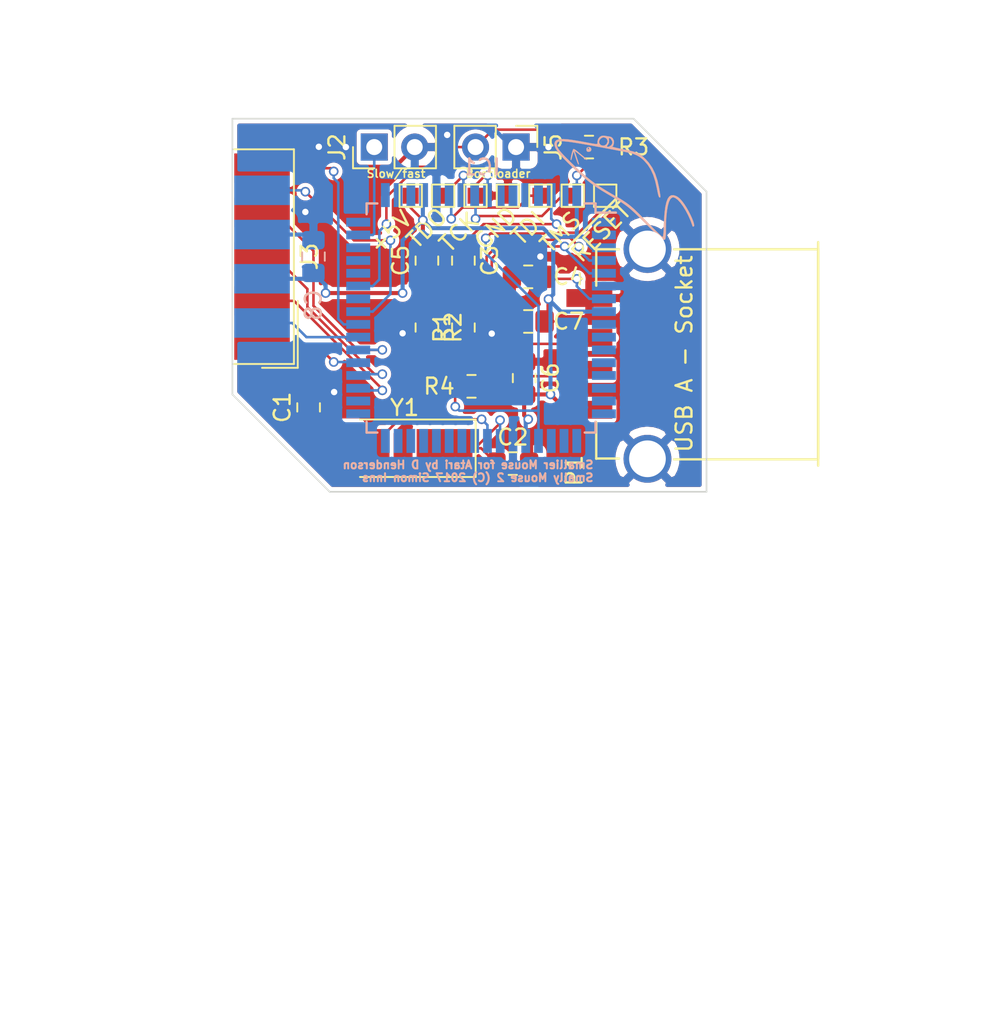
<source format=kicad_pcb>
(kicad_pcb (version 20171130) (host pcbnew 5.0.2+dfsg1-1)

  (general
    (thickness 1.6)
    (drawings 17)
    (tracks 248)
    (zones 0)
    (modules 26)
    (nets 60)
  )

  (page A4)
  (title_block
    (title Smalliermouse)
    (date 2019-11-28)
    (rev 1.0)
    (company https://github.com/dh219)
    (comment 1 "(c) 2017 Simon Inns; modified 2019 by D Henderson")
    (comment 2 "License: Attribution-ShareAlike 4.0 International (CC BY-SA 4.0)")
  )

  (layers
    (0 F.Cu signal)
    (31 B.Cu signal)
    (32 B.Adhes user hide)
    (33 F.Adhes user hide)
    (34 B.Paste user hide)
    (35 F.Paste user hide)
    (36 B.SilkS user)
    (37 F.SilkS user)
    (38 B.Mask user)
    (39 F.Mask user)
    (40 Dwgs.User user hide)
    (41 Cmts.User user hide)
    (42 Eco1.User user)
    (43 Eco2.User user)
    (44 Edge.Cuts user)
    (45 Margin user)
    (46 B.CrtYd user hide)
    (47 F.CrtYd user hide)
    (48 B.Fab user hide)
    (49 F.Fab user hide)
  )

  (setup
    (last_trace_width 0.16)
    (user_trace_width 0.16)
    (user_trace_width 0.254)
    (user_trace_width 0.32)
    (trace_clearance 0.16)
    (zone_clearance 0.254)
    (zone_45_only no)
    (trace_min 0.16)
    (segment_width 0.2)
    (edge_width 0.1)
    (via_size 0.6)
    (via_drill 0.4)
    (via_min_size 0.4)
    (via_min_drill 0.3)
    (uvia_size 0.3)
    (uvia_drill 0.1)
    (uvias_allowed no)
    (uvia_min_size 0.2)
    (uvia_min_drill 0.1)
    (pcb_text_width 0.3)
    (pcb_text_size 1.5 1.5)
    (mod_edge_width 0.15)
    (mod_text_size 1 1)
    (mod_text_width 0.15)
    (pad_size 1.5 1.5)
    (pad_drill 0.6)
    (pad_to_mask_clearance 0)
    (solder_mask_min_width 0.25)
    (aux_axis_origin 0 0)
    (grid_origin 127 127)
    (visible_elements 7FFFFFFF)
    (pcbplotparams
      (layerselection 0x010f0_80000001)
      (usegerberextensions false)
      (usegerberattributes false)
      (usegerberadvancedattributes false)
      (creategerberjobfile false)
      (excludeedgelayer true)
      (linewidth 0.100000)
      (plotframeref false)
      (viasonmask false)
      (mode 1)
      (useauxorigin false)
      (hpglpennumber 1)
      (hpglpenspeed 20)
      (hpglpendiameter 15.000000)
      (psnegative false)
      (psa4output false)
      (plotreference true)
      (plotvalue true)
      (plotinvisibletext false)
      (padsonsilk false)
      (subtractmaskfromsilk false)
      (outputformat 4)
      (mirror false)
      (drillshape 0)
      (scaleselection 1)
      (outputdirectory "PDF/"))
  )

  (net 0 "")
  (net 1 "Net-(C1-Pad1)")
  (net 2 GND)
  (net 3 "Net-(C2-Pad1)")
  (net 4 "Net-(C3-Pad1)")
  (net 5 "Net-(C4-Pad1)")
  (net 6 +5V)
  (net 7 "Net-(IC1-Pad1)")
  (net 8 "Net-(IC1-Pad2)")
  (net 9 "Net-(IC1-Pad4)")
  (net 10 "Net-(IC1-Pad5)")
  (net 11 "Net-(IC1-Pad9)")
  (net 12 "Net-(IC1-Pad10)")
  (net 13 "Net-(IC1-Pad11)")
  (net 14 "Net-(IC1-Pad12)")
  (net 15 "Net-(IC1-Pad13)")
  (net 16 "Net-(IC1-Pad14)")
  (net 17 "Net-(IC1-Pad15)")
  (net 18 "Net-(IC1-Pad16)")
  (net 19 "Net-(IC1-Pad17)")
  (net 20 "Net-(IC1-Pad18)")
  (net 21 "Net-(IC1-Pad19)")
  (net 22 "Net-(IC1-Pad20)")
  (net 23 "Net-(IC1-Pad25)")
  (net 24 "Net-(IC1-Pad26)")
  (net 25 "Net-(IC1-Pad27)")
  (net 26 "Net-(IC1-Pad28)")
  (net 27 "Net-(IC1-Pad29)")
  (net 28 "Net-(IC1-Pad30)")
  (net 29 "Net-(IC1-Pad31)")
  (net 30 "Net-(IC1-Pad32)")
  (net 31 "Net-(IC1-Pad33)")
  (net 32 "Net-(IC1-Pad34)")
  (net 33 X1)
  (net 34 Y1)
  (net 35 X2)
  (net 36 Y2)
  (net 37 L_Button)
  (net 38 M_Button)
  (net 39 R_Button)
  (net 40 "Net-(IC1-Pad42)")
  (net 41 "Net-(IC1-Pad43)")
  (net 42 "Net-(IC1-Pad44)")
  (net 43 "Net-(IC1-Pad45)")
  (net 44 "Net-(IC1-Pad46)")
  (net 45 "Net-(IC1-Pad47)")
  (net 46 "Net-(IC1-Pad48)")
  (net 47 "Net-(IC1-Pad49)")
  (net 48 "Net-(IC1-Pad50)")
  (net 49 "Net-(IC1-Pad51)")
  (net 50 "Net-(IC1-Pad54)")
  (net 51 "Net-(IC1-Pad55)")
  (net 52 "Net-(IC1-Pad56)")
  (net 53 "Net-(IC1-Pad57)")
  (net 54 "Net-(IC1-Pad58)")
  (net 55 "Net-(IC1-Pad59)")
  (net 56 "Net-(IC1-Pad60)")
  (net 57 "Net-(IC1-Pad61)")
  (net 58 "Net-(P1-Pad3)")
  (net 59 "Net-(P1-Pad2)")

  (net_class Default "This is the default net class."
    (clearance 0.16)
    (trace_width 0.16)
    (via_dia 0.6)
    (via_drill 0.4)
    (uvia_dia 0.3)
    (uvia_drill 0.1)
    (add_net GND)
    (add_net L_Button)
    (add_net M_Button)
    (add_net "Net-(C1-Pad1)")
    (add_net "Net-(C2-Pad1)")
    (add_net "Net-(C3-Pad1)")
    (add_net "Net-(C4-Pad1)")
    (add_net "Net-(IC1-Pad1)")
    (add_net "Net-(IC1-Pad10)")
    (add_net "Net-(IC1-Pad11)")
    (add_net "Net-(IC1-Pad12)")
    (add_net "Net-(IC1-Pad13)")
    (add_net "Net-(IC1-Pad14)")
    (add_net "Net-(IC1-Pad15)")
    (add_net "Net-(IC1-Pad16)")
    (add_net "Net-(IC1-Pad17)")
    (add_net "Net-(IC1-Pad18)")
    (add_net "Net-(IC1-Pad19)")
    (add_net "Net-(IC1-Pad2)")
    (add_net "Net-(IC1-Pad20)")
    (add_net "Net-(IC1-Pad25)")
    (add_net "Net-(IC1-Pad26)")
    (add_net "Net-(IC1-Pad27)")
    (add_net "Net-(IC1-Pad28)")
    (add_net "Net-(IC1-Pad29)")
    (add_net "Net-(IC1-Pad30)")
    (add_net "Net-(IC1-Pad31)")
    (add_net "Net-(IC1-Pad32)")
    (add_net "Net-(IC1-Pad33)")
    (add_net "Net-(IC1-Pad34)")
    (add_net "Net-(IC1-Pad4)")
    (add_net "Net-(IC1-Pad42)")
    (add_net "Net-(IC1-Pad43)")
    (add_net "Net-(IC1-Pad44)")
    (add_net "Net-(IC1-Pad45)")
    (add_net "Net-(IC1-Pad46)")
    (add_net "Net-(IC1-Pad47)")
    (add_net "Net-(IC1-Pad48)")
    (add_net "Net-(IC1-Pad49)")
    (add_net "Net-(IC1-Pad5)")
    (add_net "Net-(IC1-Pad50)")
    (add_net "Net-(IC1-Pad51)")
    (add_net "Net-(IC1-Pad54)")
    (add_net "Net-(IC1-Pad55)")
    (add_net "Net-(IC1-Pad56)")
    (add_net "Net-(IC1-Pad57)")
    (add_net "Net-(IC1-Pad58)")
    (add_net "Net-(IC1-Pad59)")
    (add_net "Net-(IC1-Pad60)")
    (add_net "Net-(IC1-Pad61)")
    (add_net "Net-(IC1-Pad9)")
    (add_net "Net-(P1-Pad2)")
    (add_net "Net-(P1-Pad3)")
    (add_net R_Button)
    (add_net X1)
    (add_net X2)
    (add_net Y1)
    (add_net Y2)
  )

  (net_class Power ""
    (clearance 0.16)
    (trace_width 0.254)
    (via_dia 0.6)
    (via_drill 0.4)
    (uvia_dia 0.3)
    (uvia_drill 0.1)
    (add_net +5V)
  )

  (module Connector_USB:Amphenol_87583-2010BLF (layer F.Cu) (tedit 5DC6E766) (tstamp 5DDFD65F)
    (at 160.02 85.09 90)
    (tags "USB A socket")
    (path /58A4E3C4)
    (fp_text reference P1 (at -7.31 -2.44 90) (layer F.SilkS)
      (effects (font (size 1 1) (thickness 0.15)))
    )
    (fp_text value USB_A (at 0 8 270) (layer F.Fab)
      (effects (font (size 1 1) (thickness 0.15)))
    )
    (fp_line (start -6.57 12.84) (end 6.57 12.84) (layer F.SilkS) (width 0.15))
    (fp_line (start -7 12.84) (end 7 12.84) (layer F.SilkS) (width 0.15))
    (fp_text user "USB A - Socket" (at 0 4.445 90) (layer F.SilkS)
      (effects (font (size 1 1) (thickness 0.15)))
    )
    (fp_line (start -6.57 -1.07) (end -4.2705 -1.07) (layer F.SilkS) (width 0.15))
    (fp_line (start 6.57 -1.07) (end 4.2705 -1.07) (layer F.SilkS) (width 0.15))
    (fp_line (start 8.636 12.954) (end -8.382 12.954) (layer F.CrtYd) (width 0.15))
    (fp_line (start 8.636 -3.302) (end 8.636 12.954) (layer F.CrtYd) (width 0.15))
    (fp_line (start -8.382 -3.302) (end 8.636 -3.302) (layer F.CrtYd) (width 0.15))
    (fp_line (start -8.382 12.954) (end -8.382 -3.302) (layer F.CrtYd) (width 0.15))
    (fp_line (start -6.5532 -1.0668) (end -6.5532 0.3556) (layer F.SilkS) (width 0.15))
    (fp_line (start 6.5532 -1.0668) (end 6.5532 0.3556) (layer F.SilkS) (width 0.15))
    (fp_line (start -6.604 3.81) (end -6.604 12.8016) (layer F.SilkS) (width 0.15))
    (fp_line (start 6.5532 3.81) (end 6.5532 12.8016) (layer F.SilkS) (width 0.15))
    (fp_text user %R (at -6 0 180) (layer F.Fab)
      (effects (font (size 1 1) (thickness 0.15)))
    )
    (fp_text user "PCB Edge" (at -6.12 7.46 270) (layer Dwgs.User)
      (effects (font (size 0.6 0.6) (thickness 0.09)))
    )
    (pad 5 thru_hole circle (at -6.57 2.14 90) (size 3 3) (drill 2.3) (layers *.Cu *.Mask)
      (net 2 GND))
    (pad 1 smd rect (at -3.5 -1.5 90) (size 1.12 2.88) (layers F.Cu F.Paste F.Mask)
      (net 6 +5V))
    (pad 2 smd rect (at -1 -1.5 90) (size 1.12 2.88) (layers F.Cu F.Paste F.Mask)
      (net 59 "Net-(P1-Pad2)"))
    (pad 3 smd rect (at 1 -1.5 90) (size 1.12 2.88) (layers F.Cu F.Paste F.Mask)
      (net 58 "Net-(P1-Pad3)"))
    (pad 4 smd rect (at 3.5 -1.5 90) (size 1.12 2.88) (layers F.Cu F.Paste F.Mask)
      (net 2 GND))
    (pad 5 thru_hole circle (at 6.57 2.14 90) (size 3 3) (drill 2.3) (layers *.Cu *.Mask)
      (net 2 GND))
  )

  (module Capacitor_SMD:C_0805_2012Metric_Pad1.15x1.40mm_HandSolder (layer F.Cu) (tedit 5B36C52B) (tstamp 5DDFD69F)
    (at 153.72 91.96)
    (descr "Capacitor SMD 0805 (2012 Metric), square (rectangular) end terminal, IPC_7351 nominal with elongated pad for handsoldering. (Body size source: https://docs.google.com/spreadsheets/d/1BsfQQcO9C6DZCsRaXUlFlo91Tg2WpOkGARC1WS5S8t0/edit?usp=sharing), generated with kicad-footprint-generator")
    (tags "capacitor handsolder")
    (path /58A4FA4D)
    (attr smd)
    (fp_text reference C2 (at 0 -1.65) (layer F.SilkS)
      (effects (font (size 1 1) (thickness 0.15)))
    )
    (fp_text value 22pF (at 0 1.65) (layer F.Fab)
      (effects (font (size 1 1) (thickness 0.15)))
    )
    (fp_text user %R (at 0 0) (layer F.Fab)
      (effects (font (size 0.5 0.5) (thickness 0.08)))
    )
    (fp_line (start 1.85 0.95) (end -1.85 0.95) (layer F.CrtYd) (width 0.05))
    (fp_line (start 1.85 -0.95) (end 1.85 0.95) (layer F.CrtYd) (width 0.05))
    (fp_line (start -1.85 -0.95) (end 1.85 -0.95) (layer F.CrtYd) (width 0.05))
    (fp_line (start -1.85 0.95) (end -1.85 -0.95) (layer F.CrtYd) (width 0.05))
    (fp_line (start -0.261252 0.71) (end 0.261252 0.71) (layer F.SilkS) (width 0.12))
    (fp_line (start -0.261252 -0.71) (end 0.261252 -0.71) (layer F.SilkS) (width 0.12))
    (fp_line (start 1 0.6) (end -1 0.6) (layer F.Fab) (width 0.1))
    (fp_line (start 1 -0.6) (end 1 0.6) (layer F.Fab) (width 0.1))
    (fp_line (start -1 -0.6) (end 1 -0.6) (layer F.Fab) (width 0.1))
    (fp_line (start -1 0.6) (end -1 -0.6) (layer F.Fab) (width 0.1))
    (pad 2 smd roundrect (at 1.025 0) (size 1.15 1.4) (layers F.Cu F.Paste F.Mask) (roundrect_rratio 0.217391)
      (net 2 GND))
    (pad 1 smd roundrect (at -1.025 0) (size 1.15 1.4) (layers F.Cu F.Paste F.Mask) (roundrect_rratio 0.217391)
      (net 3 "Net-(C2-Pad1)"))
    (model ${KISYS3DMOD}/Capacitor_SMD.3dshapes/C_0805_2012Metric.wrl
      (at (xyz 0 0 0))
      (scale (xyz 1 1 1))
      (rotate (xyz 0 0 0))
    )
  )

  (module Package_QFP:TQFP-64_14x14mm_P0.8mm (layer B.Cu) (tedit 5A02F146) (tstamp 5DDFD733)
    (at 151.73 82.842 180)
    (descr "64-Lead Plastic Thin Quad Flatpack (PF) - 14x14x1 mm Body, 2.00 mm [TQFP] (see Microchip Packaging Specification 00000049BS.pdf)")
    (tags "QFP 0.8")
    (path /58A4E37E)
    (attr smd)
    (fp_text reference IC1 (at 0 9.45) (layer B.SilkS)
      (effects (font (size 1 1) (thickness 0.15)) (justify mirror))
    )
    (fp_text value AT90USB1287 (at 0 -9.45) (layer B.Fab)
      (effects (font (size 1 1) (thickness 0.15)) (justify mirror))
    )
    (fp_text user %R (at 0 0) (layer B.Fab)
      (effects (font (size 1 1) (thickness 0.15)) (justify mirror))
    )
    (fp_line (start -6 7) (end 7 7) (layer B.Fab) (width 0.15))
    (fp_line (start 7 7) (end 7 -7) (layer B.Fab) (width 0.15))
    (fp_line (start 7 -7) (end -7 -7) (layer B.Fab) (width 0.15))
    (fp_line (start -7 -7) (end -7 6) (layer B.Fab) (width 0.15))
    (fp_line (start -7 6) (end -6 7) (layer B.Fab) (width 0.15))
    (fp_line (start -8.7 8.7) (end -8.7 -8.7) (layer B.CrtYd) (width 0.05))
    (fp_line (start 8.7 8.7) (end 8.7 -8.7) (layer B.CrtYd) (width 0.05))
    (fp_line (start -8.7 8.7) (end 8.7 8.7) (layer B.CrtYd) (width 0.05))
    (fp_line (start -8.7 -8.7) (end 8.7 -8.7) (layer B.CrtYd) (width 0.05))
    (fp_line (start -7.175 7.175) (end -7.175 6.6) (layer B.SilkS) (width 0.15))
    (fp_line (start 7.175 7.175) (end 7.175 6.5) (layer B.SilkS) (width 0.15))
    (fp_line (start 7.175 -7.175) (end 7.175 -6.5) (layer B.SilkS) (width 0.15))
    (fp_line (start -7.175 -7.175) (end -7.175 -6.5) (layer B.SilkS) (width 0.15))
    (fp_line (start -7.175 7.175) (end -6.5 7.175) (layer B.SilkS) (width 0.15))
    (fp_line (start -7.175 -7.175) (end -6.5 -7.175) (layer B.SilkS) (width 0.15))
    (fp_line (start 7.175 -7.175) (end 6.5 -7.175) (layer B.SilkS) (width 0.15))
    (fp_line (start 7.175 7.175) (end 6.5 7.175) (layer B.SilkS) (width 0.15))
    (fp_line (start -7.175 6.6) (end -8.45 6.6) (layer B.SilkS) (width 0.15))
    (pad 1 smd rect (at -7.7 6 180) (size 1.5 0.55) (layers B.Cu B.Paste B.Mask)
      (net 7 "Net-(IC1-Pad1)"))
    (pad 2 smd rect (at -7.7 5.2 180) (size 1.5 0.55) (layers B.Cu B.Paste B.Mask)
      (net 8 "Net-(IC1-Pad2)"))
    (pad 3 smd rect (at -7.7 4.4 180) (size 1.5 0.55) (layers B.Cu B.Paste B.Mask)
      (net 6 +5V))
    (pad 4 smd rect (at -7.7 3.6 180) (size 1.5 0.55) (layers B.Cu B.Paste B.Mask)
      (net 9 "Net-(IC1-Pad4)"))
    (pad 5 smd rect (at -7.7 2.8 180) (size 1.5 0.55) (layers B.Cu B.Paste B.Mask)
      (net 10 "Net-(IC1-Pad5)"))
    (pad 6 smd rect (at -7.7 2 180) (size 1.5 0.55) (layers B.Cu B.Paste B.Mask)
      (net 2 GND))
    (pad 7 smd rect (at -7.7 1.2 180) (size 1.5 0.55) (layers B.Cu B.Paste B.Mask)
      (net 5 "Net-(C4-Pad1)"))
    (pad 8 smd rect (at -7.7 0.4 180) (size 1.5 0.55) (layers B.Cu B.Paste B.Mask)
      (net 6 +5V))
    (pad 9 smd rect (at -7.7 -0.4 180) (size 1.5 0.55) (layers B.Cu B.Paste B.Mask)
      (net 11 "Net-(IC1-Pad9)"))
    (pad 10 smd rect (at -7.7 -1.2 180) (size 1.5 0.55) (layers B.Cu B.Paste B.Mask)
      (net 12 "Net-(IC1-Pad10)"))
    (pad 11 smd rect (at -7.7 -2 180) (size 1.5 0.55) (layers B.Cu B.Paste B.Mask)
      (net 13 "Net-(IC1-Pad11)"))
    (pad 12 smd rect (at -7.7 -2.8 180) (size 1.5 0.55) (layers B.Cu B.Paste B.Mask)
      (net 14 "Net-(IC1-Pad12)"))
    (pad 13 smd rect (at -7.7 -3.6 180) (size 1.5 0.55) (layers B.Cu B.Paste B.Mask)
      (net 15 "Net-(IC1-Pad13)"))
    (pad 14 smd rect (at -7.7 -4.4 180) (size 1.5 0.55) (layers B.Cu B.Paste B.Mask)
      (net 16 "Net-(IC1-Pad14)"))
    (pad 15 smd rect (at -7.7 -5.2 180) (size 1.5 0.55) (layers B.Cu B.Paste B.Mask)
      (net 17 "Net-(IC1-Pad15)"))
    (pad 16 smd rect (at -7.7 -6 180) (size 1.5 0.55) (layers B.Cu B.Paste B.Mask)
      (net 18 "Net-(IC1-Pad16)"))
    (pad 17 smd rect (at -6 -7.7 90) (size 1.5 0.55) (layers B.Cu B.Paste B.Mask)
      (net 19 "Net-(IC1-Pad17)"))
    (pad 18 smd rect (at -5.2 -7.7 90) (size 1.5 0.55) (layers B.Cu B.Paste B.Mask)
      (net 20 "Net-(IC1-Pad18)"))
    (pad 19 smd rect (at -4.4 -7.7 90) (size 1.5 0.55) (layers B.Cu B.Paste B.Mask)
      (net 21 "Net-(IC1-Pad19)"))
    (pad 20 smd rect (at -3.6 -7.7 90) (size 1.5 0.55) (layers B.Cu B.Paste B.Mask)
      (net 22 "Net-(IC1-Pad20)"))
    (pad 21 smd rect (at -2.8 -7.7 90) (size 1.5 0.55) (layers B.Cu B.Paste B.Mask)
      (net 6 +5V))
    (pad 22 smd rect (at -2 -7.7 90) (size 1.5 0.55) (layers B.Cu B.Paste B.Mask)
      (net 2 GND))
    (pad 23 smd rect (at -1.2 -7.7 90) (size 1.5 0.55) (layers B.Cu B.Paste B.Mask)
      (net 3 "Net-(C2-Pad1)"))
    (pad 24 smd rect (at -0.4 -7.7 90) (size 1.5 0.55) (layers B.Cu B.Paste B.Mask)
      (net 1 "Net-(C1-Pad1)"))
    (pad 25 smd rect (at 0.4 -7.7 90) (size 1.5 0.55) (layers B.Cu B.Paste B.Mask)
      (net 23 "Net-(IC1-Pad25)"))
    (pad 26 smd rect (at 1.2 -7.7 90) (size 1.5 0.55) (layers B.Cu B.Paste B.Mask)
      (net 24 "Net-(IC1-Pad26)"))
    (pad 27 smd rect (at 2 -7.7 90) (size 1.5 0.55) (layers B.Cu B.Paste B.Mask)
      (net 25 "Net-(IC1-Pad27)"))
    (pad 28 smd rect (at 2.8 -7.7 90) (size 1.5 0.55) (layers B.Cu B.Paste B.Mask)
      (net 26 "Net-(IC1-Pad28)"))
    (pad 29 smd rect (at 3.6 -7.7 90) (size 1.5 0.55) (layers B.Cu B.Paste B.Mask)
      (net 27 "Net-(IC1-Pad29)"))
    (pad 30 smd rect (at 4.4 -7.7 90) (size 1.5 0.55) (layers B.Cu B.Paste B.Mask)
      (net 28 "Net-(IC1-Pad30)"))
    (pad 31 smd rect (at 5.2 -7.7 90) (size 1.5 0.55) (layers B.Cu B.Paste B.Mask)
      (net 29 "Net-(IC1-Pad31)"))
    (pad 32 smd rect (at 6 -7.7 90) (size 1.5 0.55) (layers B.Cu B.Paste B.Mask)
      (net 30 "Net-(IC1-Pad32)"))
    (pad 33 smd rect (at 7.7 -6 180) (size 1.5 0.55) (layers B.Cu B.Paste B.Mask)
      (net 31 "Net-(IC1-Pad33)"))
    (pad 34 smd rect (at 7.7 -5.2 180) (size 1.5 0.55) (layers B.Cu B.Paste B.Mask)
      (net 32 "Net-(IC1-Pad34)"))
    (pad 35 smd rect (at 7.7 -4.4 180) (size 1.5 0.55) (layers B.Cu B.Paste B.Mask)
      (net 33 X1))
    (pad 36 smd rect (at 7.7 -3.6 180) (size 1.5 0.55) (layers B.Cu B.Paste B.Mask)
      (net 34 Y1))
    (pad 37 smd rect (at 7.7 -2.8 180) (size 1.5 0.55) (layers B.Cu B.Paste B.Mask)
      (net 35 X2))
    (pad 38 smd rect (at 7.7 -2 180) (size 1.5 0.55) (layers B.Cu B.Paste B.Mask)
      (net 36 Y2))
    (pad 39 smd rect (at 7.7 -1.2 180) (size 1.5 0.55) (layers B.Cu B.Paste B.Mask)
      (net 37 L_Button))
    (pad 40 smd rect (at 7.7 -0.4 180) (size 1.5 0.55) (layers B.Cu B.Paste B.Mask)
      (net 38 M_Button))
    (pad 41 smd rect (at 7.7 0.4 180) (size 1.5 0.55) (layers B.Cu B.Paste B.Mask)
      (net 39 R_Button))
    (pad 42 smd rect (at 7.7 1.2 180) (size 1.5 0.55) (layers B.Cu B.Paste B.Mask)
      (net 40 "Net-(IC1-Pad42)"))
    (pad 43 smd rect (at 7.7 2 180) (size 1.5 0.55) (layers B.Cu B.Paste B.Mask)
      (net 41 "Net-(IC1-Pad43)"))
    (pad 44 smd rect (at 7.7 2.8 180) (size 1.5 0.55) (layers B.Cu B.Paste B.Mask)
      (net 42 "Net-(IC1-Pad44)"))
    (pad 45 smd rect (at 7.7 3.6 180) (size 1.5 0.55) (layers B.Cu B.Paste B.Mask)
      (net 43 "Net-(IC1-Pad45)"))
    (pad 46 smd rect (at 7.7 4.4 180) (size 1.5 0.55) (layers B.Cu B.Paste B.Mask)
      (net 44 "Net-(IC1-Pad46)"))
    (pad 47 smd rect (at 7.7 5.2 180) (size 1.5 0.55) (layers B.Cu B.Paste B.Mask)
      (net 45 "Net-(IC1-Pad47)"))
    (pad 48 smd rect (at 7.7 6 180) (size 1.5 0.55) (layers B.Cu B.Paste B.Mask)
      (net 46 "Net-(IC1-Pad48)"))
    (pad 49 smd rect (at 6 7.7 90) (size 1.5 0.55) (layers B.Cu B.Paste B.Mask)
      (net 47 "Net-(IC1-Pad49)"))
    (pad 50 smd rect (at 5.2 7.7 90) (size 1.5 0.55) (layers B.Cu B.Paste B.Mask)
      (net 48 "Net-(IC1-Pad50)"))
    (pad 51 smd rect (at 4.4 7.7 90) (size 1.5 0.55) (layers B.Cu B.Paste B.Mask)
      (net 49 "Net-(IC1-Pad51)"))
    (pad 52 smd rect (at 3.6 7.7 90) (size 1.5 0.55) (layers B.Cu B.Paste B.Mask)
      (net 6 +5V))
    (pad 53 smd rect (at 2.8 7.7 90) (size 1.5 0.55) (layers B.Cu B.Paste B.Mask)
      (net 2 GND))
    (pad 54 smd rect (at 2 7.7 90) (size 1.5 0.55) (layers B.Cu B.Paste B.Mask)
      (net 50 "Net-(IC1-Pad54)"))
    (pad 55 smd rect (at 1.2 7.7 90) (size 1.5 0.55) (layers B.Cu B.Paste B.Mask)
      (net 51 "Net-(IC1-Pad55)"))
    (pad 56 smd rect (at 0.4 7.7 90) (size 1.5 0.55) (layers B.Cu B.Paste B.Mask)
      (net 52 "Net-(IC1-Pad56)"))
    (pad 57 smd rect (at -0.4 7.7 90) (size 1.5 0.55) (layers B.Cu B.Paste B.Mask)
      (net 53 "Net-(IC1-Pad57)"))
    (pad 58 smd rect (at -1.2 7.7 90) (size 1.5 0.55) (layers B.Cu B.Paste B.Mask)
      (net 54 "Net-(IC1-Pad58)"))
    (pad 59 smd rect (at -2 7.7 90) (size 1.5 0.55) (layers B.Cu B.Paste B.Mask)
      (net 55 "Net-(IC1-Pad59)"))
    (pad 60 smd rect (at -2.8 7.7 90) (size 1.5 0.55) (layers B.Cu B.Paste B.Mask)
      (net 56 "Net-(IC1-Pad60)"))
    (pad 61 smd rect (at -3.6 7.7 90) (size 1.5 0.55) (layers B.Cu B.Paste B.Mask)
      (net 57 "Net-(IC1-Pad61)"))
    (pad 62 smd rect (at -4.4 7.7 90) (size 1.5 0.55) (layers B.Cu B.Paste B.Mask)
      (net 4 "Net-(C3-Pad1)"))
    (pad 63 smd rect (at -5.2 7.7 90) (size 1.5 0.55) (layers B.Cu B.Paste B.Mask)
      (net 2 GND))
    (pad 64 smd rect (at -6 7.7 90) (size 1.5 0.55) (layers B.Cu B.Paste B.Mask)
      (net 6 +5V))
    (model ${KISYS3DMOD}/Package_QFP.3dshapes/TQFP-64_14x14mm_P0.8mm.wrl
      (at (xyz 0 0 0))
      (scale (xyz 1 1 1))
      (rotate (xyz 0 0 0))
    )
  )

  (module Capacitor_SMD:C_0805_2012Metric_Pad1.15x1.40mm_HandSolder (layer F.Cu) (tedit 5B36C52B) (tstamp 5DDFD7EF)
    (at 140.92 88.44 90)
    (descr "Capacitor SMD 0805 (2012 Metric), square (rectangular) end terminal, IPC_7351 nominal with elongated pad for handsoldering. (Body size source: https://docs.google.com/spreadsheets/d/1BsfQQcO9C6DZCsRaXUlFlo91Tg2WpOkGARC1WS5S8t0/edit?usp=sharing), generated with kicad-footprint-generator")
    (tags "capacitor handsolder")
    (path /58A4F9FD)
    (attr smd)
    (fp_text reference C1 (at 0 -1.65 -90) (layer F.SilkS)
      (effects (font (size 1 1) (thickness 0.15)))
    )
    (fp_text value 22pF (at 0 1.65 -90) (layer F.Fab)
      (effects (font (size 1 1) (thickness 0.15)))
    )
    (fp_line (start -1 0.6) (end -1 -0.6) (layer F.Fab) (width 0.1))
    (fp_line (start -1 -0.6) (end 1 -0.6) (layer F.Fab) (width 0.1))
    (fp_line (start 1 -0.6) (end 1 0.6) (layer F.Fab) (width 0.1))
    (fp_line (start 1 0.6) (end -1 0.6) (layer F.Fab) (width 0.1))
    (fp_line (start -0.261252 -0.71) (end 0.261252 -0.71) (layer F.SilkS) (width 0.12))
    (fp_line (start -0.261252 0.71) (end 0.261252 0.71) (layer F.SilkS) (width 0.12))
    (fp_line (start -1.85 0.95) (end -1.85 -0.95) (layer F.CrtYd) (width 0.05))
    (fp_line (start -1.85 -0.95) (end 1.85 -0.95) (layer F.CrtYd) (width 0.05))
    (fp_line (start 1.85 -0.95) (end 1.85 0.95) (layer F.CrtYd) (width 0.05))
    (fp_line (start 1.85 0.95) (end -1.85 0.95) (layer F.CrtYd) (width 0.05))
    (fp_text user %R (at 0 0 -90) (layer F.Fab)
      (effects (font (size 0.5 0.5) (thickness 0.08)))
    )
    (pad 1 smd roundrect (at -1.025 0 90) (size 1.15 1.4) (layers F.Cu F.Paste F.Mask) (roundrect_rratio 0.217391)
      (net 1 "Net-(C1-Pad1)"))
    (pad 2 smd roundrect (at 1.025 0 90) (size 1.15 1.4) (layers F.Cu F.Paste F.Mask) (roundrect_rratio 0.217391)
      (net 2 GND))
    (model ${KISYS3DMOD}/Capacitor_SMD.3dshapes/C_0805_2012Metric.wrl
      (at (xyz 0 0 0))
      (scale (xyz 1 1 1))
      (rotate (xyz 0 0 0))
    )
  )

  (module Capacitor_SMD:C_0805_2012Metric_Pad1.15x1.40mm_HandSolder (layer F.Cu) (tedit 5B36C52B) (tstamp 5DDFDD6E)
    (at 150.622 79.248 270)
    (descr "Capacitor SMD 0805 (2012 Metric), square (rectangular) end terminal, IPC_7351 nominal with elongated pad for handsoldering. (Body size source: https://docs.google.com/spreadsheets/d/1BsfQQcO9C6DZCsRaXUlFlo91Tg2WpOkGARC1WS5S8t0/edit?usp=sharing), generated with kicad-footprint-generator")
    (tags "capacitor handsolder")
    (path /58A4F61A)
    (attr smd)
    (fp_text reference C3 (at 0 -1.65 90) (layer F.SilkS)
      (effects (font (size 1 1) (thickness 0.15)))
    )
    (fp_text value 100nF (at 0 1.65 90) (layer F.Fab)
      (effects (font (size 1 1) (thickness 0.15)))
    )
    (fp_line (start -1 0.6) (end -1 -0.6) (layer F.Fab) (width 0.1))
    (fp_line (start -1 -0.6) (end 1 -0.6) (layer F.Fab) (width 0.1))
    (fp_line (start 1 -0.6) (end 1 0.6) (layer F.Fab) (width 0.1))
    (fp_line (start 1 0.6) (end -1 0.6) (layer F.Fab) (width 0.1))
    (fp_line (start -0.261252 -0.71) (end 0.261252 -0.71) (layer F.SilkS) (width 0.12))
    (fp_line (start -0.261252 0.71) (end 0.261252 0.71) (layer F.SilkS) (width 0.12))
    (fp_line (start -1.85 0.95) (end -1.85 -0.95) (layer F.CrtYd) (width 0.05))
    (fp_line (start -1.85 -0.95) (end 1.85 -0.95) (layer F.CrtYd) (width 0.05))
    (fp_line (start 1.85 -0.95) (end 1.85 0.95) (layer F.CrtYd) (width 0.05))
    (fp_line (start 1.85 0.95) (end -1.85 0.95) (layer F.CrtYd) (width 0.05))
    (fp_text user %R (at 0 0 90) (layer F.Fab)
      (effects (font (size 0.5 0.5) (thickness 0.08)))
    )
    (pad 1 smd roundrect (at -1.025 0 270) (size 1.15 1.4) (layers F.Cu F.Paste F.Mask) (roundrect_rratio 0.217391)
      (net 4 "Net-(C3-Pad1)"))
    (pad 2 smd roundrect (at 1.025 0 270) (size 1.15 1.4) (layers F.Cu F.Paste F.Mask) (roundrect_rratio 0.217391)
      (net 2 GND))
    (model ${KISYS3DMOD}/Capacitor_SMD.3dshapes/C_0805_2012Metric.wrl
      (at (xyz 0 0 0))
      (scale (xyz 1 1 1))
      (rotate (xyz 0 0 0))
    )
  )

  (module Capacitor_SMD:C_0805_2012Metric_Pad1.15x1.40mm_HandSolder (layer F.Cu) (tedit 5B36C52B) (tstamp 5DDFDDAA)
    (at 154.686 80.264 180)
    (descr "Capacitor SMD 0805 (2012 Metric), square (rectangular) end terminal, IPC_7351 nominal with elongated pad for handsoldering. (Body size source: https://docs.google.com/spreadsheets/d/1BsfQQcO9C6DZCsRaXUlFlo91Tg2WpOkGARC1WS5S8t0/edit?usp=sharing), generated with kicad-footprint-generator")
    (tags "capacitor handsolder")
    (path /58A4F76F)
    (attr smd)
    (fp_text reference C4 (at -2.54 0) (layer F.SilkS)
      (effects (font (size 1 1) (thickness 0.15)))
    )
    (fp_text value 1uF (at 0 1.65) (layer F.Fab)
      (effects (font (size 1 1) (thickness 0.15)))
    )
    (fp_text user %R (at 0 0) (layer F.Fab)
      (effects (font (size 0.5 0.5) (thickness 0.08)))
    )
    (fp_line (start 1.85 0.95) (end -1.85 0.95) (layer F.CrtYd) (width 0.05))
    (fp_line (start 1.85 -0.95) (end 1.85 0.95) (layer F.CrtYd) (width 0.05))
    (fp_line (start -1.85 -0.95) (end 1.85 -0.95) (layer F.CrtYd) (width 0.05))
    (fp_line (start -1.85 0.95) (end -1.85 -0.95) (layer F.CrtYd) (width 0.05))
    (fp_line (start -0.261252 0.71) (end 0.261252 0.71) (layer F.SilkS) (width 0.12))
    (fp_line (start -0.261252 -0.71) (end 0.261252 -0.71) (layer F.SilkS) (width 0.12))
    (fp_line (start 1 0.6) (end -1 0.6) (layer F.Fab) (width 0.1))
    (fp_line (start 1 -0.6) (end 1 0.6) (layer F.Fab) (width 0.1))
    (fp_line (start -1 -0.6) (end 1 -0.6) (layer F.Fab) (width 0.1))
    (fp_line (start -1 0.6) (end -1 -0.6) (layer F.Fab) (width 0.1))
    (pad 2 smd roundrect (at 1.025 0 180) (size 1.15 1.4) (layers F.Cu F.Paste F.Mask) (roundrect_rratio 0.217391)
      (net 2 GND))
    (pad 1 smd roundrect (at -1.025 0 180) (size 1.15 1.4) (layers F.Cu F.Paste F.Mask) (roundrect_rratio 0.217391)
      (net 5 "Net-(C4-Pad1)"))
    (model ${KISYS3DMOD}/Capacitor_SMD.3dshapes/C_0805_2012Metric.wrl
      (at (xyz 0 0 0))
      (scale (xyz 1 1 1))
      (rotate (xyz 0 0 0))
    )
  )

  (module Capacitor_SMD:C_0805_2012Metric_Pad1.15x1.40mm_HandSolder (layer F.Cu) (tedit 5B36C52B) (tstamp 5DDFDDDA)
    (at 148.336 79.248 90)
    (descr "Capacitor SMD 0805 (2012 Metric), square (rectangular) end terminal, IPC_7351 nominal with elongated pad for handsoldering. (Body size source: https://docs.google.com/spreadsheets/d/1BsfQQcO9C6DZCsRaXUlFlo91Tg2WpOkGARC1WS5S8t0/edit?usp=sharing), generated with kicad-footprint-generator")
    (tags "capacitor handsolder")
    (path /58A4FD2F)
    (attr smd)
    (fp_text reference C5 (at 0 -1.65 90) (layer F.SilkS)
      (effects (font (size 1 1) (thickness 0.15)))
    )
    (fp_text value 100nF (at 0 1.65 90) (layer F.Fab)
      (effects (font (size 1 1) (thickness 0.15)))
    )
    (fp_line (start -1 0.6) (end -1 -0.6) (layer F.Fab) (width 0.1))
    (fp_line (start -1 -0.6) (end 1 -0.6) (layer F.Fab) (width 0.1))
    (fp_line (start 1 -0.6) (end 1 0.6) (layer F.Fab) (width 0.1))
    (fp_line (start 1 0.6) (end -1 0.6) (layer F.Fab) (width 0.1))
    (fp_line (start -0.261252 -0.71) (end 0.261252 -0.71) (layer F.SilkS) (width 0.12))
    (fp_line (start -0.261252 0.71) (end 0.261252 0.71) (layer F.SilkS) (width 0.12))
    (fp_line (start -1.85 0.95) (end -1.85 -0.95) (layer F.CrtYd) (width 0.05))
    (fp_line (start -1.85 -0.95) (end 1.85 -0.95) (layer F.CrtYd) (width 0.05))
    (fp_line (start 1.85 -0.95) (end 1.85 0.95) (layer F.CrtYd) (width 0.05))
    (fp_line (start 1.85 0.95) (end -1.85 0.95) (layer F.CrtYd) (width 0.05))
    (fp_text user %R (at 0 0 90) (layer F.Fab)
      (effects (font (size 0.5 0.5) (thickness 0.08)))
    )
    (pad 1 smd roundrect (at -1.025 0 90) (size 1.15 1.4) (layers F.Cu F.Paste F.Mask) (roundrect_rratio 0.217391)
      (net 2 GND))
    (pad 2 smd roundrect (at 1.025 0 90) (size 1.15 1.4) (layers F.Cu F.Paste F.Mask) (roundrect_rratio 0.217391)
      (net 6 +5V))
    (model ${KISYS3DMOD}/Capacitor_SMD.3dshapes/C_0805_2012Metric.wrl
      (at (xyz 0 0 0))
      (scale (xyz 1 1 1))
      (rotate (xyz 0 0 0))
    )
  )

  (module Capacitor_SMD:C_0805_2012Metric_Pad1.15x1.40mm_HandSolder (layer F.Cu) (tedit 5B36C52B) (tstamp 5DDFDA7A)
    (at 154.432 86.605 270)
    (descr "Capacitor SMD 0805 (2012 Metric), square (rectangular) end terminal, IPC_7351 nominal with elongated pad for handsoldering. (Body size source: https://docs.google.com/spreadsheets/d/1BsfQQcO9C6DZCsRaXUlFlo91Tg2WpOkGARC1WS5S8t0/edit?usp=sharing), generated with kicad-footprint-generator")
    (tags "capacitor handsolder")
    (path /58A4FDE1)
    (attr smd)
    (fp_text reference C6 (at 0 -1.65 90) (layer F.SilkS)
      (effects (font (size 1 1) (thickness 0.15)))
    )
    (fp_text value 100nF (at 0 1.65 90) (layer F.Fab)
      (effects (font (size 1 1) (thickness 0.15)))
    )
    (fp_text user %R (at 0 0 90) (layer F.Fab)
      (effects (font (size 0.5 0.5) (thickness 0.08)))
    )
    (fp_line (start 1.85 0.95) (end -1.85 0.95) (layer F.CrtYd) (width 0.05))
    (fp_line (start 1.85 -0.95) (end 1.85 0.95) (layer F.CrtYd) (width 0.05))
    (fp_line (start -1.85 -0.95) (end 1.85 -0.95) (layer F.CrtYd) (width 0.05))
    (fp_line (start -1.85 0.95) (end -1.85 -0.95) (layer F.CrtYd) (width 0.05))
    (fp_line (start -0.261252 0.71) (end 0.261252 0.71) (layer F.SilkS) (width 0.12))
    (fp_line (start -0.261252 -0.71) (end 0.261252 -0.71) (layer F.SilkS) (width 0.12))
    (fp_line (start 1 0.6) (end -1 0.6) (layer F.Fab) (width 0.1))
    (fp_line (start 1 -0.6) (end 1 0.6) (layer F.Fab) (width 0.1))
    (fp_line (start -1 -0.6) (end 1 -0.6) (layer F.Fab) (width 0.1))
    (fp_line (start -1 0.6) (end -1 -0.6) (layer F.Fab) (width 0.1))
    (pad 2 smd roundrect (at 1.025 0 270) (size 1.15 1.4) (layers F.Cu F.Paste F.Mask) (roundrect_rratio 0.217391)
      (net 6 +5V))
    (pad 1 smd roundrect (at -1.025 0 270) (size 1.15 1.4) (layers F.Cu F.Paste F.Mask) (roundrect_rratio 0.217391)
      (net 2 GND))
    (model ${KISYS3DMOD}/Capacitor_SMD.3dshapes/C_0805_2012Metric.wrl
      (at (xyz 0 0 0))
      (scale (xyz 1 1 1))
      (rotate (xyz 0 0 0))
    )
  )

  (module Capacitor_SMD:C_0805_2012Metric_Pad1.15x1.40mm_HandSolder (layer F.Cu) (tedit 5B36C52B) (tstamp 5DDFDB2B)
    (at 154.686 83.058)
    (descr "Capacitor SMD 0805 (2012 Metric), square (rectangular) end terminal, IPC_7351 nominal with elongated pad for handsoldering. (Body size source: https://docs.google.com/spreadsheets/d/1BsfQQcO9C6DZCsRaXUlFlo91Tg2WpOkGARC1WS5S8t0/edit?usp=sharing), generated with kicad-footprint-generator")
    (tags "capacitor handsolder")
    (path /58A4FE1E)
    (attr smd)
    (fp_text reference C7 (at 2.54 0) (layer F.SilkS)
      (effects (font (size 1 1) (thickness 0.15)))
    )
    (fp_text value 100nF (at 0 1.65) (layer F.Fab)
      (effects (font (size 1 1) (thickness 0.15)))
    )
    (fp_line (start -1 0.6) (end -1 -0.6) (layer F.Fab) (width 0.1))
    (fp_line (start -1 -0.6) (end 1 -0.6) (layer F.Fab) (width 0.1))
    (fp_line (start 1 -0.6) (end 1 0.6) (layer F.Fab) (width 0.1))
    (fp_line (start 1 0.6) (end -1 0.6) (layer F.Fab) (width 0.1))
    (fp_line (start -0.261252 -0.71) (end 0.261252 -0.71) (layer F.SilkS) (width 0.12))
    (fp_line (start -0.261252 0.71) (end 0.261252 0.71) (layer F.SilkS) (width 0.12))
    (fp_line (start -1.85 0.95) (end -1.85 -0.95) (layer F.CrtYd) (width 0.05))
    (fp_line (start -1.85 -0.95) (end 1.85 -0.95) (layer F.CrtYd) (width 0.05))
    (fp_line (start 1.85 -0.95) (end 1.85 0.95) (layer F.CrtYd) (width 0.05))
    (fp_line (start 1.85 0.95) (end -1.85 0.95) (layer F.CrtYd) (width 0.05))
    (fp_text user %R (at 0 0) (layer F.Fab)
      (effects (font (size 0.5 0.5) (thickness 0.08)))
    )
    (pad 1 smd roundrect (at -1.025 0) (size 1.15 1.4) (layers F.Cu F.Paste F.Mask) (roundrect_rratio 0.217391)
      (net 2 GND))
    (pad 2 smd roundrect (at 1.025 0) (size 1.15 1.4) (layers F.Cu F.Paste F.Mask) (roundrect_rratio 0.217391)
      (net 6 +5V))
    (model ${KISYS3DMOD}/Capacitor_SMD.3dshapes/C_0805_2012Metric.wrl
      (at (xyz 0 0 0))
      (scale (xyz 1 1 1))
      (rotate (xyz 0 0 0))
    )
  )

  (module Capacitor_SMD:C_0805_2012Metric_Pad1.15x1.40mm_HandSolder (layer B.Cu) (tedit 5B36C52B) (tstamp 5DDFDBD3)
    (at 141.224 78.994 270)
    (descr "Capacitor SMD 0805 (2012 Metric), square (rectangular) end terminal, IPC_7351 nominal with elongated pad for handsoldering. (Body size source: https://docs.google.com/spreadsheets/d/1BsfQQcO9C6DZCsRaXUlFlo91Tg2WpOkGARC1WS5S8t0/edit?usp=sharing), generated with kicad-footprint-generator")
    (tags "capacitor handsolder")
    (path /590F2458)
    (attr smd)
    (fp_text reference C8 (at 3.048 0 270) (layer B.SilkS)
      (effects (font (size 1 1) (thickness 0.15)) (justify mirror))
    )
    (fp_text value 100nF (at 0 -1.65 270) (layer B.Fab)
      (effects (font (size 1 1) (thickness 0.15)) (justify mirror))
    )
    (fp_text user %R (at 0 0 270) (layer B.Fab)
      (effects (font (size 0.5 0.5) (thickness 0.08)) (justify mirror))
    )
    (fp_line (start 1.85 -0.95) (end -1.85 -0.95) (layer B.CrtYd) (width 0.05))
    (fp_line (start 1.85 0.95) (end 1.85 -0.95) (layer B.CrtYd) (width 0.05))
    (fp_line (start -1.85 0.95) (end 1.85 0.95) (layer B.CrtYd) (width 0.05))
    (fp_line (start -1.85 -0.95) (end -1.85 0.95) (layer B.CrtYd) (width 0.05))
    (fp_line (start -0.261252 -0.71) (end 0.261252 -0.71) (layer B.SilkS) (width 0.12))
    (fp_line (start -0.261252 0.71) (end 0.261252 0.71) (layer B.SilkS) (width 0.12))
    (fp_line (start 1 -0.6) (end -1 -0.6) (layer B.Fab) (width 0.1))
    (fp_line (start 1 0.6) (end 1 -0.6) (layer B.Fab) (width 0.1))
    (fp_line (start -1 0.6) (end 1 0.6) (layer B.Fab) (width 0.1))
    (fp_line (start -1 -0.6) (end -1 0.6) (layer B.Fab) (width 0.1))
    (pad 2 smd roundrect (at 1.025 0 270) (size 1.15 1.4) (layers B.Cu B.Paste B.Mask) (roundrect_rratio 0.217391)
      (net 6 +5V))
    (pad 1 smd roundrect (at -1.025 0 270) (size 1.15 1.4) (layers B.Cu B.Paste B.Mask) (roundrect_rratio 0.217391)
      (net 2 GND))
    (model ${KISYS3DMOD}/Capacitor_SMD.3dshapes/C_0805_2012Metric.wrl
      (at (xyz 0 0 0))
      (scale (xyz 1 1 1))
      (rotate (xyz 0 0 0))
    )
  )

  (module Connector_PinHeader_2.54mm:PinHeader_1x02_P2.54mm_Vertical (layer F.Cu) (tedit 59FED5CC) (tstamp 5DDFDAF1)
    (at 145.034 72.136 90)
    (descr "Through hole straight pin header, 1x02, 2.54mm pitch, single row")
    (tags "Through hole pin header THT 1x02 2.54mm single row")
    (path /590EDB7E)
    (fp_text reference J2 (at 0 -2.33 90) (layer F.SilkS)
      (effects (font (size 1 1) (thickness 0.15)))
    )
    (fp_text value Slow/Fast (at 0 4.87 90) (layer F.Fab)
      (effects (font (size 1 1) (thickness 0.15)))
    )
    (fp_line (start -0.635 -1.27) (end 1.27 -1.27) (layer F.Fab) (width 0.1))
    (fp_line (start 1.27 -1.27) (end 1.27 3.81) (layer F.Fab) (width 0.1))
    (fp_line (start 1.27 3.81) (end -1.27 3.81) (layer F.Fab) (width 0.1))
    (fp_line (start -1.27 3.81) (end -1.27 -0.635) (layer F.Fab) (width 0.1))
    (fp_line (start -1.27 -0.635) (end -0.635 -1.27) (layer F.Fab) (width 0.1))
    (fp_line (start -1.33 3.87) (end 1.33 3.87) (layer F.SilkS) (width 0.12))
    (fp_line (start -1.33 1.27) (end -1.33 3.87) (layer F.SilkS) (width 0.12))
    (fp_line (start 1.33 1.27) (end 1.33 3.87) (layer F.SilkS) (width 0.12))
    (fp_line (start -1.33 1.27) (end 1.33 1.27) (layer F.SilkS) (width 0.12))
    (fp_line (start -1.33 0) (end -1.33 -1.33) (layer F.SilkS) (width 0.12))
    (fp_line (start -1.33 -1.33) (end 0 -1.33) (layer F.SilkS) (width 0.12))
    (fp_line (start -1.8 -1.8) (end -1.8 4.35) (layer F.CrtYd) (width 0.05))
    (fp_line (start -1.8 4.35) (end 1.8 4.35) (layer F.CrtYd) (width 0.05))
    (fp_line (start 1.8 4.35) (end 1.8 -1.8) (layer F.CrtYd) (width 0.05))
    (fp_line (start 1.8 -1.8) (end -1.8 -1.8) (layer F.CrtYd) (width 0.05))
    (fp_text user %R (at 0 1.27) (layer F.Fab)
      (effects (font (size 1 1) (thickness 0.15)))
    )
    (pad 1 thru_hole rect (at 0 0 90) (size 1.7 1.7) (drill 1) (layers *.Cu *.Mask)
      (net 45 "Net-(IC1-Pad47)"))
    (pad 2 thru_hole oval (at 0 2.54 90) (size 1.7 1.7) (drill 1) (layers *.Cu *.Mask)
      (net 2 GND))
    (model ${KISYS3DMOD}/Connector_PinHeader_2.54mm.3dshapes/PinHeader_1x02_P2.54mm_Vertical.wrl
      (at (xyz 0 0 0))
      (scale (xyz 1 1 1))
      (rotate (xyz 0 0 0))
    )
  )

  (module Connector_Dsub:DSUB-9_Female_EdgeMount_P2.77mm (layer F.Cu) (tedit 59FEDEE2) (tstamp 5DC49B66)
    (at 138 79 270)
    (descr "9-pin D-Sub connector, solder-cups edge-mounted, female, x-pin-pitch 2.77mm, distance of mounting holes 25mm, see https://disti-assets.s3.amazonaws.com/tonar/files/datasheets/16730.pdf")
    (tags "9-pin D-Sub connector edge mount solder cup female x-pin-pitch 2.77mm mounting holes distance 25mm")
    (path /5DC17415)
    (attr smd)
    (fp_text reference J3 (at -0.006 -2.97 270) (layer F.SilkS)
      (effects (font (size 1 1) (thickness 0.15)))
    )
    (fp_text value DB9_Female (at 0 16.86 90) (layer F.Fab)
      (effects (font (size 1 1) (thickness 0.15)))
    )
    (fp_line (start 4.94 -0.91) (end 4.94 1.99) (layer F.Fab) (width 0.1))
    (fp_line (start 4.94 1.99) (end 6.14 1.99) (layer F.Fab) (width 0.1))
    (fp_line (start 6.14 1.99) (end 6.14 -0.91) (layer F.Fab) (width 0.1))
    (fp_line (start 6.14 -0.91) (end 4.94 -0.91) (layer F.Fab) (width 0.1))
    (fp_line (start 2.17 -0.91) (end 2.17 1.99) (layer F.Fab) (width 0.1))
    (fp_line (start 2.17 1.99) (end 3.37 1.99) (layer F.Fab) (width 0.1))
    (fp_line (start 3.37 1.99) (end 3.37 -0.91) (layer F.Fab) (width 0.1))
    (fp_line (start 3.37 -0.91) (end 2.17 -0.91) (layer F.Fab) (width 0.1))
    (fp_line (start -0.6 -0.91) (end -0.6 1.99) (layer F.Fab) (width 0.1))
    (fp_line (start -0.6 1.99) (end 0.6 1.99) (layer F.Fab) (width 0.1))
    (fp_line (start 0.6 1.99) (end 0.6 -0.91) (layer F.Fab) (width 0.1))
    (fp_line (start 0.6 -0.91) (end -0.6 -0.91) (layer F.Fab) (width 0.1))
    (fp_line (start -3.37 -0.91) (end -3.37 1.99) (layer F.Fab) (width 0.1))
    (fp_line (start -3.37 1.99) (end -2.17 1.99) (layer F.Fab) (width 0.1))
    (fp_line (start -2.17 1.99) (end -2.17 -0.91) (layer F.Fab) (width 0.1))
    (fp_line (start -2.17 -0.91) (end -3.37 -0.91) (layer F.Fab) (width 0.1))
    (fp_line (start -6.14 -0.91) (end -6.14 1.99) (layer F.Fab) (width 0.1))
    (fp_line (start -6.14 1.99) (end -4.94 1.99) (layer F.Fab) (width 0.1))
    (fp_line (start -4.94 1.99) (end -4.94 -0.91) (layer F.Fab) (width 0.1))
    (fp_line (start -4.94 -0.91) (end -6.14 -0.91) (layer F.Fab) (width 0.1))
    (fp_line (start 3.555 -0.91) (end 3.555 1.99) (layer B.Fab) (width 0.1))
    (fp_line (start 3.555 1.99) (end 4.755 1.99) (layer B.Fab) (width 0.1))
    (fp_line (start 4.755 1.99) (end 4.755 -0.91) (layer B.Fab) (width 0.1))
    (fp_line (start 4.755 -0.91) (end 3.555 -0.91) (layer B.Fab) (width 0.1))
    (fp_line (start 0.785 -0.91) (end 0.785 1.99) (layer B.Fab) (width 0.1))
    (fp_line (start 0.785 1.99) (end 1.985 1.99) (layer B.Fab) (width 0.1))
    (fp_line (start 1.985 1.99) (end 1.985 -0.91) (layer B.Fab) (width 0.1))
    (fp_line (start 1.985 -0.91) (end 0.785 -0.91) (layer B.Fab) (width 0.1))
    (fp_line (start -1.985 -0.91) (end -1.985 1.99) (layer B.Fab) (width 0.1))
    (fp_line (start -1.985 1.99) (end -0.785 1.99) (layer B.Fab) (width 0.1))
    (fp_line (start -0.785 1.99) (end -0.785 -0.91) (layer B.Fab) (width 0.1))
    (fp_line (start -0.785 -0.91) (end -1.985 -0.91) (layer B.Fab) (width 0.1))
    (fp_line (start -4.755 -0.91) (end -4.755 1.99) (layer B.Fab) (width 0.1))
    (fp_line (start -4.755 1.99) (end -3.555 1.99) (layer B.Fab) (width 0.1))
    (fp_line (start -3.555 1.99) (end -3.555 -0.91) (layer B.Fab) (width 0.1))
    (fp_line (start -3.555 -0.91) (end -4.755 -0.91) (layer B.Fab) (width 0.1))
    (fp_line (start -7.55 1.99) (end -7.55 4.79) (layer F.Fab) (width 0.1))
    (fp_line (start -7.55 4.79) (end 7.55 4.79) (layer F.Fab) (width 0.1))
    (fp_line (start 7.55 4.79) (end 7.55 1.99) (layer F.Fab) (width 0.1))
    (fp_line (start 7.55 1.99) (end -7.55 1.99) (layer F.Fab) (width 0.1))
    (fp_line (start -8.55 4.79) (end -8.55 9.29) (layer F.Fab) (width 0.1))
    (fp_line (start -8.55 9.29) (end 8.55 9.29) (layer F.Fab) (width 0.1))
    (fp_line (start 8.55 9.29) (end 8.55 4.79) (layer F.Fab) (width 0.1))
    (fp_line (start 8.55 4.79) (end -8.55 4.79) (layer F.Fab) (width 0.1))
    (fp_line (start -15.425 9.29) (end -15.425 9.69) (layer F.Fab) (width 0.1))
    (fp_line (start -15.425 9.69) (end 15.425 9.69) (layer F.Fab) (width 0.1))
    (fp_line (start 15.425 9.69) (end 15.425 9.29) (layer F.Fab) (width 0.1))
    (fp_line (start 15.425 9.29) (end -15.425 9.29) (layer F.Fab) (width 0.1))
    (fp_line (start -8.15 9.69) (end -8.15 15.86) (layer F.Fab) (width 0.1))
    (fp_line (start -8.15 15.86) (end 8.15 15.86) (layer F.Fab) (width 0.1))
    (fp_line (start 8.15 15.86) (end 8.15 9.69) (layer F.Fab) (width 0.1))
    (fp_line (start 8.15 9.69) (end -8.15 9.69) (layer F.Fab) (width 0.1))
    (fp_line (start -7 -2.25) (end 7 -2.25) (layer F.CrtYd) (width 0.05))
    (fp_line (start 7 -2.25) (end 7 1.5) (layer F.CrtYd) (width 0.05))
    (fp_line (start 7 1.5) (end 8.05 1.5) (layer F.CrtYd) (width 0.05))
    (fp_line (start 8.05 1.5) (end 8.05 4.3) (layer F.CrtYd) (width 0.05))
    (fp_line (start 8.05 4.3) (end 9.05 4.3) (layer F.CrtYd) (width 0.05))
    (fp_line (start 9.05 4.3) (end 9.05 8.8) (layer F.CrtYd) (width 0.05))
    (fp_line (start 9.05 8.8) (end 15.95 8.8) (layer F.CrtYd) (width 0.05))
    (fp_line (start 15.95 8.8) (end 15.95 10.2) (layer F.CrtYd) (width 0.05))
    (fp_line (start 15.95 10.2) (end 8.65 10.2) (layer F.CrtYd) (width 0.05))
    (fp_line (start 8.65 10.2) (end 8.65 16.4) (layer F.CrtYd) (width 0.05))
    (fp_line (start 8.65 16.4) (end -8.65 16.4) (layer F.CrtYd) (width 0.05))
    (fp_line (start -8.65 16.4) (end -8.65 10.2) (layer F.CrtYd) (width 0.05))
    (fp_line (start -8.65 10.2) (end -15.95 10.2) (layer F.CrtYd) (width 0.05))
    (fp_line (start -15.95 10.2) (end -15.95 8.8) (layer F.CrtYd) (width 0.05))
    (fp_line (start -15.95 8.8) (end -9.05 8.8) (layer F.CrtYd) (width 0.05))
    (fp_line (start -9.05 8.8) (end -9.05 4.3) (layer F.CrtYd) (width 0.05))
    (fp_line (start -9.05 4.3) (end -8.05 4.3) (layer F.CrtYd) (width 0.05))
    (fp_line (start -8.05 4.3) (end -8.05 1.5) (layer F.CrtYd) (width 0.05))
    (fp_line (start -8.05 1.5) (end -7 1.5) (layer F.CrtYd) (width 0.05))
    (fp_line (start -7 1.5) (end -7 -2.25) (layer F.CrtYd) (width 0.05))
    (fp_line (start 6.723333 1.74) (end 6.723333 -2) (layer F.SilkS) (width 0.12))
    (fp_line (start 6.723333 -2) (end -6.723333 -2) (layer F.SilkS) (width 0.12))
    (fp_line (start -6.723333 -2) (end -6.723333 1.74) (layer F.SilkS) (width 0.12))
    (fp_line (start 6.963333 0) (end 6.963333 -2.24) (layer F.SilkS) (width 0.12))
    (fp_line (start 6.963333 -2.24) (end 2.77 -2.24) (layer F.SilkS) (width 0.12))
    (fp_line (start -15.425 1.99) (end 15.425 1.99) (layer Dwgs.User) (width 0.05))
    (fp_text user %R (at 0 3.39 90) (layer F.Fab)
      (effects (font (size 1 1) (thickness 0.15)))
    )
    (fp_text user "PCB edge" (at -10.425 1.323333 90) (layer Dwgs.User)
      (effects (font (size 0.5 0.5) (thickness 0.075)))
    )
    (pad 1 smd rect (at 5.54 0 270) (size 1.846667 3.48) (layers F.Cu F.Paste F.Mask)
      (net 35 X2))
    (pad 2 smd rect (at 2.77 0 270) (size 1.846667 3.48) (layers F.Cu F.Paste F.Mask)
      (net 33 X1))
    (pad 3 smd rect (at 0 0 270) (size 1.846667 3.48) (layers F.Cu F.Paste F.Mask)
      (net 34 Y1))
    (pad 4 smd rect (at -2.77 0 270) (size 1.846667 3.48) (layers F.Cu F.Paste F.Mask)
      (net 36 Y2))
    (pad 5 smd rect (at -5.54 0 270) (size 1.846667 3.48) (layers F.Cu F.Paste F.Mask)
      (net 38 M_Button))
    (pad 6 smd rect (at 4.155 0 270) (size 1.846667 3.48) (layers B.Cu B.Paste B.Mask)
      (net 37 L_Button))
    (pad 7 smd rect (at 1.385 0 270) (size 1.846667 3.48) (layers B.Cu B.Paste B.Mask)
      (net 6 +5V))
    (pad 8 smd rect (at -1.385 0 270) (size 1.846667 3.48) (layers B.Cu B.Paste B.Mask)
      (net 2 GND))
    (pad 9 smd rect (at -4.155 0 270) (size 1.846667 3.48) (layers B.Cu B.Paste B.Mask)
      (net 39 R_Button))
    (model ${KISYS3DMOD}/Connector_Dsub.3dshapes/DSUB-9_Female_EdgeMount_P2.77mm.wrl
      (at (xyz 0 0 0))
      (scale (xyz 1 1 1))
      (rotate (xyz 0 0 0))
    )
  )

  (module Connector_PinHeader_2.54mm:PinHeader_1x02_P2.54mm_Vertical (layer F.Cu) (tedit 59FED5CC) (tstamp 5DDFDC74)
    (at 153.924 72.136 270)
    (descr "Through hole straight pin header, 1x02, 2.54mm pitch, single row")
    (tags "Through hole pin header THT 1x02 2.54mm single row")
    (path /590F13C8)
    (fp_text reference J5 (at 0 -2.33 90) (layer F.SilkS)
      (effects (font (size 1 1) (thickness 0.15)))
    )
    (fp_text value Bootloader (at 0 4.87 90) (layer F.Fab)
      (effects (font (size 1 1) (thickness 0.15)))
    )
    (fp_text user %R (at 0 1.27) (layer F.Fab)
      (effects (font (size 1 1) (thickness 0.15)))
    )
    (fp_line (start 1.8 -1.8) (end -1.8 -1.8) (layer F.CrtYd) (width 0.05))
    (fp_line (start 1.8 4.35) (end 1.8 -1.8) (layer F.CrtYd) (width 0.05))
    (fp_line (start -1.8 4.35) (end 1.8 4.35) (layer F.CrtYd) (width 0.05))
    (fp_line (start -1.8 -1.8) (end -1.8 4.35) (layer F.CrtYd) (width 0.05))
    (fp_line (start -1.33 -1.33) (end 0 -1.33) (layer F.SilkS) (width 0.12))
    (fp_line (start -1.33 0) (end -1.33 -1.33) (layer F.SilkS) (width 0.12))
    (fp_line (start -1.33 1.27) (end 1.33 1.27) (layer F.SilkS) (width 0.12))
    (fp_line (start 1.33 1.27) (end 1.33 3.87) (layer F.SilkS) (width 0.12))
    (fp_line (start -1.33 1.27) (end -1.33 3.87) (layer F.SilkS) (width 0.12))
    (fp_line (start -1.33 3.87) (end 1.33 3.87) (layer F.SilkS) (width 0.12))
    (fp_line (start -1.27 -0.635) (end -0.635 -1.27) (layer F.Fab) (width 0.1))
    (fp_line (start -1.27 3.81) (end -1.27 -0.635) (layer F.Fab) (width 0.1))
    (fp_line (start 1.27 3.81) (end -1.27 3.81) (layer F.Fab) (width 0.1))
    (fp_line (start 1.27 -1.27) (end 1.27 3.81) (layer F.Fab) (width 0.1))
    (fp_line (start -0.635 -1.27) (end 1.27 -1.27) (layer F.Fab) (width 0.1))
    (pad 2 thru_hole oval (at 0 2.54 270) (size 1.7 1.7) (drill 1) (layers *.Cu *.Mask)
      (net 41 "Net-(IC1-Pad43)"))
    (pad 1 thru_hole rect (at 0 0 270) (size 1.7 1.7) (drill 1) (layers *.Cu *.Mask)
      (net 2 GND))
    (model ${KISYS3DMOD}/Connector_PinHeader_2.54mm.3dshapes/PinHeader_1x02_P2.54mm_Vertical.wrl
      (at (xyz 0 0 0))
      (scale (xyz 1 1 1))
      (rotate (xyz 0 0 0))
    )
  )

  (module Resistor_SMD:R_0805_2012Metric_Pad1.15x1.40mm_HandSolder (layer F.Cu) (tedit 5B36C52B) (tstamp 5DDFD945)
    (at 150.622 83.439 270)
    (descr "Resistor SMD 0805 (2012 Metric), square (rectangular) end terminal, IPC_7351 nominal with elongated pad for handsoldering. (Body size source: https://docs.google.com/spreadsheets/d/1BsfQQcO9C6DZCsRaXUlFlo91Tg2WpOkGARC1WS5S8t0/edit?usp=sharing), generated with kicad-footprint-generator")
    (tags "resistor handsolder")
    (path /58A4E546)
    (attr smd)
    (fp_text reference R1 (at -0.012764 1.344395 90) (layer F.SilkS)
      (effects (font (size 1 1) (thickness 0.15)))
    )
    (fp_text value 22R (at 0 1.65 90) (layer F.Fab)
      (effects (font (size 1 1) (thickness 0.15)))
    )
    (fp_text user %R (at 0 0 90) (layer F.Fab)
      (effects (font (size 0.5 0.5) (thickness 0.08)))
    )
    (fp_line (start 1.85 0.95) (end -1.85 0.95) (layer F.CrtYd) (width 0.05))
    (fp_line (start 1.85 -0.95) (end 1.85 0.95) (layer F.CrtYd) (width 0.05))
    (fp_line (start -1.85 -0.95) (end 1.85 -0.95) (layer F.CrtYd) (width 0.05))
    (fp_line (start -1.85 0.95) (end -1.85 -0.95) (layer F.CrtYd) (width 0.05))
    (fp_line (start -0.261252 0.71) (end 0.261252 0.71) (layer F.SilkS) (width 0.12))
    (fp_line (start -0.261252 -0.71) (end 0.261252 -0.71) (layer F.SilkS) (width 0.12))
    (fp_line (start 1 0.6) (end -1 0.6) (layer F.Fab) (width 0.1))
    (fp_line (start 1 -0.6) (end 1 0.6) (layer F.Fab) (width 0.1))
    (fp_line (start -1 -0.6) (end 1 -0.6) (layer F.Fab) (width 0.1))
    (fp_line (start -1 0.6) (end -1 -0.6) (layer F.Fab) (width 0.1))
    (pad 2 smd roundrect (at 1.025 0 270) (size 1.15 1.4) (layers F.Cu F.Paste F.Mask) (roundrect_rratio 0.217391)
      (net 58 "Net-(P1-Pad3)"))
    (pad 1 smd roundrect (at -1.025 0 270) (size 1.15 1.4) (layers F.Cu F.Paste F.Mask) (roundrect_rratio 0.217391)
      (net 10 "Net-(IC1-Pad5)"))
    (model ${KISYS3DMOD}/Resistor_SMD.3dshapes/R_0805_2012Metric.wrl
      (at (xyz 0 0 0))
      (scale (xyz 1 1 1))
      (rotate (xyz 0 0 0))
    )
  )

  (module Resistor_SMD:R_0805_2012Metric_Pad1.15x1.40mm_HandSolder (layer F.Cu) (tedit 5B36C52B) (tstamp 5DDFD915)
    (at 148.336 83.439 270)
    (descr "Resistor SMD 0805 (2012 Metric), square (rectangular) end terminal, IPC_7351 nominal with elongated pad for handsoldering. (Body size source: https://docs.google.com/spreadsheets/d/1BsfQQcO9C6DZCsRaXUlFlo91Tg2WpOkGARC1WS5S8t0/edit?usp=sharing), generated with kicad-footprint-generator")
    (tags "resistor handsolder")
    (path /58A4E483)
    (attr smd)
    (fp_text reference R2 (at 0 -1.65 90) (layer F.SilkS)
      (effects (font (size 1 1) (thickness 0.15)))
    )
    (fp_text value 22R (at 0 1.65 90) (layer F.Fab)
      (effects (font (size 1 1) (thickness 0.15)))
    )
    (fp_line (start -1 0.6) (end -1 -0.6) (layer F.Fab) (width 0.1))
    (fp_line (start -1 -0.6) (end 1 -0.6) (layer F.Fab) (width 0.1))
    (fp_line (start 1 -0.6) (end 1 0.6) (layer F.Fab) (width 0.1))
    (fp_line (start 1 0.6) (end -1 0.6) (layer F.Fab) (width 0.1))
    (fp_line (start -0.261252 -0.71) (end 0.261252 -0.71) (layer F.SilkS) (width 0.12))
    (fp_line (start -0.261252 0.71) (end 0.261252 0.71) (layer F.SilkS) (width 0.12))
    (fp_line (start -1.85 0.95) (end -1.85 -0.95) (layer F.CrtYd) (width 0.05))
    (fp_line (start -1.85 -0.95) (end 1.85 -0.95) (layer F.CrtYd) (width 0.05))
    (fp_line (start 1.85 -0.95) (end 1.85 0.95) (layer F.CrtYd) (width 0.05))
    (fp_line (start 1.85 0.95) (end -1.85 0.95) (layer F.CrtYd) (width 0.05))
    (fp_text user %R (at 0 0 90) (layer F.Fab)
      (effects (font (size 0.5 0.5) (thickness 0.08)))
    )
    (pad 1 smd roundrect (at -1.025 0 270) (size 1.15 1.4) (layers F.Cu F.Paste F.Mask) (roundrect_rratio 0.217391)
      (net 9 "Net-(IC1-Pad4)"))
    (pad 2 smd roundrect (at 1.025 0 270) (size 1.15 1.4) (layers F.Cu F.Paste F.Mask) (roundrect_rratio 0.217391)
      (net 59 "Net-(P1-Pad2)"))
    (model ${KISYS3DMOD}/Resistor_SMD.3dshapes/R_0805_2012Metric.wrl
      (at (xyz 0 0 0))
      (scale (xyz 1 1 1))
      (rotate (xyz 0 0 0))
    )
  )

  (module Resistor_SMD:R_0805_2012Metric_Pad1.15x1.40mm_HandSolder (layer F.Cu) (tedit 5B36C52B) (tstamp 5DDFDB5B)
    (at 158.496 72.136)
    (descr "Resistor SMD 0805 (2012 Metric), square (rectangular) end terminal, IPC_7351 nominal with elongated pad for handsoldering. (Body size source: https://docs.google.com/spreadsheets/d/1BsfQQcO9C6DZCsRaXUlFlo91Tg2WpOkGARC1WS5S8t0/edit?usp=sharing), generated with kicad-footprint-generator")
    (tags "resistor handsolder")
    (path /590EF999)
    (attr smd)
    (fp_text reference R3 (at 2.794 0) (layer F.SilkS)
      (effects (font (size 1 1) (thickness 0.15)))
    )
    (fp_text value 10K (at 0 1.65) (layer F.Fab)
      (effects (font (size 1 1) (thickness 0.15)))
    )
    (fp_line (start -1 0.6) (end -1 -0.6) (layer F.Fab) (width 0.1))
    (fp_line (start -1 -0.6) (end 1 -0.6) (layer F.Fab) (width 0.1))
    (fp_line (start 1 -0.6) (end 1 0.6) (layer F.Fab) (width 0.1))
    (fp_line (start 1 0.6) (end -1 0.6) (layer F.Fab) (width 0.1))
    (fp_line (start -0.261252 -0.71) (end 0.261252 -0.71) (layer F.SilkS) (width 0.12))
    (fp_line (start -0.261252 0.71) (end 0.261252 0.71) (layer F.SilkS) (width 0.12))
    (fp_line (start -1.85 0.95) (end -1.85 -0.95) (layer F.CrtYd) (width 0.05))
    (fp_line (start -1.85 -0.95) (end 1.85 -0.95) (layer F.CrtYd) (width 0.05))
    (fp_line (start 1.85 -0.95) (end 1.85 0.95) (layer F.CrtYd) (width 0.05))
    (fp_line (start 1.85 0.95) (end -1.85 0.95) (layer F.CrtYd) (width 0.05))
    (fp_text user %R (at 0 0) (layer F.Fab)
      (effects (font (size 0.5 0.5) (thickness 0.08)))
    )
    (pad 1 smd roundrect (at -1.025 0) (size 1.15 1.4) (layers F.Cu F.Paste F.Mask) (roundrect_rratio 0.217391)
      (net 41 "Net-(IC1-Pad43)"))
    (pad 2 smd roundrect (at 1.025 0) (size 1.15 1.4) (layers F.Cu F.Paste F.Mask) (roundrect_rratio 0.217391)
      (net 6 +5V))
    (model ${KISYS3DMOD}/Resistor_SMD.3dshapes/R_0805_2012Metric.wrl
      (at (xyz 0 0 0))
      (scale (xyz 1 1 1))
      (rotate (xyz 0 0 0))
    )
  )

  (module Resistor_SMD:R_0805_2012Metric_Pad1.15x1.40mm_HandSolder (layer F.Cu) (tedit 5B36C52B) (tstamp 5DDFD975)
    (at 151.13 87.122)
    (descr "Resistor SMD 0805 (2012 Metric), square (rectangular) end terminal, IPC_7351 nominal with elongated pad for handsoldering. (Body size source: https://docs.google.com/spreadsheets/d/1BsfQQcO9C6DZCsRaXUlFlo91Tg2WpOkGARC1WS5S8t0/edit?usp=sharing), generated with kicad-footprint-generator")
    (tags "resistor handsolder")
    (path /590EFF41)
    (attr smd)
    (fp_text reference R4 (at -2.032 0) (layer F.SilkS)
      (effects (font (size 1 1) (thickness 0.15)))
    )
    (fp_text value 10K (at 0 1.65) (layer F.Fab)
      (effects (font (size 1 1) (thickness 0.15)))
    )
    (fp_text user %R (at 0 0) (layer F.Fab)
      (effects (font (size 0.5 0.5) (thickness 0.08)))
    )
    (fp_line (start 1.85 0.95) (end -1.85 0.95) (layer F.CrtYd) (width 0.05))
    (fp_line (start 1.85 -0.95) (end 1.85 0.95) (layer F.CrtYd) (width 0.05))
    (fp_line (start -1.85 -0.95) (end 1.85 -0.95) (layer F.CrtYd) (width 0.05))
    (fp_line (start -1.85 0.95) (end -1.85 -0.95) (layer F.CrtYd) (width 0.05))
    (fp_line (start -0.261252 0.71) (end 0.261252 0.71) (layer F.SilkS) (width 0.12))
    (fp_line (start -0.261252 -0.71) (end 0.261252 -0.71) (layer F.SilkS) (width 0.12))
    (fp_line (start 1 0.6) (end -1 0.6) (layer F.Fab) (width 0.1))
    (fp_line (start 1 -0.6) (end 1 0.6) (layer F.Fab) (width 0.1))
    (fp_line (start -1 -0.6) (end 1 -0.6) (layer F.Fab) (width 0.1))
    (fp_line (start -1 0.6) (end -1 -0.6) (layer F.Fab) (width 0.1))
    (pad 2 smd roundrect (at 1.025 0) (size 1.15 1.4) (layers F.Cu F.Paste F.Mask) (roundrect_rratio 0.217391)
      (net 6 +5V))
    (pad 1 smd roundrect (at -1.025 0) (size 1.15 1.4) (layers F.Cu F.Paste F.Mask) (roundrect_rratio 0.217391)
      (net 22 "Net-(IC1-Pad20)"))
    (model ${KISYS3DMOD}/Resistor_SMD.3dshapes/R_0805_2012Metric.wrl
      (at (xyz 0 0 0))
      (scale (xyz 1 1 1))
      (rotate (xyz 0 0 0))
    )
  )

  (module TestPoint:TestPoint_Pad_1.0x1.0mm (layer F.Cu) (tedit 5A0F774F) (tstamp 5DDFDC2A)
    (at 159.512 75.184)
    (descr "SMD rectangular pad as test Point, square 1.0mm side length")
    (tags "test point SMD pad rectangle square")
    (path /58B5EE0B)
    (attr virtual)
    (fp_text reference TP1 (at 0 -1.448) (layer F.SilkS) hide
      (effects (font (size 1 1) (thickness 0.15)))
    )
    (fp_text value ~RESET (at -0.254 2.286 45) (layer F.SilkS)
      (effects (font (size 1 1) (thickness 0.15)))
    )
    (fp_text user %R (at 0 -1.45) (layer F.Fab)
      (effects (font (size 1 1) (thickness 0.15)))
    )
    (fp_line (start -0.7 -0.7) (end 0.7 -0.7) (layer F.SilkS) (width 0.12))
    (fp_line (start 0.7 -0.7) (end 0.7 0.7) (layer F.SilkS) (width 0.12))
    (fp_line (start 0.7 0.7) (end -0.7 0.7) (layer F.SilkS) (width 0.12))
    (fp_line (start -0.7 0.7) (end -0.7 -0.7) (layer F.SilkS) (width 0.12))
    (fp_line (start -1 -1) (end 1 -1) (layer F.CrtYd) (width 0.05))
    (fp_line (start -1 -1) (end -1 1) (layer F.CrtYd) (width 0.05))
    (fp_line (start 1 1) (end 1 -1) (layer F.CrtYd) (width 0.05))
    (fp_line (start 1 1) (end -1 1) (layer F.CrtYd) (width 0.05))
    (pad 1 smd rect (at 0 0) (size 1 1) (layers F.Cu F.Mask)
      (net 22 "Net-(IC1-Pad20)"))
  )

  (module TestPoint:TestPoint_Pad_1.0x1.0mm (layer F.Cu) (tedit 5A0F774F) (tstamp 5DDFD9A2)
    (at 157.48 75.184)
    (descr "SMD rectangular pad as test Point, square 1.0mm side length")
    (tags "test point SMD pad rectangle square")
    (path /58B5E42F)
    (attr virtual)
    (fp_text reference TP2 (at 0 -1.448) (layer F.SilkS) hide
      (effects (font (size 1 1) (thickness 0.15)))
    )
    (fp_text value TMS (at -0.762 2.286 45) (layer F.SilkS)
      (effects (font (size 1 1) (thickness 0.15)))
    )
    (fp_line (start 1 1) (end -1 1) (layer F.CrtYd) (width 0.05))
    (fp_line (start 1 1) (end 1 -1) (layer F.CrtYd) (width 0.05))
    (fp_line (start -1 -1) (end -1 1) (layer F.CrtYd) (width 0.05))
    (fp_line (start -1 -1) (end 1 -1) (layer F.CrtYd) (width 0.05))
    (fp_line (start -0.7 0.7) (end -0.7 -0.7) (layer F.SilkS) (width 0.12))
    (fp_line (start 0.7 0.7) (end -0.7 0.7) (layer F.SilkS) (width 0.12))
    (fp_line (start 0.7 -0.7) (end 0.7 0.7) (layer F.SilkS) (width 0.12))
    (fp_line (start -0.7 -0.7) (end 0.7 -0.7) (layer F.SilkS) (width 0.12))
    (fp_text user %R (at 0 -1.45) (layer F.Fab)
      (effects (font (size 1 1) (thickness 0.15)))
    )
    (pad 1 smd rect (at 0 0) (size 1 1) (layers F.Cu F.Mask)
      (net 52 "Net-(IC1-Pad56)"))
  )

  (module TestPoint:TestPoint_Pad_1.0x1.0mm (layer F.Cu) (tedit 5A0F774F) (tstamp 5DDFD62D)
    (at 155.448 75.184)
    (descr "SMD rectangular pad as test Point, square 1.0mm side length")
    (tags "test point SMD pad rectangle square")
    (path /58B5E4F3)
    (attr virtual)
    (fp_text reference TP3 (at 0 -1.448) (layer F.SilkS) hide
      (effects (font (size 1 1) (thickness 0.15)))
    )
    (fp_text value TDI (at -0.762 2.032 45) (layer F.SilkS)
      (effects (font (size 1 1) (thickness 0.15)))
    )
    (fp_line (start 1 1) (end -1 1) (layer F.CrtYd) (width 0.05))
    (fp_line (start 1 1) (end 1 -1) (layer F.CrtYd) (width 0.05))
    (fp_line (start -1 -1) (end -1 1) (layer F.CrtYd) (width 0.05))
    (fp_line (start -1 -1) (end 1 -1) (layer F.CrtYd) (width 0.05))
    (fp_line (start -0.7 0.7) (end -0.7 -0.7) (layer F.SilkS) (width 0.12))
    (fp_line (start 0.7 0.7) (end -0.7 0.7) (layer F.SilkS) (width 0.12))
    (fp_line (start 0.7 -0.7) (end 0.7 0.7) (layer F.SilkS) (width 0.12))
    (fp_line (start -0.7 -0.7) (end 0.7 -0.7) (layer F.SilkS) (width 0.12))
    (fp_text user %R (at 0 -1.45) (layer F.Fab)
      (effects (font (size 1 1) (thickness 0.15)))
    )
    (pad 1 smd rect (at 0 0) (size 1 1) (layers F.Cu F.Mask)
      (net 50 "Net-(IC1-Pad54)"))
  )

  (module TestPoint:TestPoint_Pad_1.0x1.0mm (layer F.Cu) (tedit 5A0F774F) (tstamp 5DDFD606)
    (at 153.416 75.184)
    (descr "SMD rectangular pad as test Point, square 1.0mm side length")
    (tags "test point SMD pad rectangle square")
    (path /58B5F32A)
    (attr virtual)
    (fp_text reference TP4 (at 0 -1.448) (layer F.SilkS) hide
      (effects (font (size 1 1) (thickness 0.15)))
    )
    (fp_text value GND (at -0.762 2.032 45) (layer F.SilkS)
      (effects (font (size 1 1) (thickness 0.15)))
    )
    (fp_text user %R (at 0 -1.45) (layer F.Fab)
      (effects (font (size 1 1) (thickness 0.15)))
    )
    (fp_line (start -0.7 -0.7) (end 0.7 -0.7) (layer F.SilkS) (width 0.12))
    (fp_line (start 0.7 -0.7) (end 0.7 0.7) (layer F.SilkS) (width 0.12))
    (fp_line (start 0.7 0.7) (end -0.7 0.7) (layer F.SilkS) (width 0.12))
    (fp_line (start -0.7 0.7) (end -0.7 -0.7) (layer F.SilkS) (width 0.12))
    (fp_line (start -1 -1) (end 1 -1) (layer F.CrtYd) (width 0.05))
    (fp_line (start -1 -1) (end -1 1) (layer F.CrtYd) (width 0.05))
    (fp_line (start 1 1) (end 1 -1) (layer F.CrtYd) (width 0.05))
    (fp_line (start 1 1) (end -1 1) (layer F.CrtYd) (width 0.05))
    (pad 1 smd rect (at 0 0) (size 1 1) (layers F.Cu F.Mask)
      (net 2 GND))
  )

  (module TestPoint:TestPoint_Pad_1.0x1.0mm (layer F.Cu) (tedit 5A0F774F) (tstamp 5DDFD822)
    (at 151.384 75.184)
    (descr "SMD rectangular pad as test Point, square 1.0mm side length")
    (tags "test point SMD pad rectangle square")
    (path /58B5E194)
    (attr virtual)
    (fp_text reference TP5 (at 0 -1.448) (layer F.SilkS) hide
      (effects (font (size 1 1) (thickness 0.15)))
    )
    (fp_text value TCK (at -1.016 2.286 45) (layer F.SilkS)
      (effects (font (size 1 1) (thickness 0.15)))
    )
    (fp_text user %R (at 0 -1.45) (layer F.Fab)
      (effects (font (size 1 1) (thickness 0.15)))
    )
    (fp_line (start -0.7 -0.7) (end 0.7 -0.7) (layer F.SilkS) (width 0.12))
    (fp_line (start 0.7 -0.7) (end 0.7 0.7) (layer F.SilkS) (width 0.12))
    (fp_line (start 0.7 0.7) (end -0.7 0.7) (layer F.SilkS) (width 0.12))
    (fp_line (start -0.7 0.7) (end -0.7 -0.7) (layer F.SilkS) (width 0.12))
    (fp_line (start -1 -1) (end 1 -1) (layer F.CrtYd) (width 0.05))
    (fp_line (start -1 -1) (end -1 1) (layer F.CrtYd) (width 0.05))
    (fp_line (start 1 1) (end 1 -1) (layer F.CrtYd) (width 0.05))
    (fp_line (start 1 1) (end -1 1) (layer F.CrtYd) (width 0.05))
    (pad 1 smd rect (at 0 0) (size 1 1) (layers F.Cu F.Mask)
      (net 53 "Net-(IC1-Pad57)"))
  )

  (module TestPoint:TestPoint_Pad_1.0x1.0mm (layer F.Cu) (tedit 5A0F774F) (tstamp 5DDFDC03)
    (at 149.352 75.184)
    (descr "SMD rectangular pad as test Point, square 1.0mm side length")
    (tags "test point SMD pad rectangle square")
    (path /58B5E49A)
    (attr virtual)
    (fp_text reference TP6 (at 0 -1.448) (layer F.SilkS) hide
      (effects (font (size 1 1) (thickness 0.15)))
    )
    (fp_text value TDO (at -1.016 2.032 45) (layer F.SilkS)
      (effects (font (size 1 1) (thickness 0.15)))
    )
    (fp_text user %R (at 0 -1.45) (layer F.Fab)
      (effects (font (size 1 1) (thickness 0.15)))
    )
    (fp_line (start -0.7 -0.7) (end 0.7 -0.7) (layer F.SilkS) (width 0.12))
    (fp_line (start 0.7 -0.7) (end 0.7 0.7) (layer F.SilkS) (width 0.12))
    (fp_line (start 0.7 0.7) (end -0.7 0.7) (layer F.SilkS) (width 0.12))
    (fp_line (start -0.7 0.7) (end -0.7 -0.7) (layer F.SilkS) (width 0.12))
    (fp_line (start -1 -1) (end 1 -1) (layer F.CrtYd) (width 0.05))
    (fp_line (start -1 -1) (end -1 1) (layer F.CrtYd) (width 0.05))
    (fp_line (start 1 1) (end 1 -1) (layer F.CrtYd) (width 0.05))
    (fp_line (start 1 1) (end -1 1) (layer F.CrtYd) (width 0.05))
    (pad 1 smd rect (at 0 0) (size 1 1) (layers F.Cu F.Mask)
      (net 51 "Net-(IC1-Pad55)"))
  )

  (module TestPoint:TestPoint_Pad_1.0x1.0mm (layer F.Cu) (tedit 5A0F774F) (tstamp 5DDFD867)
    (at 147.32 75.184)
    (descr "SMD rectangular pad as test Point, square 1.0mm side length")
    (tags "test point SMD pad rectangle square")
    (path /58B5F2B1)
    (attr virtual)
    (fp_text reference TP7 (at 0 -1.448) (layer F.SilkS) hide
      (effects (font (size 1 1) (thickness 0.15)))
    )
    (fp_text value +5V (at -1.27 2.286 45) (layer F.SilkS)
      (effects (font (size 1 1) (thickness 0.15)))
    )
    (fp_line (start 1 1) (end -1 1) (layer F.CrtYd) (width 0.05))
    (fp_line (start 1 1) (end 1 -1) (layer F.CrtYd) (width 0.05))
    (fp_line (start -1 -1) (end -1 1) (layer F.CrtYd) (width 0.05))
    (fp_line (start -1 -1) (end 1 -1) (layer F.CrtYd) (width 0.05))
    (fp_line (start -0.7 0.7) (end -0.7 -0.7) (layer F.SilkS) (width 0.12))
    (fp_line (start 0.7 0.7) (end -0.7 0.7) (layer F.SilkS) (width 0.12))
    (fp_line (start 0.7 -0.7) (end 0.7 0.7) (layer F.SilkS) (width 0.12))
    (fp_line (start -0.7 -0.7) (end 0.7 -0.7) (layer F.SilkS) (width 0.12))
    (fp_text user %R (at 0 -1.45) (layer F.Fab)
      (effects (font (size 1 1) (thickness 0.15)))
    )
    (pad 1 smd rect (at 0 0) (size 1 1) (layers F.Cu F.Mask)
      (net 6 +5V))
  )

  (module Crystal:Crystal_SMD_5032-2Pin_5.0x3.2mm_HandSoldering (layer F.Cu) (tedit 5A0FD1B2) (tstamp 5DDFD5C5)
    (at 146.84 91 180)
    (descr "SMD Crystal SERIES SMD2520/2 http://www.icbase.com/File/PDF/HKC/HKC00061008.pdf, hand-soldering, 5.0x3.2mm^2 package")
    (tags "SMD SMT crystal hand-soldering")
    (path /58A4F945)
    (attr smd)
    (fp_text reference Y1 (at -0.099 2.54) (layer F.SilkS)
      (effects (font (size 1 1) (thickness 0.15)))
    )
    (fp_text value "16 MHz Crystal" (at 0 2.8) (layer F.Fab)
      (effects (font (size 1 1) (thickness 0.15)))
    )
    (fp_text user %R (at 0 0) (layer F.Fab)
      (effects (font (size 1 1) (thickness 0.15)))
    )
    (fp_line (start -2.3 -1.6) (end 2.3 -1.6) (layer F.Fab) (width 0.1))
    (fp_line (start 2.3 -1.6) (end 2.5 -1.4) (layer F.Fab) (width 0.1))
    (fp_line (start 2.5 -1.4) (end 2.5 1.4) (layer F.Fab) (width 0.1))
    (fp_line (start 2.5 1.4) (end 2.3 1.6) (layer F.Fab) (width 0.1))
    (fp_line (start 2.3 1.6) (end -2.3 1.6) (layer F.Fab) (width 0.1))
    (fp_line (start -2.3 1.6) (end -2.5 1.4) (layer F.Fab) (width 0.1))
    (fp_line (start -2.5 1.4) (end -2.5 -1.4) (layer F.Fab) (width 0.1))
    (fp_line (start -2.5 -1.4) (end -2.3 -1.6) (layer F.Fab) (width 0.1))
    (fp_line (start -2.5 0.6) (end -1.5 1.6) (layer F.Fab) (width 0.1))
    (fp_line (start 2.7 -1.8) (end -4.55 -1.8) (layer F.SilkS) (width 0.12))
    (fp_line (start -4.55 -1.8) (end -4.55 1.8) (layer F.SilkS) (width 0.12))
    (fp_line (start -4.55 1.8) (end 2.7 1.8) (layer F.SilkS) (width 0.12))
    (fp_line (start -4.6 -1.9) (end -4.6 1.9) (layer F.CrtYd) (width 0.05))
    (fp_line (start -4.6 1.9) (end 4.6 1.9) (layer F.CrtYd) (width 0.05))
    (fp_line (start 4.6 1.9) (end 4.6 -1.9) (layer F.CrtYd) (width 0.05))
    (fp_line (start 4.6 -1.9) (end -4.6 -1.9) (layer F.CrtYd) (width 0.05))
    (fp_circle (center 0 0) (end 0.4 0) (layer F.Adhes) (width 0.1))
    (fp_circle (center 0 0) (end 0.333333 0) (layer F.Adhes) (width 0.133333))
    (fp_circle (center 0 0) (end 0.213333 0) (layer F.Adhes) (width 0.133333))
    (fp_circle (center 0 0) (end 0.093333 0) (layer F.Adhes) (width 0.186667))
    (pad 1 smd rect (at -2.6 0 180) (size 3.5 2.4) (layers F.Cu F.Paste F.Mask)
      (net 3 "Net-(C2-Pad1)"))
    (pad 2 smd rect (at 2.6 0 180) (size 3.5 2.4) (layers F.Cu F.Paste F.Mask)
      (net 1 "Net-(C1-Pad1)"))
    (model ${KISYS3DMOD}/Crystal.3dshapes/Crystal_SMD_5032-2Pin_5.0x3.2mm_HandSoldering.wrl
      (at (xyz 0 0 0))
      (scale (xyz 1 1 1))
      (rotate (xyz 0 0 0))
    )
  )

  (module SmallyMouse2:sm2logo (layer B.Cu) (tedit 0) (tstamp 5DDFDA5E)
    (at 160.909 74.295 135)
    (fp_text reference G*** (at 0 0 135) (layer B.SilkS) hide
      (effects (font (size 1.524 1.524) (thickness 0.3)) (justify mirror))
    )
    (fp_text value LOGO (at 0.75 0 135) (layer B.SilkS) hide
      (effects (font (size 1.524 1.524) (thickness 0.3)) (justify mirror))
    )
    (fp_poly (pts (xy 3.233473 -0.169469) (xy 3.284319 -0.245002) (xy 3.289121 -0.333846) (xy 3.235012 -0.409952)
      (xy 3.149112 -0.459105) (xy 3.08324 -0.445468) (xy 3.027742 -0.397028) (xy 2.974339 -0.298183)
      (xy 2.985866 -0.258844) (xy 3.156312 -0.258844) (xy 3.15792 -0.302947) (xy 3.202802 -0.320764)
      (xy 3.229872 -0.300727) (xy 3.255984 -0.246579) (xy 3.249077 -0.2293) (xy 3.197853 -0.220707)
      (xy 3.156312 -0.258844) (xy 2.985866 -0.258844) (xy 3.002367 -0.202531) (xy 3.058583 -0.15292)
      (xy 3.152818 -0.130892) (xy 3.233473 -0.169469)) (layer B.SilkS) (width 0.01))
    (fp_poly (pts (xy 2.882219 -0.817553) (xy 2.88925 -0.818724) (xy 2.993316 -0.832515) (xy 3.153737 -0.849006)
      (xy 3.342378 -0.865408) (xy 3.421946 -0.871505) (xy 3.627867 -0.892011) (xy 3.768088 -0.917809)
      (xy 3.83385 -0.947197) (xy 3.836924 -0.952239) (xy 3.82509 -1.010211) (xy 3.776957 -1.113851)
      (xy 3.705729 -1.241544) (xy 3.624612 -1.371676) (xy 3.546812 -1.482632) (xy 3.485534 -1.552796)
      (xy 3.461736 -1.566333) (xy 3.449787 -1.536748) (xy 3.479621 -1.471083) (xy 3.604544 -1.269653)
      (xy 3.680807 -1.136345) (xy 3.708865 -1.070318) (xy 3.700677 -1.063406) (xy 3.648017 -1.089161)
      (xy 3.539061 -1.144228) (xy 3.392716 -1.219016) (xy 3.308202 -1.262473) (xy 3.152729 -1.338998)
      (xy 3.026664 -1.394331) (xy 2.947697 -1.421051) (xy 2.93073 -1.420841) (xy 2.91854 -1.405019)
      (xy 2.924863 -1.387399) (xy 2.961703 -1.360424) (xy 3.041067 -1.316535) (xy 3.17496 -1.248173)
      (xy 3.322149 -1.174413) (xy 3.702132 -0.984341) (xy 3.533816 -0.959583) (xy 3.40361 -0.942991)
      (xy 3.228427 -0.923912) (xy 3.058583 -0.907616) (xy 2.909738 -0.889021) (xy 2.800673 -0.865105)
      (xy 2.752385 -0.840652) (xy 2.751666 -0.837659) (xy 2.788284 -0.813967) (xy 2.882219 -0.817553)) (layer B.SilkS) (width 0.01))
    (fp_poly (pts (xy 0.397752 1.788652) (xy 0.576829 1.769248) (xy 0.743243 1.730334) (xy 0.912503 1.665807)
      (xy 1.100121 1.569562) (xy 1.321607 1.435494) (xy 1.592472 1.2575) (xy 1.644609 1.222391)
      (xy 1.836425 1.09528) (xy 2.003364 0.989134) (xy 2.133184 0.911378) (xy 2.213645 0.86944)
      (xy 2.233748 0.864971) (xy 2.235473 0.888714) (xy 2.231757 0.889) (xy 2.231477 0.889422)
      (xy 2.327947 0.889422) (xy 2.361466 0.738269) (xy 2.372156 0.716884) (xy 2.43053 0.644362)
      (xy 2.475944 0.652812) (xy 2.496103 0.733979) (xy 2.588128 0.733979) (xy 2.607301 0.593734)
      (xy 2.667 0.508) (xy 2.790634 0.434224) (xy 2.922359 0.438906) (xy 3.012916 0.493395)
      (xy 3.074718 0.599829) (xy 3.085558 0.735932) (xy 3.044734 0.863239) (xy 3.020272 0.89625)
      (xy 2.911372 0.962508) (xy 2.784623 0.96645) (xy 2.674087 0.909601) (xy 2.648233 0.879581)
      (xy 2.588128 0.733979) (xy 2.496103 0.733979) (xy 2.497241 0.738558) (xy 2.497666 0.758237)
      (xy 2.533714 0.886834) (xy 2.624666 0.988337) (xy 2.718363 1.073525) (xy 2.742575 1.120439)
      (xy 2.696794 1.139903) (xy 2.617416 1.143) (xy 2.465867 1.109065) (xy 2.366062 1.01878)
      (xy 2.327947 0.889422) (xy 2.231477 0.889422) (xy 2.212932 0.917346) (xy 2.235544 0.986832)
      (xy 2.286148 1.074127) (xy 2.351299 1.155902) (xy 2.415487 1.207786) (xy 2.570558 1.263214)
      (xy 2.703699 1.247045) (xy 2.822501 1.172935) (xy 2.941203 1.082835) (xy 3.056604 1.003922)
      (xy 3.161967 0.893315) (xy 3.205267 0.748257) (xy 3.187042 0.591302) (xy 3.107834 0.445002)
      (xy 3.04167 0.379781) (xy 3.016128 0.353775) (xy 3.012695 0.324683) (xy 3.039717 0.284929)
      (xy 3.10554 0.226936) (xy 3.218509 0.143126) (xy 3.386968 0.025923) (xy 3.565208 -0.095555)
      (xy 3.948677 -0.359837) (xy 4.263707 -0.586304) (xy 4.515094 -0.779633) (xy 4.70763 -0.944499)
      (xy 4.84611 -1.08558) (xy 4.935327 -1.207551) (xy 4.980075 -1.315089) (xy 4.985149 -1.412871)
      (xy 4.971614 -1.467486) (xy 4.914499 -1.565366) (xy 4.815507 -1.646021) (xy 4.669491 -1.710078)
      (xy 4.471302 -1.758165) (xy 4.215794 -1.790909) (xy 3.897818 -1.808938) (xy 3.512227 -1.812879)
      (xy 3.053873 -1.80336) (xy 2.517608 -1.781009) (xy 2.434166 -1.776796) (xy 1.997435 -1.746787)
      (xy 1.589938 -1.701247) (xy 1.186557 -1.635945) (xy 0.762176 -1.54665) (xy 0.291676 -1.429131)
      (xy 0.159322 -1.393602) (xy -0.167487 -1.306058) (xy -0.44757 -1.235206) (xy -0.695897 -1.17929)
      (xy -0.927437 -1.136554) (xy -1.157159 -1.105239) (xy -1.400032 -1.083591) (xy -1.671025 -1.069851)
      (xy -1.985108 -1.062264) (xy -2.357249 -1.059072) (xy -2.695995 -1.058503) (xy -3.046125 -1.057146)
      (xy -3.364188 -1.05336) (xy -3.64015 -1.047438) (xy -3.863976 -1.03967) (xy -4.025633 -1.030348)
      (xy -4.115086 -1.019762) (xy -4.124745 -1.017048) (xy -4.206459 -0.960561) (xy -4.233334 -0.899638)
      (xy -4.204547 -0.840668) (xy -4.126464 -0.738781) (xy -4.011504 -0.609022) (xy -3.891832 -0.48584)
      (xy -3.562022 -0.147587) (xy -3.278422 0.168284) (xy -3.044804 0.456589) (xy -2.864938 0.712147)
      (xy -2.742596 0.929774) (xy -2.681548 1.104289) (xy -2.67584 1.185333) (xy -2.693847 1.284164)
      (xy -2.74315 1.342038) (xy -2.848795 1.387193) (xy -2.8575 1.390124) (xy -3.036751 1.418526)
      (xy -3.274837 1.409339) (xy -3.556662 1.366235) (xy -3.867131 1.292888) (xy -4.191146 1.192969)
      (xy -4.513612 1.070152) (xy -4.819433 0.928109) (xy -4.873701 0.899631) (xy -4.908671 0.91991)
      (xy -4.926387 0.953572) (xy -4.905472 1.009504) (xy -4.814789 1.078913) (xy -4.667265 1.157117)
      (xy -4.47583 1.239434) (xy -4.253411 1.32118) (xy -4.012937 1.397674) (xy -3.767335 1.464231)
      (xy -3.529533 1.516171) (xy -3.31246 1.548809) (xy -3.272505 1.552623) (xy -3.068789 1.561772)
      (xy -2.912955 1.546714) (xy -2.778199 1.507133) (xy -2.632902 1.428361) (xy -2.544875 1.322532)
      (xy -2.515433 1.186597) (xy -2.545886 1.01751) (xy -2.637547 0.812222) (xy -2.791729 0.567687)
      (xy -3.009743 0.280857) (xy -3.292902 -0.051316) (xy -3.58836 -0.374334) (xy -3.765856 -0.565542)
      (xy -3.890046 -0.704869) (xy -3.967133 -0.800661) (xy -4.003318 -0.861264) (xy -4.004803 -0.895024)
      (xy -3.985161 -0.908317) (xy -3.924071 -0.914286) (xy -3.789371 -0.91904) (xy -3.592108 -0.922465)
      (xy -3.343331 -0.924448) (xy -3.054089 -0.924874) (xy -2.735429 -0.92363) (xy -2.598135 -0.922604)
      (xy -2.197244 -0.919723) (xy -1.865522 -0.919806) (xy -1.587479 -0.92469) (xy -1.347624 -0.936216)
      (xy -1.130468 -0.956223) (xy -0.920519 -0.986548) (xy -0.702288 -1.029031) (xy -0.460284 -1.085512)
      (xy -0.179017 -1.157828) (xy 0.157004 -1.247819) (xy 0.169333 -1.251146) (xy 0.590706 -1.360744)
      (xy 0.970746 -1.449268) (xy 1.327136 -1.518948) (xy 1.677557 -1.572016) (xy 2.039694 -1.610702)
      (xy 2.431229 -1.63724) (xy 2.869846 -1.653858) (xy 3.373227 -1.662789) (xy 3.436885 -1.663432)
      (xy 3.796965 -1.664559) (xy 4.083117 -1.65941) (xy 4.305941 -1.646546) (xy 4.476038 -1.624528)
      (xy 4.604008 -1.591916) (xy 4.700451 -1.54727) (xy 4.775967 -1.489152) (xy 4.784939 -1.480394)
      (xy 4.82013 -1.438915) (xy 4.840741 -1.395002) (xy 4.84307 -1.345693) (xy 4.823418 -1.288026)
      (xy 4.778086 -1.219038) (xy 4.703373 -1.135768) (xy 4.595581 -1.035253) (xy 4.451009 -0.914532)
      (xy 4.265957 -0.770642) (xy 4.036726 -0.600621) (xy 3.759617 -0.401508) (xy 3.430928 -0.170339)
      (xy 3.046961 0.095846) (xy 2.604016 0.40001) (xy 2.098393 0.745115) (xy 1.526393 1.134123)
      (xy 1.479621 1.165894) (xy 1.195133 1.350914) (xy 0.955058 1.485708) (xy 0.741273 1.577124)
      (xy 0.535653 1.632008) (xy 0.320073 1.657208) (xy 0.169333 1.660923) (xy -0.166281 1.636875)
      (xy -0.500085 1.563024) (xy -0.844156 1.434708) (xy -1.21057 1.247264) (xy -1.611403 0.99603)
      (xy -1.687745 0.943946) (xy -1.879685 0.816295) (xy -2.013424 0.739097) (xy -2.095935 0.70876)
      (xy -2.12997 0.716036) (xy -2.148449 0.738229) (xy -2.149001 0.762145) (xy -2.122013 0.796507)
      (xy -2.057873 0.850039) (xy -1.946968 0.931463) (xy -1.779684 1.049502) (xy -1.704337 1.10227)
      (xy -1.278439 1.37486) (xy -0.878088 1.575836) (xy -0.491417 1.709535) (xy -0.106558 1.780292)
      (xy 0.1905 1.79465) (xy 0.397752 1.788652)) (layer B.SilkS) (width 0.01))
  )

  (gr_line (start 136.144 87.63) (end 136.144 70.358) (layer Edge.Cuts) (width 0.1))
  (gr_line (start 127 63) (end 127 127) (layer Margin) (width 0.15) (tstamp 5DC4A38D))
  (gr_line (start 162 63) (end 127 63) (layer Margin) (width 0.15))
  (gr_line (start 183 111) (end 183 95) (layer Margin) (width 0.15) (tstamp 5DC4A348))
  (gr_line (start 183 95) (end 183 79) (layer Margin) (width 0.15) (tstamp 5DC4A347))
  (gr_line (start 127 95) (end 183 95) (layer Margin) (width 0.15))
  (gr_arc (start 183 133) (end 183 111) (angle -74.0546041) (layer Margin) (width 0.15) (tstamp 5DC4A36A))
  (gr_arc (start 183 57) (end 162 63) (angle -74.0546041) (layer Margin) (width 0.15))
  (gr_line (start 127 127) (end 162 127) (layer Margin) (width 0.15))
  (gr_text Bootloader (at 152.8 73.8) (layer F.SilkS) (tstamp 5DDFD5A9)
    (effects (font (size 0.5 0.5) (thickness 0.1)))
  )
  (gr_text Slow/fast (at 146.4 73.8) (layer F.SilkS) (tstamp 5DDFDC5D)
    (effects (font (size 0.5 0.5) (thickness 0.1)))
  )
  (gr_text "Smallier Mouse for Atari by D Henderson\nSmally Mouse 2 (C) 2017 Simon Inns" (at 158.84 92.44) (layer B.SilkS) (tstamp 5DDFDA56)
    (effects (font (size 0.5 0.5) (thickness 0.125)) (justify left mirror))
  )
  (gr_line (start 142.24 93.726) (end 136.144 87.63) (layer Edge.Cuts) (width 0.1) (tstamp 5DDFDAA1))
  (gr_line (start 161.29 70.358) (end 165.862 74.93) (layer Edge.Cuts) (width 0.1) (tstamp 5DDFDD95))
  (gr_line (start 165.862 93.726) (end 142.24 93.726) (layer Edge.Cuts) (width 0.1) (tstamp 5DDFDD98))
  (gr_line (start 165.862 74.93) (end 165.862 93.726) (layer Edge.Cuts) (width 0.1) (tstamp 5DDFDD92))
  (gr_line (start 136.144 70.358) (end 161.29 70.358) (layer Edge.Cuts) (width 0.1) (tstamp 5DDFDD8F))

  (segment (start 144.24 89.64) (end 144.24 91) (width 0.16) (layer F.Cu) (net 1) (tstamp 5DDFD858))
  (segment (start 144.065 89.465) (end 144.24 89.64) (width 0.16) (layer F.Cu) (net 1) (tstamp 5DDFDBF4))
  (segment (start 140.92 89.465) (end 144.065 89.465) (width 0.16) (layer F.Cu) (net 1) (tstamp 5DDFD5A6))
  (via (at 151.765 89.18601) (size 0.6) (drill 0.4) (layers F.Cu B.Cu) (net 1) (tstamp 5DDFD9D5))
  (segment (start 152.13 90.542) (end 152.13 89.55101) (width 0.16) (layer B.Cu) (net 1) (tstamp 5DDFD9D2))
  (segment (start 152.13 89.55101) (end 151.765 89.18601) (width 0.16) (layer B.Cu) (net 1) (tstamp 5DDFD9CF))
  (segment (start 146.60399 89.18601) (end 151.765 89.18601) (width 0.16) (layer F.Cu) (net 1) (tstamp 5DDFD9CC))
  (segment (start 144.24 91) (end 144.79 91) (width 0.16) (layer F.Cu) (net 1) (tstamp 5DDFD9C9))
  (segment (start 144.79 91) (end 146.60399 89.18601) (width 0.16) (layer F.Cu) (net 1) (tstamp 5DDFD9C6))
  (segment (start 138 77.615) (end 140.87 77.615) (width 0.254) (layer B.Cu) (net 2) (tstamp 5DDFD9C3))
  (via (at 152.4 83.82) (size 0.6) (drill 0.4) (layers F.Cu B.Cu) (net 2) (tstamp 5DDFD9C0))
  (via (at 146.812 83.8) (size 0.6) (drill 0.4) (layers F.Cu B.Cu) (net 2) (tstamp 5DDFD9BD))
  (via (at 140.716 76.2) (size 0.6) (drill 0.4) (layers F.Cu B.Cu) (net 2) (tstamp 5DDFDA35))
  (via (at 149.606 71.374) (size 0.6) (drill 0.4) (layers F.Cu B.Cu) (net 2) (tstamp 5DDFDA2C))
  (via (at 155.956 72.136) (size 0.6) (drill 0.4) (layers F.Cu B.Cu) (net 2) (tstamp 5DDFDA29))
  (via (at 143.256 72.136) (size 0.6) (drill 0.4) (layers F.Cu B.Cu) (net 2) (tstamp 5DDFDA26))
  (segment (start 143.256 72.560264) (end 143.256 72.136) (width 0.254) (layer F.Cu) (net 2) (tstamp 5DDFDA23))
  (segment (start 143.256 72.574602) (end 143.256 72.560264) (width 0.254) (layer F.Cu) (net 2) (tstamp 5DDFDA20))
  (segment (start 144.087398 73.406) (end 143.256 72.574602) (width 0.254) (layer F.Cu) (net 2) (tstamp 5DDFDD5C))
  (segment (start 146.304 73.406) (end 144.087398 73.406) (width 0.254) (layer F.Cu) (net 2) (tstamp 5DDFDD59))
  (segment (start 147.574 72.136) (end 146.304 73.406) (width 0.254) (layer F.Cu) (net 2) (tstamp 5DDFDD56))
  (via (at 155.448 78.994) (size 0.6) (drill 0.4) (layers F.Cu B.Cu) (net 2) (tstamp 5DDFDD53))
  (via (at 142.52 87.48) (size 0.6) (drill 0.4) (layers F.Cu B.Cu) (net 2) (tstamp 5DDFDD50))
  (via (at 141.56 72.12) (size 0.6) (drill 0.4) (layers F.Cu B.Cu) (net 2) (tstamp 5DDFDD4D))
  (segment (start 153.67 72.136) (end 152.4 70.866) (width 0.254) (layer B.Cu) (net 2) (tstamp 5DDFDD4A))
  (segment (start 153.924 72.136) (end 153.67 72.136) (width 0.254) (layer B.Cu) (net 2) (tstamp 5DDFDD47))
  (segment (start 150.054 90.932) (end 150.604 90.932) (width 0.16) (layer F.Cu) (net 3) (tstamp 5DDFDC5A))
  (segment (start 151.735 91) (end 152.695 91.96) (width 0.16) (layer F.Cu) (net 3) (tstamp 5DDFDC57))
  (segment (start 149.44 91) (end 151.735 91) (width 0.16) (layer F.Cu) (net 3) (tstamp 5DDFDC54))
  (segment (start 152.92 89.24) (end 152.92 90.532) (width 0.16) (layer B.Cu) (net 3) (tstamp 5DDFDC51))
  (segment (start 152.92 90.532) (end 152.93 90.542) (width 0.16) (layer B.Cu) (net 3) (tstamp 5DDFDC4E))
  (segment (start 152.92 89.43) (end 152.92 89.24) (width 0.16) (layer F.Cu) (net 3) (tstamp 5DDFDC4B))
  (segment (start 149.44 91) (end 151.35 91) (width 0.16) (layer F.Cu) (net 3) (tstamp 5DDFDC48))
  (segment (start 151.35 91) (end 152.92 89.43) (width 0.16) (layer F.Cu) (net 3) (tstamp 5DDFDC45))
  (via (at 152.920002 89.24) (size 0.6) (drill 0.4) (layers F.Cu B.Cu) (net 3) (tstamp 5DDFDADA))
  (via (at 156.464 76.962) (size 0.6) (drill 0.4) (layers F.Cu B.Cu) (net 4) (tstamp 5DDFDAD7))
  (segment (start 151.883 76.962) (end 156.039736 76.962) (width 0.16) (layer F.Cu) (net 4) (tstamp 5DDFDAD4))
  (segment (start 150.622 78.223) (end 151.883 76.962) (width 0.16) (layer F.Cu) (net 4) (tstamp 5DDFDAD1))
  (segment (start 156.039736 76.962) (end 156.464 76.962) (width 0.16) (layer F.Cu) (net 4) (tstamp 5DDFDACE))
  (segment (start 156.13 75.142) (end 156.13 76.628) (width 0.16) (layer B.Cu) (net 4) (tstamp 5DDFDACB))
  (segment (start 156.13 76.628) (end 156.164001 76.662001) (width 0.16) (layer B.Cu) (net 4) (tstamp 5DDFDAC8))
  (segment (start 156.164001 76.662001) (end 156.464 76.962) (width 0.16) (layer B.Cu) (net 4) (tstamp 5DDFDAC5))
  (segment (start 159.43 81.642) (end 158.52 81.642) (width 0.16) (layer B.Cu) (net 5) (tstamp 5DDFDAC2))
  (via (at 157.733152 80.391842) (size 0.6) (drill 0.4) (layers F.Cu B.Cu) (net 5) (tstamp 5DDFD9F0))
  (segment (start 157.733152 80.816106) (end 157.733152 80.391842) (width 0.16) (layer B.Cu) (net 5) (tstamp 5DDFD9ED))
  (segment (start 158.52 81.642) (end 157.733152 80.855152) (width 0.16) (layer B.Cu) (net 5) (tstamp 5DDFD9EA))
  (segment (start 157.733152 80.855152) (end 157.733152 80.816106) (width 0.16) (layer B.Cu) (net 5) (tstamp 5DDFD9E7))
  (segment (start 157.73231 80.391) (end 157.733152 80.391842) (width 0.16) (layer F.Cu) (net 5) (tstamp 5DDFD9E4))
  (segment (start 156.346 80.391) (end 157.73231 80.391) (width 0.16) (layer F.Cu) (net 5) (tstamp 5DDFD9E1))
  (segment (start 156.219 80.264) (end 156.346 80.391) (width 0.16) (layer F.Cu) (net 5) (tstamp 5DDFD9DE))
  (segment (start 140.616 79.647) (end 140.97 80.001) (width 0.254) (layer B.Cu) (net 6) (tstamp 5DDFD9DB))
  (via (at 148.082 76.708) (size 0.6) (drill 0.4) (layers F.Cu B.Cu) (net 6) (tstamp 5DDFD9D8))
  (segment (start 148.082 75.19) (end 148.13 75.142) (width 0.254) (layer B.Cu) (net 6) (tstamp 5DDFDA9E))
  (segment (start 148.082 76.708) (end 148.082 75.19) (width 0.254) (layer B.Cu) (net 6) (tstamp 5DDFDA9B))
  (segment (start 138 80.385) (end 140.858 80.385) (width 0.254) (layer B.Cu) (net 6) (tstamp 5DDFD88B))
  (segment (start 157.73 75.142) (end 157.73 77.746) (width 0.254) (layer B.Cu) (net 6) (tstamp 5DDFD888))
  (segment (start 148.082 77.969) (end 148.082 76.708) (width 0.254) (layer F.Cu) (net 6) (tstamp 5DDFD885))
  (segment (start 148.336 78.223) (end 148.082 77.969) (width 0.254) (layer F.Cu) (net 6) (tstamp 5DDFD882))
  (via (at 157.734 73.914) (size 0.6) (drill 0.4) (layers F.Cu B.Cu) (net 6) (tstamp 5DDFDD44))
  (segment (start 157.743 73.914) (end 157.734 73.914) (width 0.16) (layer F.Cu) (net 6) (tstamp 5DDFDD41))
  (segment (start 159.521 72.136) (end 157.743 73.914) (width 0.16) (layer F.Cu) (net 6) (tstamp 5DDFDD3E))
  (segment (start 157.734 75.138) (end 157.73 75.142) (width 0.16) (layer B.Cu) (net 6) (tstamp 5DDFDD3B))
  (segment (start 157.734 73.914) (end 157.734 75.138) (width 0.16) (layer B.Cu) (net 6) (tstamp 5DDFDD38))
  (segment (start 152.663 87.63) (end 154.432 87.63) (width 0.254) (layer F.Cu) (net 6) (tstamp 5DDFDD35))
  (segment (start 152.155 87.122) (end 152.663 87.63) (width 0.254) (layer F.Cu) (net 6) (tstamp 5DDFDD32))
  (segment (start 154.53 89.34201) (end 154.686 89.18601) (width 0.254) (layer B.Cu) (net 6) (tstamp 5DDFDD2F))
  (via (at 154.686 89.18601) (size 0.6) (drill 0.4) (layers F.Cu B.Cu) (net 6) (tstamp 5DDFDD2C))
  (segment (start 154.432 88.93201) (end 154.686 89.18601) (width 0.254) (layer F.Cu) (net 6) (tstamp 5DDFDD29))
  (segment (start 154.432 87.63) (end 154.432 88.93201) (width 0.254) (layer F.Cu) (net 6) (tstamp 5DDFDBC1))
  (segment (start 154.53 90.542) (end 154.53 89.34201) (width 0.254) (layer B.Cu) (net 6) (tstamp 5DDFDBBE))
  (segment (start 147.32 75.946) (end 148.082 76.708) (width 0.16) (layer F.Cu) (net 6) (tstamp 5DDFDBBB))
  (segment (start 147.32 75.184) (end 147.32 75.946) (width 0.16) (layer F.Cu) (net 6) (tstamp 5DDFDBB8))
  (segment (start 148.59 77.216) (end 152.4 77.216) (width 0.254) (layer B.Cu) (net 6) (tstamp 5DDFDBB5))
  (segment (start 148.082 76.708) (end 148.59 77.216) (width 0.254) (layer B.Cu) (net 6) (tstamp 5DDFDBB2))
  (via (at 146.812 81.28) (size 0.6) (drill 0.4) (layers F.Cu B.Cu) (net 6) (tstamp 5DDFDBAF))
  (segment (start 146.812 77.978) (end 148.082 76.708) (width 0.254) (layer B.Cu) (net 6) (tstamp 5DDFDBAC))
  (segment (start 146.812 81.28) (end 146.812 77.978) (width 0.254) (layer B.Cu) (net 6) (tstamp 5DDFDBA9))
  (segment (start 155.622582 77.216) (end 156.152582 77.746) (width 0.254) (layer B.Cu) (net 6) (tstamp 5DDFD6DB))
  (segment (start 152.4 77.216) (end 155.622582 77.216) (width 0.254) (layer B.Cu) (net 6) (tstamp 5DDFD6D8))
  (segment (start 156.152582 77.746) (end 157.73 77.746) (width 0.254) (layer B.Cu) (net 6) (tstamp 5DDFD6D5))
  (segment (start 154.432 87.63) (end 156.083 87.63) (width 0.254) (layer F.Cu) (net 6) (tstamp 5DDFD6D2))
  (via (at 156.083 87.63) (size 0.6) (drill 0.4) (layers F.Cu B.Cu) (net 6) (tstamp 5DDFD6CF))
  (segment (start 159.43 82.442) (end 156.736992 82.442) (width 0.254) (layer B.Cu) (net 6) (tstamp 5DDFD6CC))
  (via (at 155.955992 81.661) (size 0.6) (drill 0.4) (layers F.Cu B.Cu) (net 6) (tstamp 5DDFD6C9))
  (segment (start 156.083 87.63) (end 156.083 81.788008) (width 0.254) (layer B.Cu) (net 6) (tstamp 5DDFD6C6))
  (segment (start 156.255991 81.960999) (end 155.955992 81.661) (width 0.254) (layer B.Cu) (net 6) (tstamp 5DDFD6C3))
  (segment (start 156.219 83.058) (end 155.955992 82.794992) (width 0.254) (layer F.Cu) (net 6) (tstamp 5DDFD6C0))
  (segment (start 155.955992 82.085264) (end 155.955992 81.661) (width 0.254) (layer F.Cu) (net 6) (tstamp 5DDFD855))
  (segment (start 155.955992 82.794992) (end 155.955992 82.085264) (width 0.254) (layer F.Cu) (net 6) (tstamp 5DDFD852))
  (segment (start 156.083 81.788008) (end 155.955992 81.661) (width 0.254) (layer B.Cu) (net 6) (tstamp 5DDFD84F))
  (segment (start 156.736992 82.442) (end 156.255991 81.960999) (width 0.254) (layer B.Cu) (net 6) (tstamp 5DDFD84C))
  (segment (start 157.043 88.59) (end 158.52 88.59) (width 0.254) (layer F.Cu) (net 6) (tstamp 5DDFD849))
  (segment (start 156.083 87.63) (end 157.043 88.59) (width 0.254) (layer F.Cu) (net 6) (tstamp 5DDFD846))
  (via (at 141.98601 81.28) (size 0.6) (drill 0.4) (layers F.Cu B.Cu) (net 6) (tstamp 5DDFD843))
  (segment (start 146.812 81.28) (end 141.98601 81.28) (width 0.254) (layer F.Cu) (net 6) (tstamp 5DDFD840))
  (segment (start 141.224 80.019) (end 141.98601 80.78101) (width 0.254) (layer B.Cu) (net 6) (tstamp 5DDFD83D))
  (segment (start 141.98601 80.78101) (end 141.98601 80.855736) (width 0.254) (layer B.Cu) (net 6) (tstamp 5DDFDB97))
  (segment (start 141.98601 80.855736) (end 141.98601 81.28) (width 0.254) (layer B.Cu) (net 6) (tstamp 5DDFDB94))
  (segment (start 158.445994 78.083231) (end 158.445994 78.199596) (width 0.254) (layer B.Cu) (net 6) (tstamp 5DDFDB91))
  (segment (start 158.688398 78.442) (end 159.43 78.442) (width 0.254) (layer B.Cu) (net 6) (tstamp 5DDFDB8E))
  (segment (start 157.73 77.746) (end 158.108763 77.746) (width 0.254) (layer B.Cu) (net 6) (tstamp 5DDFDB8B))
  (segment (start 158.108763 77.746) (end 158.445994 78.083231) (width 0.254) (layer B.Cu) (net 6) (tstamp 5DDFDB88))
  (segment (start 158.445994 78.199596) (end 158.688398 78.442) (width 0.254) (layer B.Cu) (net 6) (tstamp 5DDFDB85))
  (segment (start 156.255991 78.206245) (end 156.716236 77.746) (width 0.254) (layer B.Cu) (net 6) (tstamp 5DDFDB82))
  (segment (start 156.716236 77.746) (end 157.73 77.746) (width 0.254) (layer B.Cu) (net 6) (tstamp 5DDFDB7F))
  (segment (start 155.955992 81.661) (end 156.255991 81.361001) (width 0.254) (layer B.Cu) (net 6) (tstamp 5DDFDB7C))
  (segment (start 156.255991 81.361001) (end 156.255991 78.206245) (width 0.254) (layer B.Cu) (net 6) (tstamp 5DDFDABF))
  (via (at 157.858993 78.364992) (size 0.6) (drill 0.4) (layers F.Cu B.Cu) (net 9) (tstamp 5DDFDABC))
  (segment (start 158.52 79.242) (end 157.858993 78.580993) (width 0.16) (layer B.Cu) (net 9) (tstamp 5DDFDAB9))
  (segment (start 157.858993 78.580993) (end 157.858993 78.364992) (width 0.16) (layer B.Cu) (net 9) (tstamp 5DDFDAB6))
  (segment (start 159.43 79.242) (end 158.52 79.242) (width 0.16) (layer B.Cu) (net 9) (tstamp 5DDFDAB3))
  (segment (start 148.336 82.414) (end 149.15101 81.59899) (width 0.16) (layer F.Cu) (net 9) (tstamp 5DDFDAB0))
  (segment (start 156.712799 77.818999) (end 157.313 77.818999) (width 0.16) (layer F.Cu) (net 9) (tstamp 5DDFDAAD))
  (segment (start 156.585799 77.945999) (end 156.712799 77.818999) (width 0.16) (layer F.Cu) (net 9) (tstamp 5DDFDAAA))
  (segment (start 152.079989 80.793971) (end 152.079989 78.988448) (width 0.16) (layer F.Cu) (net 9) (tstamp 5DDFDAA7))
  (segment (start 151.27497 81.59899) (end 152.079989 80.793971) (width 0.16) (layer F.Cu) (net 9) (tstamp 5DDFDAA4))
  (segment (start 157.558994 78.064993) (end 157.858993 78.364992) (width 0.16) (layer F.Cu) (net 9) (tstamp 5DDFDD0E))
  (segment (start 152.079989 78.988448) (end 153.122438 77.945999) (width 0.16) (layer F.Cu) (net 9) (tstamp 5DDFDD0B))
  (segment (start 153.122438 77.945999) (end 156.585799 77.945999) (width 0.16) (layer F.Cu) (net 9) (tstamp 5DDFDD08))
  (segment (start 149.15101 81.59899) (end 151.27497 81.59899) (width 0.16) (layer F.Cu) (net 9) (tstamp 5DDFDD05))
  (segment (start 157.313 77.818999) (end 157.558994 78.064993) (width 0.16) (layer F.Cu) (net 9) (tstamp 5DDFDD02))
  (via (at 156.972 78.359) (size 0.6) (drill 0.4) (layers F.Cu B.Cu) (net 10) (tstamp 5DDFDCFF))
  (segment (start 159.43 80.042) (end 158.52 80.042) (width 0.16) (layer B.Cu) (net 10) (tstamp 5DDFDCFC))
  (segment (start 158.52 80.042) (end 156.972 78.494) (width 0.16) (layer B.Cu) (net 10) (tstamp 5DDFDCF9))
  (segment (start 156.972 78.494) (end 156.972 78.359) (width 0.16) (layer B.Cu) (net 10) (tstamp 5DDFDCF6))
  (segment (start 153.162 78.359) (end 156.547736 78.359) (width 0.16) (layer F.Cu) (net 10) (tstamp 5DDFDCF3))
  (segment (start 152.4 79.121) (end 153.162 78.359) (width 0.16) (layer F.Cu) (net 10) (tstamp 5DDFDCF0))
  (segment (start 151.422 82.414) (end 152.4 81.436) (width 0.16) (layer F.Cu) (net 10) (tstamp 5DDFDCED))
  (segment (start 156.547736 78.359) (end 156.972 78.359) (width 0.16) (layer F.Cu) (net 10) (tstamp 5DDFDA53))
  (segment (start 150.622 82.414) (end 151.422 82.414) (width 0.16) (layer F.Cu) (net 10) (tstamp 5DDFDA50))
  (segment (start 152.4 81.436) (end 152.4 79.121) (width 0.16) (layer F.Cu) (net 10) (tstamp 5DDFDA4D))
  (segment (start 159.521 75.193) (end 159.512 75.184) (width 0.16) (layer F.Cu) (net 22) (tstamp 5DDFDA4A))
  (segment (start 150.105 88.383) (end 150.114 88.392) (width 0.16) (layer F.Cu) (net 22) (tstamp 5DDFDA47))
  (via (at 150.114 88.392) (size 0.6) (drill 0.4) (layers F.Cu B.Cu) (net 22) (tstamp 5DDFDA44))
  (segment (start 150.105 87.122) (end 150.105 88.383) (width 0.16) (layer F.Cu) (net 22) (tstamp 5DDFDA41))
  (segment (start 155.33 89.632) (end 155.33 90.542) (width 0.16) (layer B.Cu) (net 22) (tstamp 5DDFDA3E))
  (segment (start 150.368 88.646) (end 155.33 88.646) (width 0.16) (layer B.Cu) (net 22) (tstamp 5DDFDA3B))
  (segment (start 155.33 88.646) (end 155.33 89.632) (width 0.16) (layer B.Cu) (net 22) (tstamp 5DDFDA38))
  (segment (start 150.114 88.392) (end 150.368 88.646) (width 0.16) (layer B.Cu) (net 22) (tstamp 5DDFDBA6))
  (via (at 152.019 77.851) (size 0.6) (drill 0.4) (layers F.Cu B.Cu) (net 22) (tstamp 5DDFDBA3))
  (segment (start 155.33 82.088204) (end 152.019 78.777204) (width 0.16) (layer B.Cu) (net 22) (tstamp 5DDFDBA0))
  (segment (start 155.33 88.646) (end 155.33 82.088204) (width 0.16) (layer B.Cu) (net 22) (tstamp 5DDFDB9D))
  (segment (start 152.019 78.777204) (end 152.019 78.275264) (width 0.16) (layer B.Cu) (net 22) (tstamp 5DDFDB9A))
  (segment (start 152.019 78.275264) (end 152.019 77.851) (width 0.16) (layer B.Cu) (net 22) (tstamp 5DDFDA32))
  (segment (start 156.580247 77.498988) (end 157.857012 77.498988) (width 0.16) (layer F.Cu) (net 22) (tstamp 5DDFDA2F))
  (segment (start 157.857012 77.498988) (end 159.512 75.844) (width 0.16) (layer F.Cu) (net 22) (tstamp 5DDFDCC0))
  (segment (start 152.318999 77.551001) (end 156.528234 77.551001) (width 0.16) (layer F.Cu) (net 22) (tstamp 5DDFDCBD))
  (segment (start 152.019 77.851) (end 152.318999 77.551001) (width 0.16) (layer F.Cu) (net 22) (tstamp 5DDFDCBA))
  (segment (start 156.528234 77.551001) (end 156.580247 77.498988) (width 0.16) (layer F.Cu) (net 22) (tstamp 5DDFDCB7))
  (segment (start 159.512 75.844) (end 159.512 75.184) (width 0.16) (layer F.Cu) (net 22) (tstamp 5DDFDCB4))
  (via (at 145.542 87.376) (size 0.6) (drill 0.4) (layers F.Cu B.Cu) (net 33) (tstamp 5DDFDCB1))
  (segment (start 145.542 87.302326) (end 145.542 87.376) (width 0.16) (layer F.Cu) (net 33) (tstamp 5DDFDCAE))
  (segment (start 140.009674 81.77) (end 145.542 87.302326) (width 0.16) (layer F.Cu) (net 33) (tstamp 5DDFDCAB))
  (segment (start 138 81.77) (end 140.009674 81.77) (width 0.16) (layer F.Cu) (net 33) (tstamp 5DDFDCA8))
  (segment (start 144.164 87.376) (end 144.03 87.242) (width 0.16) (layer B.Cu) (net 33) (tstamp 5DDFDCA5))
  (segment (start 145.542 87.376) (end 144.164 87.376) (width 0.16) (layer B.Cu) (net 33) (tstamp 5DDFDCA2))
  (via (at 145.542 86.36) (size 0.6) (drill 0.4) (layers F.Cu B.Cu) (net 34) (tstamp 5DDFDC9F))
  (segment (start 144.112 86.36) (end 144.03 86.442) (width 0.16) (layer B.Cu) (net 34) (tstamp 5DDFD903))
  (segment (start 145.542 86.36) (end 144.112 86.36) (width 0.16) (layer B.Cu) (net 34) (tstamp 5DDFD900))
  (segment (start 145.052236 86.36) (end 145.542 86.36) (width 0.16) (layer F.Cu) (net 34) (tstamp 5DDFD8FD))
  (segment (start 140.843 82.150764) (end 145.052236 86.36) (width 0.16) (layer F.Cu) (net 34) (tstamp 5DDFD8FA))
  (segment (start 140.843 81.026334) (end 140.843 82.150764) (width 0.16) (layer F.Cu) (net 34) (tstamp 5DDFD8F7))
  (segment (start 138.816666 79) (end 140.843 81.026334) (width 0.16) (layer F.Cu) (net 34) (tstamp 5DDFD8F4))
  (segment (start 138 79) (end 138.816666 79) (width 0.16) (layer F.Cu) (net 34))
  (via (at 142.494 85.598) (size 0.6) (drill 0.4) (layers F.Cu B.Cu) (net 35) (tstamp 5DDFD8F1))
  (segment (start 141.436 84.54) (end 142.494 85.598) (width 0.16) (layer F.Cu) (net 35) (tstamp 5DDFD8EE))
  (segment (start 138 84.54) (end 141.436 84.54) (width 0.16) (layer F.Cu) (net 35) (tstamp 5DDFD8EB))
  (segment (start 143.986 85.598) (end 144.03 85.642) (width 0.16) (layer B.Cu) (net 35) (tstamp 5DDFD8E8))
  (segment (start 142.494 85.598) (end 143.986 85.598) (width 0.16) (layer B.Cu) (net 35) (tstamp 5DDFD8B8))
  (via (at 145.542 84.836) (size 0.6) (drill 0.4) (layers F.Cu B.Cu) (net 36) (tstamp 5DDFD8B5))
  (segment (start 144.036 84.836) (end 144.03 84.842) (width 0.16) (layer B.Cu) (net 36) (tstamp 5DDFD8B2))
  (segment (start 145.542 84.836) (end 144.036 84.836) (width 0.16) (layer B.Cu) (net 36) (tstamp 5DDFD8AF))
  (segment (start 141.224 82.079202) (end 143.980798 84.836) (width 0.16) (layer F.Cu) (net 36) (tstamp 5DDFD8AC))
  (segment (start 143.980798 84.836) (end 145.542 84.836) (width 0.16) (layer F.Cu) (net 36) (tstamp 5DDFD8A9))
  (segment (start 141.224 78.637334) (end 141.224 82.079202) (width 0.16) (layer F.Cu) (net 36) (tstamp 5DDFD8A6))
  (segment (start 138.816666 76.23) (end 141.224 78.637334) (width 0.16) (layer F.Cu) (net 36) (tstamp 5DDFD8A3))
  (segment (start 138 76.23) (end 138.816666 76.23) (width 0.16) (layer F.Cu) (net 36))
  (segment (start 140.787 84.042) (end 143.12 84.042) (width 0.16) (layer B.Cu) (net 37) (tstamp 5DDFD8A0))
  (segment (start 143.12 84.042) (end 144.03 84.042) (width 0.16) (layer B.Cu) (net 37) (tstamp 5DDFD89D))
  (segment (start 139.9 83.155) (end 140.787 84.042) (width 0.16) (layer B.Cu) (net 37) (tstamp 5DDFD89A))
  (segment (start 138 83.155) (end 139.9 83.155) (width 0.16) (layer B.Cu) (net 37) (tstamp 5DDFDCEA))
  (via (at 142.494 73.66) (size 0.6) (drill 0.4) (layers F.Cu B.Cu) (net 38) (tstamp 5DDFDCE7))
  (segment (start 142.294 73.46) (end 142.494 73.66) (width 0.16) (layer F.Cu) (net 38) (tstamp 5DDFDCE4))
  (segment (start 138 73.46) (end 142.294 73.46) (width 0.16) (layer F.Cu) (net 38) (tstamp 5DDFDCE1))
  (segment (start 142.494 74.084264) (end 142.780001 74.370265) (width 0.16) (layer B.Cu) (net 38) (tstamp 5DDFDCDE))
  (segment (start 142.780001 82.902001) (end 143.12 83.242) (width 0.16) (layer B.Cu) (net 38) (tstamp 5DDFDCDB))
  (segment (start 142.780001 74.370265) (end 142.780001 82.902001) (width 0.16) (layer B.Cu) (net 38) (tstamp 5DDFDCD8))
  (segment (start 143.12 83.242) (end 144.03 83.242) (width 0.16) (layer B.Cu) (net 38) (tstamp 5DDFDCD5))
  (segment (start 142.494 73.66) (end 142.494 74.084264) (width 0.16) (layer B.Cu) (net 38) (tstamp 5DDFDCD2))
  (segment (start 143.372998 82.442) (end 144.03 82.442) (width 0.16) (layer B.Cu) (net 39) (tstamp 5DDFDCCF))
  (segment (start 140.631 74.845) (end 140.716 74.93) (width 0.16) (layer B.Cu) (net 39) (tstamp 5DDFDCCC))
  (via (at 140.716 74.93) (size 0.6) (drill 0.4) (layers F.Cu B.Cu) (net 39) (tstamp 5DDFDCC9))
  (segment (start 138 74.845) (end 140.631 74.845) (width 0.16) (layer B.Cu) (net 39) (tstamp 5DDFDCC6))
  (via (at 146.05 77.978) (size 0.6) (drill 0.4) (layers F.Cu B.Cu) (net 39) (tstamp 5DDFDCC3))
  (segment (start 143.764 77.978) (end 146.05 77.978) (width 0.16) (layer F.Cu) (net 39) (tstamp 5DDFD8E5))
  (segment (start 140.716 74.93) (end 143.764 77.978) (width 0.16) (layer F.Cu) (net 39) (tstamp 5DDFD8E2))
  (segment (start 144.94 82.442) (end 144.03 82.442) (width 0.16) (layer B.Cu) (net 39) (tstamp 5DDFD8DF))
  (segment (start 146.05 81.332) (end 144.94 82.442) (width 0.16) (layer B.Cu) (net 39) (tstamp 5DDFD8DC))
  (segment (start 146.05 77.978) (end 146.05 81.332) (width 0.16) (layer B.Cu) (net 39) (tstamp 5DDFD8D9))
  (segment (start 152.233999 71.286001) (end 151.384 72.136) (width 0.16) (layer F.Cu) (net 41) (tstamp 5DDFD8D6))
  (segment (start 152.474001 71.045999) (end 152.233999 71.286001) (width 0.16) (layer F.Cu) (net 41) (tstamp 5DDFD8D3))
  (segment (start 156.380999 71.045999) (end 152.474001 71.045999) (width 0.16) (layer F.Cu) (net 41) (tstamp 5DDFD8D0))
  (segment (start 157.471 72.136) (end 156.380999 71.045999) (width 0.16) (layer F.Cu) (net 41) (tstamp 5DDFD8CD))
  (via (at 145.796 76.962) (size 0.6) (drill 0.4) (layers F.Cu B.Cu) (net 41) (tstamp 5DDFD8CA))
  (segment (start 145.35401 77.40399) (end 145.796 76.962) (width 0.16) (layer B.Cu) (net 41) (tstamp 5DDFD8C7))
  (segment (start 145.35401 80.42799) (end 145.35401 77.40399) (width 0.16) (layer B.Cu) (net 41) (tstamp 5DDFD8C4))
  (segment (start 144.94 80.842) (end 145.35401 80.42799) (width 0.16) (layer B.Cu) (net 41) (tstamp 5DDFD8C1))
  (segment (start 144.03 80.842) (end 144.94 80.842) (width 0.16) (layer B.Cu) (net 41) (tstamp 5DDFD8BE))
  (segment (start 150.181919 72.136) (end 151.384 72.136) (width 0.16) (layer F.Cu) (net 41) (tstamp 5DDFD8BB))
  (segment (start 148.944758 73.373161) (end 150.181919 72.136) (width 0.16) (layer F.Cu) (net 41) (tstamp 5DDFDA1D))
  (segment (start 147.698837 73.373161) (end 148.944758 73.373161) (width 0.16) (layer F.Cu) (net 41) (tstamp 5DDFDA1A))
  (segment (start 145.796 75.275998) (end 147.698837 73.373161) (width 0.16) (layer F.Cu) (net 41) (tstamp 5DDFDA17))
  (segment (start 145.796 76.962) (end 145.796 75.275998) (width 0.16) (layer F.Cu) (net 41) (tstamp 5DDFDA14))
  (segment (start 144.94 77.642) (end 144.03 77.642) (width 0.16) (layer B.Cu) (net 45) (tstamp 5DDFDA11))
  (segment (start 145.034 77.548) (end 144.94 77.642) (width 0.16) (layer B.Cu) (net 45) (tstamp 5DDFDA0E))
  (segment (start 145.034 72.136) (end 145.034 77.548) (width 0.16) (layer B.Cu) (net 45) (tstamp 5DDFDA0B))
  (segment (start 155.448 75.184) (end 154.788 75.184) (width 0.16) (layer F.Cu) (net 50) (tstamp 5DDFDA08))
  (via (at 149.86 76.629) (size 0.6) (drill 0.4) (layers F.Cu B.Cu) (net 50) (tstamp 5DDFDA05))
  (segment (start 150.564999 75.924001) (end 149.86 76.629) (width 0.16) (layer F.Cu) (net 50) (tstamp 5DDFDA02))
  (segment (start 154.047999 75.924001) (end 150.564999 75.924001) (width 0.16) (layer F.Cu) (net 50) (tstamp 5DDFD9FF))
  (segment (start 154.788 75.184) (end 154.047999 75.924001) (width 0.16) (layer F.Cu) (net 50) (tstamp 5DDFD9FC))
  (segment (start 149.86 75.272) (end 149.73 75.142) (width 0.16) (layer B.Cu) (net 50) (tstamp 5DDFD9F9))
  (segment (start 149.86 76.629) (end 149.86 75.272) (width 0.16) (layer B.Cu) (net 50) (tstamp 5DDFD9F6))
  (via (at 150.622 73.914) (size 0.6) (drill 0.4) (layers F.Cu B.Cu) (net 51) (tstamp 5DDFD9F3))
  (segment (start 149.352 75.184) (end 150.622 73.914) (width 0.16) (layer F.Cu) (net 51) (tstamp 5DDFD897))
  (segment (start 150.622 75.05) (end 150.53 75.142) (width 0.16) (layer B.Cu) (net 51) (tstamp 5DDFD894))
  (segment (start 150.622 73.914) (end 150.622 75.05) (width 0.16) (layer B.Cu) (net 51) (tstamp 5DDFD891))
  (via (at 151.384 76.629) (size 0.6) (drill 0.4) (layers F.Cu B.Cu) (net 52) (tstamp 5DDFD88E))
  (segment (start 151.384 75.196) (end 151.33 75.142) (width 0.16) (layer B.Cu) (net 52) (tstamp 5DDFDD26))
  (segment (start 151.384 76.629) (end 151.384 75.196) (width 0.16) (layer B.Cu) (net 52) (tstamp 5DDFDD23))
  (segment (start 155.55 76.454) (end 151.559 76.454) (width 0.16) (layer F.Cu) (net 52) (tstamp 5DDFDD20))
  (segment (start 156.82 75.184) (end 155.55 76.454) (width 0.16) (layer F.Cu) (net 52) (tstamp 5DDFDD1D))
  (segment (start 151.559 76.454) (end 151.384 76.629) (width 0.16) (layer F.Cu) (net 52) (tstamp 5DDFDD1A))
  (segment (start 157.48 75.184) (end 156.82 75.184) (width 0.16) (layer F.Cu) (net 52) (tstamp 5DDFDD17))
  (via (at 152.146 73.914) (size 0.6) (drill 0.4) (layers F.Cu B.Cu) (net 53) (tstamp 5DDFDD14))
  (segment (start 151.994 73.914) (end 152.146 73.914) (width 0.16) (layer F.Cu) (net 53) (tstamp 5DDFDD11))
  (segment (start 151.384 74.524) (end 151.994 73.914) (width 0.16) (layer F.Cu) (net 53) (tstamp 5DDFD5A3))
  (segment (start 151.384 75.184) (end 151.384 74.524) (width 0.16) (layer F.Cu) (net 53) (tstamp 5DDFD5A0))
  (segment (start 152.146 75.126) (end 152.13 75.142) (width 0.16) (layer B.Cu) (net 53) (tstamp 5DDFD59D))
  (segment (start 152.146 73.914) (end 152.146 75.126) (width 0.16) (layer B.Cu) (net 53) (tstamp 5DDFD59A))
  (segment (start 159.67 84.464) (end 160.044 84.09) (width 0.16) (layer F.Cu) (net 58) (tstamp 5DDFD597))
  (segment (start 158.146 84.464) (end 158.52 84.09) (width 0.16) (layer F.Cu) (net 58) (tstamp 5DDFD594))
  (segment (start 150.622 84.464) (end 158.146 84.464) (width 0.16) (layer F.Cu) (net 58) (tstamp 5DDFD591))
  (segment (start 158.047 86.487) (end 158.13899 86.39501) (width 0.16) (layer F.Cu) (net 59) (tstamp 5DDFD58E))
  (segment (start 153.67 86.487) (end 158.047 86.487) (width 0.16) (layer F.Cu) (net 59) (tstamp 5DDFD58B))
  (segment (start 152.908 85.725) (end 153.67 86.487) (width 0.16) (layer F.Cu) (net 59) (tstamp 5DDFD588))
  (segment (start 149.597 85.725) (end 152.908 85.725) (width 0.16) (layer F.Cu) (net 59) (tstamp 5DDFD585))
  (segment (start 148.336 84.464) (end 149.597 85.725) (width 0.16) (layer F.Cu) (net 59) (tstamp 5DDFD582))

  (zone (net 2) (net_name GND) (layer F.Cu) (tstamp 5DDFD810) (hatch edge 0.508)
    (connect_pads (clearance 0.254))
    (min_thickness 0.254)
    (fill yes (arc_segments 32) (thermal_gap 0.508) (thermal_bridge_width 0.508))
    (polygon
      (pts
        (xy 136.144 70.358) (xy 161.29 70.358) (xy 165.862 74.93) (xy 165.862 93.726) (xy 142.24 93.726)
        (xy 136.144 87.63)
      )
    )
    (filled_polygon
      (pts
        (xy 165.431 75.108526) (xy 165.431001 93.295) (xy 163.401179 93.295) (xy 163.472048 93.151653) (xy 162.16 91.839605)
        (xy 160.847952 93.151653) (xy 160.918821 93.295) (xy 155.382542 93.295) (xy 155.505223 93.270597) (xy 155.620785 93.22273)
        (xy 155.724789 93.153237) (xy 155.813237 93.064789) (xy 155.88273 92.960785) (xy 155.930597 92.845223) (xy 155.955 92.722542)
        (xy 155.955 92.24575) (xy 155.79625 92.087) (xy 154.872 92.087) (xy 154.872 92.107) (xy 154.618 92.107)
        (xy 154.618 92.087) (xy 154.598 92.087) (xy 154.598 91.833) (xy 154.618 91.833) (xy 154.618 90.78375)
        (xy 154.872 90.78375) (xy 154.872 91.833) (xy 155.79625 91.833) (xy 155.926426 91.702824) (xy 160.015098 91.702824)
        (xy 160.064666 92.120451) (xy 160.194757 92.520383) (xy 160.352786 92.816038) (xy 160.668347 92.972048) (xy 161.980395 91.66)
        (xy 162.339605 91.66) (xy 163.651653 92.972048) (xy 163.967214 92.816038) (xy 164.15802 92.441255) (xy 164.272044 92.036449)
        (xy 164.304902 91.617176) (xy 164.255334 91.199549) (xy 164.125243 90.799617) (xy 163.967214 90.503962) (xy 163.651653 90.347952)
        (xy 162.339605 91.66) (xy 161.980395 91.66) (xy 160.668347 90.347952) (xy 160.352786 90.503962) (xy 160.16198 90.878745)
        (xy 160.047956 91.283551) (xy 160.015098 91.702824) (xy 155.926426 91.702824) (xy 155.955 91.67425) (xy 155.955 91.197458)
        (xy 155.930597 91.074777) (xy 155.88273 90.959215) (xy 155.813237 90.855211) (xy 155.724789 90.766763) (xy 155.620785 90.69727)
        (xy 155.505223 90.649403) (xy 155.382542 90.625) (xy 155.03075 90.625) (xy 154.872 90.78375) (xy 154.618 90.78375)
        (xy 154.45925 90.625) (xy 154.107458 90.625) (xy 153.984777 90.649403) (xy 153.869215 90.69727) (xy 153.765211 90.766763)
        (xy 153.676763 90.855211) (xy 153.60727 90.959215) (xy 153.559403 91.074777) (xy 153.543435 91.155054) (xy 153.467488 91.062512)
        (xy 153.371589 90.98381) (xy 153.262179 90.925329) (xy 153.143462 90.889317) (xy 153.020001 90.877157) (xy 152.369999 90.877157)
        (xy 152.273603 90.886651) (xy 152.194451 90.8075) (xy 152.833604 90.168347) (xy 160.847952 90.168347) (xy 162.16 91.480395)
        (xy 163.472048 90.168347) (xy 163.316038 89.852786) (xy 162.941255 89.66198) (xy 162.536449 89.547956) (xy 162.117176 89.515098)
        (xy 161.699549 89.564666) (xy 161.299617 89.694757) (xy 161.003962 89.852786) (xy 160.847952 90.168347) (xy 152.833604 90.168347)
        (xy 153.104263 89.897689) (xy 153.118642 89.894829) (xy 153.242576 89.843494) (xy 153.354114 89.768967) (xy 153.448969 89.674112)
        (xy 153.523496 89.562574) (xy 153.574831 89.43864) (xy 153.601002 89.307073) (xy 153.601002 89.172927) (xy 153.574831 89.04136)
        (xy 153.523496 88.917426) (xy 153.448969 88.805888) (xy 153.354114 88.711033) (xy 153.242576 88.636506) (xy 153.118642 88.585171)
        (xy 152.987075 88.559) (xy 152.852929 88.559) (xy 152.721362 88.585171) (xy 152.597428 88.636506) (xy 152.48589 88.711033)
        (xy 152.391035 88.805888) (xy 152.360538 88.85153) (xy 152.293967 88.751898) (xy 152.199112 88.657043) (xy 152.087574 88.582516)
        (xy 151.96364 88.531181) (xy 151.832073 88.50501) (xy 151.697927 88.50501) (xy 151.56636 88.531181) (xy 151.442426 88.582516)
        (xy 151.330888 88.657043) (xy 151.262921 88.72501) (xy 150.710521 88.72501) (xy 150.717494 88.714574) (xy 150.768829 88.59064)
        (xy 150.795 88.459073) (xy 150.795 88.324927) (xy 150.768829 88.19336) (xy 150.738867 88.121025) (xy 150.781589 88.09819)
        (xy 150.877488 88.019488) (xy 150.95619 87.923589) (xy 151.014671 87.814179) (xy 151.050683 87.695462) (xy 151.062843 87.572001)
        (xy 151.062843 86.671999) (xy 151.050683 86.548538) (xy 151.014671 86.429821) (xy 150.95619 86.320411) (xy 150.877488 86.224512)
        (xy 150.830561 86.186) (xy 151.429439 86.186) (xy 151.382512 86.224512) (xy 151.30381 86.320411) (xy 151.245329 86.429821)
        (xy 151.209317 86.548538) (xy 151.197157 86.671999) (xy 151.197157 87.572001) (xy 151.209317 87.695462) (xy 151.245329 87.814179)
        (xy 151.30381 87.923589) (xy 151.382512 88.019488) (xy 151.478411 88.09819) (xy 151.587821 88.156671) (xy 151.706538 88.192683)
        (xy 151.829999 88.204843) (xy 152.480001 88.204843) (xy 152.603462 88.192683) (xy 152.722179 88.156671) (xy 152.75711 88.138)
        (xy 153.379377 88.138) (xy 153.397329 88.197179) (xy 153.45581 88.306589) (xy 153.534512 88.402488) (xy 153.630411 88.48119)
        (xy 153.739821 88.539671) (xy 153.858538 88.575683) (xy 153.924001 88.582131) (xy 153.924001 88.907056) (xy 153.921543 88.93201)
        (xy 153.92844 89.002032) (xy 153.931352 89.031595) (xy 153.945987 89.079839) (xy 153.9604 89.127353) (xy 154.005 89.210795)
        (xy 154.005 89.253083) (xy 154.031171 89.38465) (xy 154.082506 89.508584) (xy 154.157033 89.620122) (xy 154.251888 89.714977)
        (xy 154.363426 89.789504) (xy 154.48736 89.840839) (xy 154.618927 89.86701) (xy 154.753073 89.86701) (xy 154.88464 89.840839)
        (xy 155.008574 89.789504) (xy 155.120112 89.714977) (xy 155.214967 89.620122) (xy 155.289494 89.508584) (xy 155.340829 89.38465)
        (xy 155.367 89.253083) (xy 155.367 89.118937) (xy 155.340829 88.98737) (xy 155.289494 88.863436) (xy 155.214967 88.751898)
        (xy 155.120112 88.657043) (xy 155.008574 88.582516) (xy 154.994649 88.576748) (xy 155.005462 88.575683) (xy 155.124179 88.539671)
        (xy 155.233589 88.48119) (xy 155.329488 88.402488) (xy 155.40819 88.306589) (xy 155.466671 88.197179) (xy 155.484623 88.138)
        (xy 155.627921 88.138) (xy 155.648888 88.158967) (xy 155.760426 88.233494) (xy 155.88436 88.284829) (xy 156.015927 88.311)
        (xy 156.04558 88.311) (xy 156.66615 88.931571) (xy 156.682052 88.950948) (xy 156.697157 88.963344) (xy 156.697157 89.15)
        (xy 156.704513 89.224689) (xy 156.726299 89.296508) (xy 156.761678 89.362696) (xy 156.809289 89.420711) (xy 156.867304 89.468322)
        (xy 156.933492 89.503701) (xy 157.005311 89.525487) (xy 157.08 89.532843) (xy 159.96 89.532843) (xy 160.034689 89.525487)
        (xy 160.106508 89.503701) (xy 160.172696 89.468322) (xy 160.230711 89.420711) (xy 160.278322 89.362696) (xy 160.313701 89.296508)
        (xy 160.335487 89.224689) (xy 160.342843 89.15) (xy 160.342843 88.03) (xy 160.335487 87.955311) (xy 160.313701 87.883492)
        (xy 160.278322 87.817304) (xy 160.230711 87.759289) (xy 160.172696 87.711678) (xy 160.106508 87.676299) (xy 160.034689 87.654513)
        (xy 159.96 87.647157) (xy 157.08 87.647157) (xy 157.005311 87.654513) (xy 156.933492 87.676299) (xy 156.877597 87.706176)
        (xy 156.764 87.59258) (xy 156.764 87.562927) (xy 156.737829 87.43136) (xy 156.686494 87.307426) (xy 156.611967 87.195888)
        (xy 156.517112 87.101033) (xy 156.405574 87.026506) (xy 156.28164 86.975171) (xy 156.150073 86.949) (xy 156.015927 86.949)
        (xy 155.88436 86.975171) (xy 155.760426 87.026506) (xy 155.648888 87.101033) (xy 155.627921 87.122) (xy 155.484623 87.122)
        (xy 155.466671 87.062821) (xy 155.40819 86.953411) (xy 155.403749 86.948) (xy 156.842541 86.948) (xy 156.867304 86.968322)
        (xy 156.933492 87.003701) (xy 157.005311 87.025487) (xy 157.08 87.032843) (xy 159.96 87.032843) (xy 160.034689 87.025487)
        (xy 160.106508 87.003701) (xy 160.172696 86.968322) (xy 160.230711 86.920711) (xy 160.278322 86.862696) (xy 160.313701 86.796508)
        (xy 160.335487 86.724689) (xy 160.342843 86.65) (xy 160.342843 85.53) (xy 160.335487 85.455311) (xy 160.313701 85.383492)
        (xy 160.278322 85.317304) (xy 160.230711 85.259289) (xy 160.172696 85.211678) (xy 160.106508 85.176299) (xy 160.034689 85.154513)
        (xy 159.96 85.147157) (xy 157.08 85.147157) (xy 157.005311 85.154513) (xy 156.933492 85.176299) (xy 156.867304 85.211678)
        (xy 156.809289 85.259289) (xy 156.761678 85.317304) (xy 156.726299 85.383492) (xy 156.704513 85.455311) (xy 156.697157 85.53)
        (xy 156.697157 86.026) (xy 155.767 86.026) (xy 155.767 85.86575) (xy 155.60825 85.707) (xy 154.559 85.707)
        (xy 154.559 85.727) (xy 154.305 85.727) (xy 154.305 85.707) (xy 154.285 85.707) (xy 154.285 85.453)
        (xy 154.305 85.453) (xy 154.305 85.433) (xy 154.559 85.433) (xy 154.559 85.453) (xy 155.60825 85.453)
        (xy 155.767 85.29425) (xy 155.767 84.942458) (xy 155.763527 84.925) (xy 156.814515 84.925) (xy 156.867304 84.968322)
        (xy 156.933492 85.003701) (xy 157.005311 85.025487) (xy 157.08 85.032843) (xy 159.96 85.032843) (xy 160.034689 85.025487)
        (xy 160.106508 85.003701) (xy 160.172696 84.968322) (xy 160.230711 84.920711) (xy 160.278322 84.862696) (xy 160.313701 84.796508)
        (xy 160.335487 84.724689) (xy 160.342843 84.65) (xy 160.342843 84.443109) (xy 160.385985 84.399967) (xy 160.429161 84.347357)
        (xy 160.471968 84.267271) (xy 160.498329 84.180372) (xy 160.507229 84.09) (xy 160.498329 83.999629) (xy 160.471968 83.912729)
        (xy 160.429161 83.832644) (xy 160.371553 83.762447) (xy 160.342843 83.738886) (xy 160.342843 83.53) (xy 160.335487 83.455311)
        (xy 160.313701 83.383492) (xy 160.278322 83.317304) (xy 160.230711 83.259289) (xy 160.172696 83.211678) (xy 160.106508 83.176299)
        (xy 160.034689 83.154513) (xy 159.96 83.147157) (xy 157.08 83.147157) (xy 157.005311 83.154513) (xy 156.933492 83.176299)
        (xy 156.867304 83.211678) (xy 156.809289 83.259289) (xy 156.761678 83.317304) (xy 156.726299 83.383492) (xy 156.704513 83.455311)
        (xy 156.697157 83.53) (xy 156.697157 84.003) (xy 156.425594 84.003) (xy 156.483488 83.955488) (xy 156.56219 83.859589)
        (xy 156.620671 83.750179) (xy 156.656683 83.631462) (xy 156.668843 83.508001) (xy 156.668843 83.294048) (xy 156.6906 83.253343)
        (xy 156.719648 83.157584) (xy 156.729457 83.057999) (xy 156.719648 82.958414) (xy 156.6906 82.862655) (xy 156.668843 82.821951)
        (xy 156.668843 82.636869) (xy 156.675211 82.643237) (xy 156.779215 82.71273) (xy 156.894777 82.760597) (xy 157.017458 82.785)
        (xy 158.23425 82.785) (xy 158.393 82.62625) (xy 158.393 81.717) (xy 158.647 81.717) (xy 158.647 82.62625)
        (xy 158.80575 82.785) (xy 160.022542 82.785) (xy 160.145223 82.760597) (xy 160.260785 82.71273) (xy 160.364789 82.643237)
        (xy 160.453237 82.554789) (xy 160.52273 82.450785) (xy 160.570597 82.335223) (xy 160.595 82.212542) (xy 160.595 81.87575)
        (xy 160.43625 81.717) (xy 158.647 81.717) (xy 158.393 81.717) (xy 158.373 81.717) (xy 158.373 81.463)
        (xy 158.393 81.463) (xy 158.393 80.56525) (xy 158.395287 80.55375) (xy 158.647 80.55375) (xy 158.647 81.463)
        (xy 160.43625 81.463) (xy 160.595 81.30425) (xy 160.595 80.967458) (xy 160.570597 80.844777) (xy 160.52273 80.729215)
        (xy 160.453237 80.625211) (xy 160.364789 80.536763) (xy 160.260785 80.46727) (xy 160.145223 80.419403) (xy 160.022542 80.395)
        (xy 158.80575 80.395) (xy 158.647 80.55375) (xy 158.395287 80.55375) (xy 158.414152 80.458915) (xy 158.414152 80.324769)
        (xy 158.387981 80.193202) (xy 158.336646 80.069268) (xy 158.29815 80.011653) (xy 160.847952 80.011653) (xy 161.003962 80.327214)
        (xy 161.378745 80.51802) (xy 161.783551 80.632044) (xy 162.202824 80.664902) (xy 162.620451 80.615334) (xy 163.020383 80.485243)
        (xy 163.316038 80.327214) (xy 163.472048 80.011653) (xy 162.16 78.699605) (xy 160.847952 80.011653) (xy 158.29815 80.011653)
        (xy 158.262119 79.95773) (xy 158.167264 79.862875) (xy 158.055726 79.788348) (xy 157.931792 79.737013) (xy 157.800225 79.710842)
        (xy 157.666079 79.710842) (xy 157.534512 79.737013) (xy 157.410578 79.788348) (xy 157.29904 79.862875) (xy 157.231915 79.93)
        (xy 156.668843 79.93) (xy 156.668843 79.813999) (xy 156.656683 79.690538) (xy 156.620671 79.571821) (xy 156.56219 79.462411)
        (xy 156.483488 79.366512) (xy 156.387589 79.28781) (xy 156.278179 79.229329) (xy 156.159462 79.193317) (xy 156.036001 79.181157)
        (xy 155.385999 79.181157) (xy 155.262538 79.193317) (xy 155.143821 79.229329) (xy 155.034411 79.28781) (xy 154.938512 79.366512)
        (xy 154.862565 79.459054) (xy 154.846597 79.378777) (xy 154.79873 79.263215) (xy 154.729237 79.159211) (xy 154.640789 79.070763)
        (xy 154.536785 79.00127) (xy 154.421223 78.953403) (xy 154.298542 78.929) (xy 153.94675 78.929) (xy 153.788 79.08775)
        (xy 153.788 80.137) (xy 153.808 80.137) (xy 153.808 80.391) (xy 153.788 80.391) (xy 153.788 81.44025)
        (xy 153.94675 81.599) (xy 154.298542 81.599) (xy 154.421223 81.574597) (xy 154.536785 81.52673) (xy 154.640789 81.457237)
        (xy 154.729237 81.368789) (xy 154.79873 81.264785) (xy 154.846597 81.149223) (xy 154.862565 81.068946) (xy 154.938512 81.161488)
        (xy 155.034411 81.24019) (xy 155.143821 81.298671) (xy 155.262538 81.334683) (xy 155.350461 81.343343) (xy 155.301163 81.46236)
        (xy 155.274992 81.593927) (xy 155.274992 81.728073) (xy 155.301163 81.85964) (xy 155.350461 81.978657) (xy 155.262538 81.987317)
        (xy 155.143821 82.023329) (xy 155.034411 82.08181) (xy 154.938512 82.160512) (xy 154.862565 82.253054) (xy 154.846597 82.172777)
        (xy 154.79873 82.057215) (xy 154.729237 81.953211) (xy 154.640789 81.864763) (xy 154.536785 81.79527) (xy 154.421223 81.747403)
        (xy 154.298542 81.723) (xy 153.94675 81.723) (xy 153.788 81.88175) (xy 153.788 82.931) (xy 153.808 82.931)
        (xy 153.808 83.185) (xy 153.788 83.185) (xy 153.788 83.205) (xy 153.534 83.205) (xy 153.534 83.185)
        (xy 152.60975 83.185) (xy 152.451 83.34375) (xy 152.451 83.820542) (xy 152.475403 83.943223) (xy 152.500163 84.003)
        (xy 151.68888 84.003) (xy 151.656671 83.896821) (xy 151.59819 83.787411) (xy 151.519488 83.691512) (xy 151.423589 83.61281)
        (xy 151.314179 83.554329) (xy 151.195462 83.518317) (xy 151.072001 83.506157) (xy 150.171999 83.506157) (xy 150.048538 83.518317)
        (xy 149.929821 83.554329) (xy 149.820411 83.61281) (xy 149.724512 83.691512) (xy 149.64581 83.787411) (xy 149.587329 83.896821)
        (xy 149.551317 84.015538) (xy 149.539157 84.138999) (xy 149.539157 84.789001) (xy 149.551317 84.912462) (xy 149.587329 85.031179)
        (xy 149.624302 85.10035) (xy 149.409349 84.885397) (xy 149.418843 84.789001) (xy 149.418843 84.138999) (xy 149.406683 84.015538)
        (xy 149.370671 83.896821) (xy 149.31219 83.787411) (xy 149.233488 83.691512) (xy 149.137589 83.61281) (xy 149.028179 83.554329)
        (xy 148.909462 83.518317) (xy 148.786001 83.506157) (xy 147.885999 83.506157) (xy 147.762538 83.518317) (xy 147.643821 83.554329)
        (xy 147.534411 83.61281) (xy 147.438512 83.691512) (xy 147.35981 83.787411) (xy 147.301329 83.896821) (xy 147.265317 84.015538)
        (xy 147.253157 84.138999) (xy 147.253157 84.789001) (xy 147.265317 84.912462) (xy 147.301329 85.031179) (xy 147.35981 85.140589)
        (xy 147.438512 85.236488) (xy 147.534411 85.31519) (xy 147.643821 85.373671) (xy 147.762538 85.409683) (xy 147.885999 85.421843)
        (xy 148.641891 85.421843) (xy 149.255011 86.034963) (xy 149.269447 86.052553) (xy 149.339643 86.110162) (xy 149.419704 86.152955)
        (xy 149.332512 86.224512) (xy 149.25381 86.320411) (xy 149.195329 86.429821) (xy 149.159317 86.548538) (xy 149.147157 86.671999)
        (xy 149.147157 87.572001) (xy 149.159317 87.695462) (xy 149.195329 87.814179) (xy 149.25381 87.923589) (xy 149.332512 88.019488)
        (xy 149.428411 88.09819) (xy 149.48587 88.128903) (xy 149.459171 88.19336) (xy 149.433 88.324927) (xy 149.433 88.459073)
        (xy 149.459171 88.59064) (xy 149.510506 88.714574) (xy 149.517479 88.72501) (xy 146.626623 88.72501) (xy 146.603989 88.722781)
        (xy 146.581356 88.72501) (xy 146.581349 88.72501) (xy 146.513618 88.731681) (xy 146.42672 88.758041) (xy 146.346633 88.800848)
        (xy 146.276437 88.858457) (xy 146.262001 88.876047) (xy 145.720891 89.417157) (xy 144.64361 89.417157) (xy 144.625162 89.382643)
        (xy 144.567553 89.312447) (xy 144.549959 89.298008) (xy 144.406993 89.155042) (xy 144.392553 89.137447) (xy 144.322357 89.079838)
        (xy 144.24227 89.037031) (xy 144.155372 89.010671) (xy 144.087641 89.004) (xy 144.087633 89.004) (xy 144.065 89.001771)
        (xy 144.042367 89.004) (xy 141.98688 89.004) (xy 141.954671 88.897821) (xy 141.89619 88.788411) (xy 141.817488 88.692512)
        (xy 141.724946 88.616565) (xy 141.805223 88.600597) (xy 141.920785 88.55273) (xy 142.024789 88.483237) (xy 142.113237 88.394789)
        (xy 142.18273 88.290785) (xy 142.230597 88.175223) (xy 142.255 88.052542) (xy 142.255 87.70075) (xy 142.09625 87.542)
        (xy 141.047 87.542) (xy 141.047 87.562) (xy 140.793 87.562) (xy 140.793 87.542) (xy 139.74375 87.542)
        (xy 139.585 87.70075) (xy 139.585 88.052542) (xy 139.609403 88.175223) (xy 139.65727 88.290785) (xy 139.726763 88.394789)
        (xy 139.815211 88.483237) (xy 139.919215 88.55273) (xy 140.034777 88.600597) (xy 140.115054 88.616565) (xy 140.022512 88.692512)
        (xy 139.94381 88.788411) (xy 139.885329 88.897821) (xy 139.849317 89.016538) (xy 139.837157 89.139999) (xy 139.837157 89.790001)
        (xy 139.849317 89.913462) (xy 139.885329 90.032179) (xy 139.94381 90.141589) (xy 140.022512 90.237488) (xy 140.118411 90.31619)
        (xy 140.227821 90.374671) (xy 140.346538 90.410683) (xy 140.469999 90.422843) (xy 141.370001 90.422843) (xy 141.493462 90.410683)
        (xy 141.612179 90.374671) (xy 141.721589 90.31619) (xy 141.817488 90.237488) (xy 141.89619 90.141589) (xy 141.954671 90.032179)
        (xy 141.98688 89.926) (xy 142.107157 89.926) (xy 142.107157 92.2) (xy 142.114513 92.274689) (xy 142.136299 92.346508)
        (xy 142.171678 92.412696) (xy 142.219289 92.470711) (xy 142.277304 92.518322) (xy 142.343492 92.553701) (xy 142.415311 92.575487)
        (xy 142.49 92.582843) (xy 145.99 92.582843) (xy 146.064689 92.575487) (xy 146.136508 92.553701) (xy 146.202696 92.518322)
        (xy 146.260711 92.470711) (xy 146.308322 92.412696) (xy 146.343701 92.346508) (xy 146.365487 92.274689) (xy 146.372843 92.2)
        (xy 146.372843 90.069109) (xy 146.794942 89.64701) (xy 147.339764 89.64701) (xy 147.336299 89.653492) (xy 147.314513 89.725311)
        (xy 147.307157 89.8) (xy 147.307157 92.2) (xy 147.314513 92.274689) (xy 147.336299 92.346508) (xy 147.371678 92.412696)
        (xy 147.419289 92.470711) (xy 147.477304 92.518322) (xy 147.543492 92.553701) (xy 147.615311 92.575487) (xy 147.69 92.582843)
        (xy 151.19 92.582843) (xy 151.264689 92.575487) (xy 151.336508 92.553701) (xy 151.402696 92.518322) (xy 151.460711 92.470711)
        (xy 151.508322 92.412696) (xy 151.543701 92.346508) (xy 151.565487 92.274689) (xy 151.572843 92.2) (xy 151.572843 91.489794)
        (xy 151.737157 91.654108) (xy 151.737157 92.410001) (xy 151.749317 92.533462) (xy 151.785329 92.652179) (xy 151.84381 92.761589)
        (xy 151.922512 92.857488) (xy 152.018411 92.93619) (xy 152.127821 92.994671) (xy 152.246538 93.030683) (xy 152.369999 93.042843)
        (xy 153.020001 93.042843) (xy 153.143462 93.030683) (xy 153.262179 92.994671) (xy 153.371589 92.93619) (xy 153.467488 92.857488)
        (xy 153.543435 92.764946) (xy 153.559403 92.845223) (xy 153.60727 92.960785) (xy 153.676763 93.064789) (xy 153.765211 93.153237)
        (xy 153.869215 93.22273) (xy 153.984777 93.270597) (xy 154.107458 93.295) (xy 142.418526 93.295) (xy 136.575 87.451475)
        (xy 136.575 86.777458) (xy 139.585 86.777458) (xy 139.585 87.12925) (xy 139.74375 87.288) (xy 140.793 87.288)
        (xy 140.793 86.36375) (xy 141.047 86.36375) (xy 141.047 87.288) (xy 142.09625 87.288) (xy 142.255 87.12925)
        (xy 142.255 86.777458) (xy 142.230597 86.654777) (xy 142.18273 86.539215) (xy 142.113237 86.435211) (xy 142.024789 86.346763)
        (xy 141.920785 86.27727) (xy 141.805223 86.229403) (xy 141.682542 86.205) (xy 141.20575 86.205) (xy 141.047 86.36375)
        (xy 140.793 86.36375) (xy 140.63425 86.205) (xy 140.157458 86.205) (xy 140.034777 86.229403) (xy 139.919215 86.27727)
        (xy 139.815211 86.346763) (xy 139.726763 86.435211) (xy 139.65727 86.539215) (xy 139.609403 86.654777) (xy 139.585 86.777458)
        (xy 136.575 86.777458) (xy 136.575 85.846176) (xy 139.74 85.846176) (xy 139.814689 85.83882) (xy 139.886508 85.817034)
        (xy 139.952696 85.781655) (xy 140.010711 85.734044) (xy 140.058322 85.676029) (xy 140.093701 85.609841) (xy 140.115487 85.538022)
        (xy 140.122843 85.463333) (xy 140.122843 85.001) (xy 141.245049 85.001) (xy 141.813 85.568952) (xy 141.813 85.665073)
        (xy 141.839171 85.79664) (xy 141.890506 85.920574) (xy 141.965033 86.032112) (xy 142.059888 86.126967) (xy 142.171426 86.201494)
        (xy 142.29536 86.252829) (xy 142.426927 86.279) (xy 142.561073 86.279) (xy 142.69264 86.252829) (xy 142.816574 86.201494)
        (xy 142.928112 86.126967) (xy 143.022967 86.032112) (xy 143.097494 85.920574) (xy 143.148829 85.79664) (xy 143.175 85.665073)
        (xy 143.175 85.587278) (xy 144.866915 87.279193) (xy 144.861 87.308927) (xy 144.861 87.443073) (xy 144.887171 87.57464)
        (xy 144.938506 87.698574) (xy 145.013033 87.810112) (xy 145.107888 87.904967) (xy 145.219426 87.979494) (xy 145.34336 88.030829)
        (xy 145.474927 88.057) (xy 145.609073 88.057) (xy 145.74064 88.030829) (xy 145.864574 87.979494) (xy 145.976112 87.904967)
        (xy 146.070967 87.810112) (xy 146.145494 87.698574) (xy 146.196829 87.57464) (xy 146.223 87.443073) (xy 146.223 87.308927)
        (xy 146.196829 87.17736) (xy 146.145494 87.053426) (xy 146.070967 86.941888) (xy 145.997079 86.868) (xy 146.070967 86.794112)
        (xy 146.145494 86.682574) (xy 146.196829 86.55864) (xy 146.223 86.427073) (xy 146.223 86.292927) (xy 146.196829 86.16136)
        (xy 146.145494 86.037426) (xy 146.070967 85.925888) (xy 145.976112 85.831033) (xy 145.864574 85.756506) (xy 145.74064 85.705171)
        (xy 145.609073 85.679) (xy 145.474927 85.679) (xy 145.34336 85.705171) (xy 145.219426 85.756506) (xy 145.148252 85.804063)
        (xy 144.641189 85.297) (xy 145.039921 85.297) (xy 145.107888 85.364967) (xy 145.219426 85.439494) (xy 145.34336 85.490829)
        (xy 145.474927 85.517) (xy 145.609073 85.517) (xy 145.74064 85.490829) (xy 145.864574 85.439494) (xy 145.976112 85.364967)
        (xy 146.070967 85.270112) (xy 146.145494 85.158574) (xy 146.196829 85.03464) (xy 146.223 84.903073) (xy 146.223 84.768927)
        (xy 146.196829 84.63736) (xy 146.145494 84.513426) (xy 146.070967 84.401888) (xy 145.976112 84.307033) (xy 145.864574 84.232506)
        (xy 145.74064 84.181171) (xy 145.609073 84.155) (xy 145.474927 84.155) (xy 145.34336 84.181171) (xy 145.219426 84.232506)
        (xy 145.107888 84.307033) (xy 145.039921 84.375) (xy 144.17175 84.375) (xy 141.692127 81.895378) (xy 141.78737 81.934829)
        (xy 141.918937 81.961) (xy 142.053083 81.961) (xy 142.18465 81.934829) (xy 142.308584 81.883494) (xy 142.420122 81.808967)
        (xy 142.441089 81.788) (xy 146.356921 81.788) (xy 146.377888 81.808967) (xy 146.489426 81.883494) (xy 146.61336 81.934829)
        (xy 146.744927 81.961) (xy 146.879073 81.961) (xy 147.01064 81.934829) (xy 147.134574 81.883494) (xy 147.246112 81.808967)
        (xy 147.340967 81.714112) (xy 147.415494 81.602574) (xy 147.466829 81.47864) (xy 147.470053 81.462431) (xy 147.573458 81.483)
        (xy 147.714134 81.483) (xy 147.643821 81.504329) (xy 147.534411 81.56281) (xy 147.438512 81.641512) (xy 147.35981 81.737411)
        (xy 147.301329 81.846821) (xy 147.265317 81.965538) (xy 147.253157 82.088999) (xy 147.253157 82.739001) (xy 147.265317 82.862462)
        (xy 147.301329 82.981179) (xy 147.35981 83.090589) (xy 147.438512 83.186488) (xy 147.534411 83.26519) (xy 147.643821 83.323671)
        (xy 147.762538 83.359683) (xy 147.885999 83.371843) (xy 148.786001 83.371843) (xy 148.909462 83.359683) (xy 149.028179 83.323671)
        (xy 149.137589 83.26519) (xy 149.233488 83.186488) (xy 149.31219 83.090589) (xy 149.370671 82.981179) (xy 149.406683 82.862462)
        (xy 149.418843 82.739001) (xy 149.418843 82.088999) (xy 149.415986 82.05999) (xy 149.542014 82.05999) (xy 149.539157 82.088999)
        (xy 149.539157 82.739001) (xy 149.551317 82.862462) (xy 149.587329 82.981179) (xy 149.64581 83.090589) (xy 149.724512 83.186488)
        (xy 149.820411 83.26519) (xy 149.929821 83.323671) (xy 150.048538 83.359683) (xy 150.171999 83.371843) (xy 151.072001 83.371843)
        (xy 151.195462 83.359683) (xy 151.314179 83.323671) (xy 151.423589 83.26519) (xy 151.519488 83.186488) (xy 151.59819 83.090589)
        (xy 151.656671 82.981179) (xy 151.692683 82.862462) (xy 151.700638 82.781697) (xy 151.749553 82.741553) (xy 151.763993 82.723958)
        (xy 152.192493 82.295458) (xy 152.451 82.295458) (xy 152.451 82.77225) (xy 152.60975 82.931) (xy 153.534 82.931)
        (xy 153.534 81.88175) (xy 153.37525 81.723) (xy 153.023458 81.723) (xy 152.900777 81.747403) (xy 152.785215 81.79527)
        (xy 152.681211 81.864763) (xy 152.592763 81.953211) (xy 152.52327 82.057215) (xy 152.475403 82.172777) (xy 152.451 82.295458)
        (xy 152.192493 82.295458) (xy 152.709965 81.777987) (xy 152.727553 81.763553) (xy 152.785162 81.693357) (xy 152.827969 81.61327)
        (xy 152.846518 81.552122) (xy 152.900777 81.574597) (xy 153.023458 81.599) (xy 153.37525 81.599) (xy 153.534 81.44025)
        (xy 153.534 80.391) (xy 153.514 80.391) (xy 153.514 80.137) (xy 153.534 80.137) (xy 153.534 79.08775)
        (xy 153.37525 78.929) (xy 153.243952 78.929) (xy 153.352953 78.82) (xy 156.469921 78.82) (xy 156.537888 78.887967)
        (xy 156.649426 78.962494) (xy 156.77336 79.013829) (xy 156.904927 79.04) (xy 157.039073 79.04) (xy 157.17064 79.013829)
        (xy 157.294574 78.962494) (xy 157.406112 78.887967) (xy 157.412501 78.881579) (xy 157.424881 78.893959) (xy 157.536419 78.968486)
        (xy 157.660353 79.019821) (xy 157.79192 79.045992) (xy 157.926066 79.045992) (xy 158.057633 79.019821) (xy 158.181567 78.968486)
        (xy 158.293105 78.893959) (xy 158.38796 78.799104) (xy 158.462487 78.687566) (xy 158.513822 78.563632) (xy 158.513982 78.562824)
        (xy 160.015098 78.562824) (xy 160.064666 78.980451) (xy 160.194757 79.380383) (xy 160.352786 79.676038) (xy 160.668347 79.832048)
        (xy 161.980395 78.52) (xy 162.339605 78.52) (xy 163.651653 79.832048) (xy 163.967214 79.676038) (xy 164.15802 79.301255)
        (xy 164.272044 78.896449) (xy 164.304902 78.477176) (xy 164.255334 78.059549) (xy 164.125243 77.659617) (xy 163.967214 77.363962)
        (xy 163.651653 77.207952) (xy 162.339605 78.52) (xy 161.980395 78.52) (xy 160.668347 77.207952) (xy 160.352786 77.363962)
        (xy 160.16198 77.738745) (xy 160.047956 78.143551) (xy 160.015098 78.562824) (xy 158.513982 78.562824) (xy 158.539993 78.432065)
        (xy 158.539993 78.297919) (xy 158.513822 78.166352) (xy 158.462487 78.042418) (xy 158.38796 77.93088) (xy 158.293105 77.836025)
        (xy 158.220463 77.787488) (xy 158.979604 77.028347) (xy 160.847952 77.028347) (xy 162.16 78.340395) (xy 163.472048 77.028347)
        (xy 163.316038 76.712786) (xy 162.941255 76.52198) (xy 162.536449 76.407956) (xy 162.117176 76.375098) (xy 161.699549 76.424666)
        (xy 161.299617 76.554757) (xy 161.003962 76.712786) (xy 160.847952 77.028347) (xy 158.979604 77.028347) (xy 159.821965 76.185987)
        (xy 159.839553 76.171553) (xy 159.897162 76.101357) (xy 159.91561 76.066843) (xy 160.012 76.066843) (xy 160.086689 76.059487)
        (xy 160.158508 76.037701) (xy 160.224696 76.002322) (xy 160.282711 75.954711) (xy 160.330322 75.896696) (xy 160.365701 75.830508)
        (xy 160.387487 75.758689) (xy 160.394843 75.684) (xy 160.394843 74.684) (xy 160.387487 74.609311) (xy 160.365701 74.537492)
        (xy 160.330322 74.471304) (xy 160.282711 74.413289) (xy 160.224696 74.365678) (xy 160.158508 74.330299) (xy 160.086689 74.308513)
        (xy 160.012 74.301157) (xy 159.012 74.301157) (xy 158.937311 74.308513) (xy 158.865492 74.330299) (xy 158.799304 74.365678)
        (xy 158.741289 74.413289) (xy 158.693678 74.471304) (xy 158.658299 74.537492) (xy 158.636513 74.609311) (xy 158.629157 74.684)
        (xy 158.629157 75.684) (xy 158.636513 75.758689) (xy 158.658299 75.830508) (xy 158.693678 75.896696) (xy 158.741289 75.954711)
        (xy 158.74571 75.958339) (xy 157.666061 77.037988) (xy 157.143227 77.037988) (xy 157.145 77.029073) (xy 157.145 76.894927)
        (xy 157.118829 76.76336) (xy 157.067494 76.639426) (xy 156.992967 76.527888) (xy 156.898112 76.433033) (xy 156.786574 76.358506)
        (xy 156.66264 76.307171) (xy 156.531073 76.281) (xy 156.396927 76.281) (xy 156.369495 76.286457) (xy 156.705661 75.95029)
        (xy 156.709289 75.954711) (xy 156.767304 76.002322) (xy 156.833492 76.037701) (xy 156.905311 76.059487) (xy 156.98 76.066843)
        (xy 157.98 76.066843) (xy 158.054689 76.059487) (xy 158.126508 76.037701) (xy 158.192696 76.002322) (xy 158.250711 75.954711)
        (xy 158.298322 75.896696) (xy 158.333701 75.830508) (xy 158.355487 75.758689) (xy 158.362843 75.684) (xy 158.362843 74.684)
        (xy 158.355487 74.609311) (xy 158.333701 74.537492) (xy 158.298322 74.471304) (xy 158.250711 74.413289) (xy 158.221644 74.389435)
        (xy 158.262967 74.348112) (xy 158.337494 74.236574) (xy 158.388829 74.11264) (xy 158.415 73.981073) (xy 158.415 73.893951)
        (xy 159.099603 73.209349) (xy 159.195999 73.218843) (xy 159.846001 73.218843) (xy 159.969462 73.206683) (xy 160.088179 73.170671)
        (xy 160.197589 73.11219) (xy 160.293488 73.033488) (xy 160.37219 72.937589) (xy 160.430671 72.828179) (xy 160.466683 72.709462)
        (xy 160.478843 72.586001) (xy 160.478843 71.685999) (xy 160.466683 71.562538) (xy 160.430671 71.443821) (xy 160.37219 71.334411)
        (xy 160.293488 71.238512) (xy 160.197589 71.15981) (xy 160.088179 71.101329) (xy 159.969462 71.065317) (xy 159.846001 71.053157)
        (xy 159.195999 71.053157) (xy 159.072538 71.065317) (xy 158.953821 71.101329) (xy 158.844411 71.15981) (xy 158.748512 71.238512)
        (xy 158.66981 71.334411) (xy 158.611329 71.443821) (xy 158.575317 71.562538) (xy 158.563157 71.685999) (xy 158.563157 72.441891)
        (xy 158.428843 72.576205) (xy 158.428843 71.685999) (xy 158.416683 71.562538) (xy 158.380671 71.443821) (xy 158.32219 71.334411)
        (xy 158.243488 71.238512) (xy 158.147589 71.15981) (xy 158.038179 71.101329) (xy 157.919462 71.065317) (xy 157.796001 71.053157)
        (xy 157.145999 71.053157) (xy 157.049603 71.062651) (xy 156.775951 70.789) (xy 161.111475 70.789)
      )
    )
    (filled_polygon
      (pts
        (xy 140.187033 75.364112) (xy 140.281888 75.458967) (xy 140.393426 75.533494) (xy 140.51736 75.584829) (xy 140.648927 75.611)
        (xy 140.745049 75.611) (xy 143.422012 78.287964) (xy 143.436447 78.305553) (xy 143.506643 78.363162) (xy 143.58673 78.405969)
        (xy 143.673628 78.432329) (xy 143.741359 78.439) (xy 143.741366 78.439) (xy 143.764 78.441229) (xy 143.786633 78.439)
        (xy 145.547921 78.439) (xy 145.615888 78.506967) (xy 145.727426 78.581494) (xy 145.85136 78.632829) (xy 145.982927 78.659)
        (xy 146.117073 78.659) (xy 146.24864 78.632829) (xy 146.372574 78.581494) (xy 146.484112 78.506967) (xy 146.578967 78.412112)
        (xy 146.653494 78.300574) (xy 146.704829 78.17664) (xy 146.731 78.045073) (xy 146.731 77.910927) (xy 146.704829 77.77936)
        (xy 146.653494 77.655426) (xy 146.578967 77.543888) (xy 146.484112 77.449033) (xy 146.372574 77.374506) (xy 146.346594 77.363745)
        (xy 146.399494 77.284574) (xy 146.450829 77.16064) (xy 146.477 77.029073) (xy 146.477 76.894927) (xy 146.450829 76.76336)
        (xy 146.399494 76.639426) (xy 146.324967 76.527888) (xy 146.257 76.459921) (xy 146.257 75.466949) (xy 146.437157 75.286792)
        (xy 146.437157 75.684) (xy 146.444513 75.758689) (xy 146.466299 75.830508) (xy 146.501678 75.896696) (xy 146.549289 75.954711)
        (xy 146.607304 76.002322) (xy 146.673492 76.037701) (xy 146.745311 76.059487) (xy 146.82 76.066843) (xy 146.874915 76.066843)
        (xy 146.885385 76.101357) (xy 146.892032 76.12327) (xy 146.934839 76.203357) (xy 146.992448 76.273553) (xy 147.010037 76.287988)
        (xy 147.401 76.678952) (xy 147.401 76.775073) (xy 147.427171 76.90664) (xy 147.478506 77.030574) (xy 147.553033 77.142112)
        (xy 147.574001 77.16308) (xy 147.574 77.350649) (xy 147.534411 77.37181) (xy 147.438512 77.450512) (xy 147.35981 77.546411)
        (xy 147.301329 77.655821) (xy 147.265317 77.774538) (xy 147.253157 77.897999) (xy 147.253157 78.548001) (xy 147.265317 78.671462)
        (xy 147.301329 78.790179) (xy 147.35981 78.899589) (xy 147.438512 78.995488) (xy 147.531054 79.071435) (xy 147.450777 79.087403)
        (xy 147.335215 79.13527) (xy 147.231211 79.204763) (xy 147.142763 79.293211) (xy 147.07327 79.397215) (xy 147.025403 79.512777)
        (xy 147.001 79.635458) (xy 147.001 79.98725) (xy 147.15975 80.146) (xy 148.209 80.146) (xy 148.209 80.126)
        (xy 148.463 80.126) (xy 148.463 80.146) (xy 150.495 80.146) (xy 150.495 80.126) (xy 150.749 80.126)
        (xy 150.749 80.146) (xy 150.769 80.146) (xy 150.769 80.4) (xy 150.749 80.4) (xy 150.749 80.42)
        (xy 150.495 80.42) (xy 150.495 80.4) (xy 148.463 80.4) (xy 148.463 80.42) (xy 148.209 80.42)
        (xy 148.209 80.4) (xy 147.15975 80.4) (xy 147.001 80.55875) (xy 147.001 80.623253) (xy 146.879073 80.599)
        (xy 146.744927 80.599) (xy 146.61336 80.625171) (xy 146.489426 80.676506) (xy 146.377888 80.751033) (xy 146.356921 80.772)
        (xy 142.441089 80.772) (xy 142.420122 80.751033) (xy 142.308584 80.676506) (xy 142.18465 80.625171) (xy 142.053083 80.599)
        (xy 141.918937 80.599) (xy 141.78737 80.625171) (xy 141.685 80.667574) (xy 141.685 78.659967) (xy 141.687229 78.637333)
        (xy 141.685 78.614699) (xy 141.685 78.614693) (xy 141.678329 78.546962) (xy 141.677938 78.545671) (xy 141.65716 78.477176)
        (xy 141.651969 78.460064) (xy 141.609162 78.379977) (xy 141.551553 78.309781) (xy 141.533965 78.295347) (xy 140.122843 76.884226)
        (xy 140.122843 75.306667) (xy 140.118382 75.261367)
      )
    )
    (filled_polygon
      (pts
        (xy 146.80708 70.864359) (xy 146.573731 71.038412) (xy 146.378822 71.254645) (xy 146.266843 71.442633) (xy 146.266843 71.286)
        (xy 146.259487 71.211311) (xy 146.237701 71.139492) (xy 146.202322 71.073304) (xy 146.154711 71.015289) (xy 146.096696 70.967678)
        (xy 146.030508 70.932299) (xy 145.958689 70.910513) (xy 145.884 70.903157) (xy 144.184 70.903157) (xy 144.109311 70.910513)
        (xy 144.037492 70.932299) (xy 143.971304 70.967678) (xy 143.913289 71.015289) (xy 143.865678 71.073304) (xy 143.830299 71.139492)
        (xy 143.808513 71.211311) (xy 143.801157 71.286) (xy 143.801157 72.986) (xy 143.808513 73.060689) (xy 143.830299 73.132508)
        (xy 143.865678 73.198696) (xy 143.913289 73.256711) (xy 143.971304 73.304322) (xy 144.037492 73.339701) (xy 144.109311 73.361487)
        (xy 144.184 73.368843) (xy 145.884 73.368843) (xy 145.958689 73.361487) (xy 146.030508 73.339701) (xy 146.096696 73.304322)
        (xy 146.154711 73.256711) (xy 146.202322 73.198696) (xy 146.237701 73.132508) (xy 146.259487 73.060689) (xy 146.266843 72.986)
        (xy 146.266843 72.829367) (xy 146.378822 73.017355) (xy 146.573731 73.233588) (xy 146.80708 73.407641) (xy 146.94616 73.473886)
        (xy 145.486037 74.93401) (xy 145.468448 74.948445) (xy 145.410839 75.018641) (xy 145.401584 75.035956) (xy 145.368032 75.098728)
        (xy 145.341671 75.185627) (xy 145.332771 75.275998) (xy 145.335001 75.298641) (xy 145.335 76.459921) (xy 145.267033 76.527888)
        (xy 145.192506 76.639426) (xy 145.141171 76.76336) (xy 145.115 76.894927) (xy 145.115 77.029073) (xy 145.141171 77.16064)
        (xy 145.192506 77.284574) (xy 145.267033 77.396112) (xy 145.361888 77.490967) (xy 145.400849 77.517) (xy 143.954952 77.517)
        (xy 141.397 74.959049) (xy 141.397 74.862927) (xy 141.370829 74.73136) (xy 141.319494 74.607426) (xy 141.244967 74.495888)
        (xy 141.150112 74.401033) (xy 141.038574 74.326506) (xy 140.91464 74.275171) (xy 140.783073 74.249) (xy 140.648927 74.249)
        (xy 140.51736 74.275171) (xy 140.393426 74.326506) (xy 140.281888 74.401033) (xy 140.187033 74.495888) (xy 140.112506 74.607426)
        (xy 140.061171 74.73136) (xy 140.035 74.862927) (xy 140.035 74.997073) (xy 140.05298 75.087462) (xy 140.010711 75.035956)
        (xy 139.952696 74.988345) (xy 139.886508 74.952966) (xy 139.814689 74.93118) (xy 139.74 74.923824) (xy 136.575 74.923824)
        (xy 136.575 74.766176) (xy 139.74 74.766176) (xy 139.814689 74.75882) (xy 139.886508 74.737034) (xy 139.952696 74.701655)
        (xy 140.010711 74.654044) (xy 140.058322 74.596029) (xy 140.093701 74.529841) (xy 140.115487 74.458022) (xy 140.122843 74.383333)
        (xy 140.122843 73.921) (xy 141.865001 73.921) (xy 141.890506 73.982574) (xy 141.965033 74.094112) (xy 142.059888 74.188967)
        (xy 142.171426 74.263494) (xy 142.29536 74.314829) (xy 142.426927 74.341) (xy 142.561073 74.341) (xy 142.69264 74.314829)
        (xy 142.816574 74.263494) (xy 142.928112 74.188967) (xy 143.022967 74.094112) (xy 143.097494 73.982574) (xy 143.148829 73.85864)
        (xy 143.175 73.727073) (xy 143.175 73.592927) (xy 143.148829 73.46136) (xy 143.097494 73.337426) (xy 143.022967 73.225888)
        (xy 142.928112 73.131033) (xy 142.816574 73.056506) (xy 142.69264 73.005171) (xy 142.561073 72.979) (xy 142.426927 72.979)
        (xy 142.323157 72.999642) (xy 142.316641 72.999) (xy 142.316633 72.999) (xy 142.294 72.996771) (xy 142.271367 72.999)
        (xy 140.122843 72.999) (xy 140.122843 72.536667) (xy 140.115487 72.461978) (xy 140.093701 72.390159) (xy 140.058322 72.323971)
        (xy 140.010711 72.265956) (xy 139.952696 72.218345) (xy 139.886508 72.182966) (xy 139.814689 72.16118) (xy 139.74 72.153824)
        (xy 136.575 72.153824) (xy 136.575 70.789) (xy 146.965295 70.789)
      )
    )
    (filled_polygon
      (pts
        (xy 156.513157 71.830108) (xy 156.513157 72.586001) (xy 156.525317 72.709462) (xy 156.561329 72.828179) (xy 156.61981 72.937589)
        (xy 156.698512 73.033488) (xy 156.794411 73.11219) (xy 156.903821 73.170671) (xy 157.022538 73.206683) (xy 157.145999 73.218843)
        (xy 157.786206 73.218843) (xy 157.772049 73.233) (xy 157.666927 73.233) (xy 157.53536 73.259171) (xy 157.411426 73.310506)
        (xy 157.299888 73.385033) (xy 157.205033 73.479888) (xy 157.130506 73.591426) (xy 157.079171 73.71536) (xy 157.053 73.846927)
        (xy 157.053 73.981073) (xy 157.079171 74.11264) (xy 157.130506 74.236574) (xy 157.173659 74.301157) (xy 156.98 74.301157)
        (xy 156.905311 74.308513) (xy 156.833492 74.330299) (xy 156.767304 74.365678) (xy 156.709289 74.413289) (xy 156.661678 74.471304)
        (xy 156.626299 74.537492) (xy 156.604513 74.609311) (xy 156.597157 74.684) (xy 156.597157 74.78039) (xy 156.562643 74.798838)
        (xy 156.492447 74.856447) (xy 156.478014 74.874034) (xy 156.330843 75.021205) (xy 156.330843 74.684) (xy 156.323487 74.609311)
        (xy 156.301701 74.537492) (xy 156.266322 74.471304) (xy 156.218711 74.413289) (xy 156.160696 74.365678) (xy 156.094508 74.330299)
        (xy 156.022689 74.308513) (xy 155.948 74.301157) (xy 154.948 74.301157) (xy 154.873311 74.308513) (xy 154.801492 74.330299)
        (xy 154.735304 74.365678) (xy 154.677289 74.413289) (xy 154.629678 74.471304) (xy 154.594299 74.537492) (xy 154.572513 74.609311)
        (xy 154.565157 74.684) (xy 154.565157 74.78039) (xy 154.551 74.787957) (xy 154.551 74.621458) (xy 154.526597 74.498777)
        (xy 154.47873 74.383215) (xy 154.409237 74.279211) (xy 154.320789 74.190763) (xy 154.216785 74.12127) (xy 154.101223 74.073403)
        (xy 153.978542 74.049) (xy 153.70175 74.049) (xy 153.543 74.20775) (xy 153.543 75.057) (xy 153.563 75.057)
        (xy 153.563 75.311) (xy 153.543 75.311) (xy 153.543 75.331) (xy 153.289 75.331) (xy 153.289 75.311)
        (xy 152.43975 75.311) (xy 152.287749 75.463001) (xy 152.266843 75.463001) (xy 152.266843 74.684) (xy 152.259487 74.609311)
        (xy 152.252752 74.587107) (xy 152.289278 74.579841) (xy 152.281 74.621458) (xy 152.281 74.89825) (xy 152.43975 75.057)
        (xy 153.289 75.057) (xy 153.289 74.20775) (xy 153.13025 74.049) (xy 152.853458 74.049) (xy 152.811841 74.057278)
        (xy 152.827 73.981073) (xy 152.827 73.846927) (xy 152.800829 73.71536) (xy 152.749494 73.591426) (xy 152.678824 73.48566)
        (xy 152.773215 73.54873) (xy 152.888777 73.596597) (xy 153.011458 73.621) (xy 153.63825 73.621) (xy 153.797 73.46225)
        (xy 153.797 72.263) (xy 154.051 72.263) (xy 154.051 73.46225) (xy 154.20975 73.621) (xy 154.836542 73.621)
        (xy 154.959223 73.596597) (xy 155.074785 73.54873) (xy 155.178789 73.479237) (xy 155.267237 73.390789) (xy 155.33673 73.286785)
        (xy 155.384597 73.171223) (xy 155.409 73.048542) (xy 155.409 72.42175) (xy 155.25025 72.263) (xy 154.051 72.263)
        (xy 153.797 72.263) (xy 153.777 72.263) (xy 153.777 72.009) (xy 153.797 72.009) (xy 153.797 71.989)
        (xy 154.051 71.989) (xy 154.051 72.009) (xy 155.25025 72.009) (xy 155.409 71.85025) (xy 155.409 71.506999)
        (xy 156.190048 71.506999)
      )
    )
    (filled_polygon
      (pts
        (xy 151.924038 70.944011) (xy 151.924032 70.944016) (xy 151.868756 70.999292) (xy 151.857363 70.993202) (xy 151.625318 70.922812)
        (xy 151.444472 70.905) (xy 151.323528 70.905) (xy 151.142682 70.922812) (xy 150.910637 70.993202) (xy 150.696784 71.107509)
        (xy 150.50934 71.26134) (xy 150.355509 71.448784) (xy 150.241202 71.662637) (xy 150.237452 71.675) (xy 150.204552 71.675)
        (xy 150.181919 71.672771) (xy 150.159285 71.675) (xy 150.159278 71.675) (xy 150.091547 71.681671) (xy 150.004649 71.708031)
        (xy 149.924562 71.750838) (xy 149.854366 71.808447) (xy 149.839933 71.826034) (xy 148.928845 72.737123) (xy 149.015481 72.492891)
        (xy 148.894814 72.263) (xy 147.701 72.263) (xy 147.701 72.283) (xy 147.447 72.283) (xy 147.447 72.263)
        (xy 147.427 72.263) (xy 147.427 72.009) (xy 147.447 72.009) (xy 147.447 71.989) (xy 147.701 71.989)
        (xy 147.701 72.009) (xy 148.894814 72.009) (xy 149.015481 71.779109) (xy 148.918157 71.504748) (xy 148.769178 71.254645)
        (xy 148.574269 71.038412) (xy 148.34092 70.864359) (xy 148.182705 70.789) (xy 152.079049 70.789)
      )
    )
  )
  (zone (net 2) (net_name GND) (layer B.Cu) (tstamp 5DDFD813) (hatch edge 0.508)
    (connect_pads (clearance 0.254))
    (min_thickness 0.254)
    (fill yes (arc_segments 32) (thermal_gap 0.508) (thermal_bridge_width 0.508))
    (polygon
      (pts
        (xy 136.144 70.358) (xy 161.29 70.358) (xy 165.862 74.93) (xy 165.862 93.726) (xy 142.24 93.726)
        (xy 136.144 87.63)
      )
    )
    (filled_polygon
      (pts
        (xy 165.431 75.108526) (xy 165.431001 93.295) (xy 163.401179 93.295) (xy 163.472048 93.151653) (xy 162.16 91.839605)
        (xy 160.847952 93.151653) (xy 160.918821 93.295) (xy 142.418526 93.295) (xy 136.575 87.451475) (xy 136.575 84.461176)
        (xy 139.74 84.461176) (xy 139.814689 84.45382) (xy 139.886508 84.432034) (xy 139.952696 84.396655) (xy 140.010711 84.349044)
        (xy 140.058322 84.291029) (xy 140.093701 84.224841) (xy 140.115487 84.153022) (xy 140.122843 84.078333) (xy 140.122843 84.029795)
        (xy 140.445011 84.351963) (xy 140.459447 84.369553) (xy 140.529643 84.427162) (xy 140.60973 84.469969) (xy 140.658789 84.484851)
        (xy 140.696627 84.496329) (xy 140.705801 84.497233) (xy 140.764359 84.503) (xy 140.764365 84.503) (xy 140.786999 84.505229)
        (xy 140.809633 84.503) (xy 142.90346 84.503) (xy 142.897157 84.567) (xy 142.897157 85.04835) (xy 142.816574 84.994506)
        (xy 142.69264 84.943171) (xy 142.561073 84.917) (xy 142.426927 84.917) (xy 142.29536 84.943171) (xy 142.171426 84.994506)
        (xy 142.059888 85.069033) (xy 141.965033 85.163888) (xy 141.890506 85.275426) (xy 141.839171 85.39936) (xy 141.813 85.530927)
        (xy 141.813 85.665073) (xy 141.839171 85.79664) (xy 141.890506 85.920574) (xy 141.965033 86.032112) (xy 142.059888 86.126967)
        (xy 142.171426 86.201494) (xy 142.29536 86.252829) (xy 142.426927 86.279) (xy 142.561073 86.279) (xy 142.69264 86.252829)
        (xy 142.816574 86.201494) (xy 142.899197 86.146287) (xy 142.897157 86.167) (xy 142.897157 86.717) (xy 142.904513 86.791689)
        (xy 142.919775 86.842) (xy 142.904513 86.892311) (xy 142.897157 86.967) (xy 142.897157 87.517) (xy 142.904513 87.591689)
        (xy 142.919775 87.642) (xy 142.904513 87.692311) (xy 142.897157 87.767) (xy 142.897157 88.317) (xy 142.904513 88.391689)
        (xy 142.919775 88.442) (xy 142.904513 88.492311) (xy 142.897157 88.567) (xy 142.897157 89.117) (xy 142.904513 89.191689)
        (xy 142.926299 89.263508) (xy 142.961678 89.329696) (xy 143.009289 89.387711) (xy 143.067304 89.435322) (xy 143.133492 89.470701)
        (xy 143.205311 89.492487) (xy 143.28 89.499843) (xy 144.78 89.499843) (xy 144.854689 89.492487) (xy 144.926508 89.470701)
        (xy 144.992696 89.435322) (xy 145.050711 89.387711) (xy 145.098322 89.329696) (xy 145.133701 89.263508) (xy 145.155487 89.191689)
        (xy 145.162843 89.117) (xy 145.162843 88.567) (xy 145.155487 88.492311) (xy 145.140225 88.442) (xy 145.155487 88.391689)
        (xy 145.162843 88.317) (xy 145.162843 87.941687) (xy 145.219426 87.979494) (xy 145.34336 88.030829) (xy 145.474927 88.057)
        (xy 145.609073 88.057) (xy 145.74064 88.030829) (xy 145.864574 87.979494) (xy 145.976112 87.904967) (xy 146.070967 87.810112)
        (xy 146.145494 87.698574) (xy 146.196829 87.57464) (xy 146.223 87.443073) (xy 146.223 87.308927) (xy 146.196829 87.17736)
        (xy 146.145494 87.053426) (xy 146.070967 86.941888) (xy 145.997079 86.868) (xy 146.070967 86.794112) (xy 146.145494 86.682574)
        (xy 146.196829 86.55864) (xy 146.223 86.427073) (xy 146.223 86.292927) (xy 146.196829 86.16136) (xy 146.145494 86.037426)
        (xy 146.070967 85.925888) (xy 145.976112 85.831033) (xy 145.864574 85.756506) (xy 145.74064 85.705171) (xy 145.609073 85.679)
        (xy 145.474927 85.679) (xy 145.34336 85.705171) (xy 145.219426 85.756506) (xy 145.162843 85.794313) (xy 145.162843 85.401687)
        (xy 145.219426 85.439494) (xy 145.34336 85.490829) (xy 145.474927 85.517) (xy 145.609073 85.517) (xy 145.74064 85.490829)
        (xy 145.864574 85.439494) (xy 145.976112 85.364967) (xy 146.070967 85.270112) (xy 146.145494 85.158574) (xy 146.196829 85.03464)
        (xy 146.223 84.903073) (xy 146.223 84.768927) (xy 146.196829 84.63736) (xy 146.145494 84.513426) (xy 146.070967 84.401888)
        (xy 145.976112 84.307033) (xy 145.864574 84.232506) (xy 145.74064 84.181171) (xy 145.609073 84.155) (xy 145.474927 84.155)
        (xy 145.34336 84.181171) (xy 145.219426 84.232506) (xy 145.162843 84.270313) (xy 145.162843 83.767) (xy 145.155487 83.692311)
        (xy 145.140225 83.642) (xy 145.155487 83.591689) (xy 145.162843 83.517) (xy 145.162843 82.967) (xy 145.155487 82.892311)
        (xy 145.144323 82.855509) (xy 145.197357 82.827162) (xy 145.267553 82.769553) (xy 145.281993 82.751958) (xy 146.301436 81.732515)
        (xy 146.377888 81.808967) (xy 146.489426 81.883494) (xy 146.61336 81.934829) (xy 146.744927 81.961) (xy 146.879073 81.961)
        (xy 147.01064 81.934829) (xy 147.134574 81.883494) (xy 147.246112 81.808967) (xy 147.340967 81.714112) (xy 147.415494 81.602574)
        (xy 147.466829 81.47864) (xy 147.493 81.347073) (xy 147.493 81.212927) (xy 147.466829 81.08136) (xy 147.415494 80.957426)
        (xy 147.340967 80.845888) (xy 147.32 80.824921) (xy 147.32 78.18842) (xy 148.082 77.426421) (xy 148.213149 77.55757)
        (xy 148.229052 77.576948) (xy 148.248429 77.59285) (xy 148.306404 77.640429) (xy 148.368706 77.67373) (xy 148.394657 77.687601)
        (xy 148.490415 77.716649) (xy 148.565053 77.724) (xy 148.565055 77.724) (xy 148.589999 77.726457) (xy 148.614943 77.724)
        (xy 151.349921 77.724) (xy 151.338 77.783927) (xy 151.338 77.918073) (xy 151.364171 78.04964) (xy 151.415506 78.173574)
        (xy 151.490033 78.285112) (xy 151.558001 78.35308) (xy 151.558 78.75457) (xy 151.555771 78.777204) (xy 151.558 78.799837)
        (xy 151.558 78.799844) (xy 151.564671 78.867575) (xy 151.591031 78.954473) (xy 151.633838 79.03456) (xy 151.691447 79.104757)
        (xy 151.709042 79.119197) (xy 154.869001 82.279157) (xy 154.869 88.185) (xy 150.765366 88.185) (xy 150.717494 88.069426)
        (xy 150.642967 87.957888) (xy 150.548112 87.863033) (xy 150.436574 87.788506) (xy 150.31264 87.737171) (xy 150.181073 87.711)
        (xy 150.046927 87.711) (xy 149.91536 87.737171) (xy 149.791426 87.788506) (xy 149.679888 87.863033) (xy 149.585033 87.957888)
        (xy 149.510506 88.069426) (xy 149.459171 88.19336) (xy 149.433 88.324927) (xy 149.433 88.459073) (xy 149.459171 88.59064)
        (xy 149.510506 88.714574) (xy 149.585033 88.826112) (xy 149.679888 88.920967) (xy 149.791426 88.995494) (xy 149.91536 89.046829)
        (xy 150.046927 89.073) (xy 150.181073 89.073) (xy 150.18679 89.071863) (xy 150.19073 89.073969) (xy 150.277628 89.100329)
        (xy 150.345359 89.107) (xy 150.345366 89.107) (xy 150.367999 89.109229) (xy 150.390633 89.107) (xy 151.086374 89.107)
        (xy 151.084 89.118937) (xy 151.084 89.253083) (xy 151.110171 89.38465) (xy 151.120322 89.409157) (xy 151.055 89.409157)
        (xy 150.980311 89.416513) (xy 150.93 89.431775) (xy 150.879689 89.416513) (xy 150.805 89.409157) (xy 150.255 89.409157)
        (xy 150.180311 89.416513) (xy 150.13 89.431775) (xy 150.079689 89.416513) (xy 150.005 89.409157) (xy 149.455 89.409157)
        (xy 149.380311 89.416513) (xy 149.33 89.431775) (xy 149.279689 89.416513) (xy 149.205 89.409157) (xy 148.655 89.409157)
        (xy 148.580311 89.416513) (xy 148.53 89.431775) (xy 148.479689 89.416513) (xy 148.405 89.409157) (xy 147.855 89.409157)
        (xy 147.780311 89.416513) (xy 147.73 89.431775) (xy 147.679689 89.416513) (xy 147.605 89.409157) (xy 147.055 89.409157)
        (xy 146.980311 89.416513) (xy 146.93 89.431775) (xy 146.879689 89.416513) (xy 146.805 89.409157) (xy 146.255 89.409157)
        (xy 146.180311 89.416513) (xy 146.13 89.431775) (xy 146.079689 89.416513) (xy 146.005 89.409157) (xy 145.455 89.409157)
        (xy 145.380311 89.416513) (xy 145.308492 89.438299) (xy 145.242304 89.473678) (xy 145.184289 89.521289) (xy 145.136678 89.579304)
        (xy 145.101299 89.645492) (xy 145.079513 89.717311) (xy 145.072157 89.792) (xy 145.072157 91.292) (xy 145.079513 91.366689)
        (xy 145.101299 91.438508) (xy 145.136678 91.504696) (xy 145.184289 91.562711) (xy 145.242304 91.610322) (xy 145.308492 91.645701)
        (xy 145.380311 91.667487) (xy 145.455 91.674843) (xy 146.005 91.674843) (xy 146.079689 91.667487) (xy 146.13 91.652225)
        (xy 146.180311 91.667487) (xy 146.255 91.674843) (xy 146.805 91.674843) (xy 146.879689 91.667487) (xy 146.93 91.652225)
        (xy 146.980311 91.667487) (xy 147.055 91.674843) (xy 147.605 91.674843) (xy 147.679689 91.667487) (xy 147.73 91.652225)
        (xy 147.780311 91.667487) (xy 147.855 91.674843) (xy 148.405 91.674843) (xy 148.479689 91.667487) (xy 148.53 91.652225)
        (xy 148.580311 91.667487) (xy 148.655 91.674843) (xy 149.205 91.674843) (xy 149.279689 91.667487) (xy 149.33 91.652225)
        (xy 149.380311 91.667487) (xy 149.455 91.674843) (xy 150.005 91.674843) (xy 150.079689 91.667487) (xy 150.13 91.652225)
        (xy 150.180311 91.667487) (xy 150.255 91.674843) (xy 150.805 91.674843) (xy 150.879689 91.667487) (xy 150.93 91.652225)
        (xy 150.980311 91.667487) (xy 151.055 91.674843) (xy 151.605 91.674843) (xy 151.679689 91.667487) (xy 151.73 91.652225)
        (xy 151.780311 91.667487) (xy 151.855 91.674843) (xy 152.405 91.674843) (xy 152.479689 91.667487) (xy 152.53 91.652225)
        (xy 152.580311 91.667487) (xy 152.655 91.674843) (xy 152.947099 91.674843) (xy 152.961763 91.696789) (xy 153.050211 91.785237)
        (xy 153.154215 91.85473) (xy 153.269777 91.902597) (xy 153.392458 91.927) (xy 153.44425 91.927) (xy 153.603 91.76825)
        (xy 153.603 90.669) (xy 153.587843 90.669) (xy 153.587843 90.415) (xy 153.603 90.415) (xy 153.603 89.31575)
        (xy 153.599894 89.312644) (xy 153.601002 89.307073) (xy 153.601002 89.172927) (xy 153.587888 89.107) (xy 154.007374 89.107)
        (xy 154.005 89.118937) (xy 154.005 89.16775) (xy 153.857 89.31575) (xy 153.857 90.415) (xy 153.872157 90.415)
        (xy 153.872157 90.669) (xy 153.857 90.669) (xy 153.857 91.76825) (xy 154.01575 91.927) (xy 154.067542 91.927)
        (xy 154.190223 91.902597) (xy 154.305785 91.85473) (xy 154.409789 91.785237) (xy 154.492202 91.702824) (xy 160.015098 91.702824)
        (xy 160.064666 92.120451) (xy 160.194757 92.520383) (xy 160.352786 92.816038) (xy 160.668347 92.972048) (xy 161.980395 91.66)
        (xy 162.339605 91.66) (xy 163.651653 92.972048) (xy 163.967214 92.816038) (xy 164.15802 92.441255) (xy 164.272044 92.036449)
        (xy 164.304902 91.617176) (xy 164.255334 91.199549) (xy 164.125243 90.799617) (xy 163.967214 90.503962) (xy 163.651653 90.347952)
        (xy 162.339605 91.66) (xy 161.980395 91.66) (xy 160.668347 90.347952) (xy 160.352786 90.503962) (xy 160.16198 90.878745)
        (xy 160.047956 91.283551) (xy 160.015098 91.702824) (xy 154.492202 91.702824) (xy 154.498237 91.696789) (xy 154.512901 91.674843)
        (xy 154.805 91.674843) (xy 154.879689 91.667487) (xy 154.93 91.652225) (xy 154.980311 91.667487) (xy 155.055 91.674843)
        (xy 155.605 91.674843) (xy 155.679689 91.667487) (xy 155.73 91.652225) (xy 155.780311 91.667487) (xy 155.855 91.674843)
        (xy 156.405 91.674843) (xy 156.479689 91.667487) (xy 156.53 91.652225) (xy 156.580311 91.667487) (xy 156.655 91.674843)
        (xy 157.205 91.674843) (xy 157.279689 91.667487) (xy 157.33 91.652225) (xy 157.380311 91.667487) (xy 157.455 91.674843)
        (xy 158.005 91.674843) (xy 158.079689 91.667487) (xy 158.151508 91.645701) (xy 158.217696 91.610322) (xy 158.275711 91.562711)
        (xy 158.323322 91.504696) (xy 158.358701 91.438508) (xy 158.380487 91.366689) (xy 158.387843 91.292) (xy 158.387843 90.168347)
        (xy 160.847952 90.168347) (xy 162.16 91.480395) (xy 163.472048 90.168347) (xy 163.316038 89.852786) (xy 162.941255 89.66198)
        (xy 162.536449 89.547956) (xy 162.117176 89.515098) (xy 161.699549 89.564666) (xy 161.299617 89.694757) (xy 161.003962 89.852786)
        (xy 160.847952 90.168347) (xy 158.387843 90.168347) (xy 158.387843 89.792) (xy 158.380487 89.717311) (xy 158.358701 89.645492)
        (xy 158.323322 89.579304) (xy 158.275711 89.521289) (xy 158.217696 89.473678) (xy 158.151508 89.438299) (xy 158.079689 89.416513)
        (xy 158.005 89.409157) (xy 157.455 89.409157) (xy 157.380311 89.416513) (xy 157.33 89.431775) (xy 157.279689 89.416513)
        (xy 157.205 89.409157) (xy 156.655 89.409157) (xy 156.580311 89.416513) (xy 156.53 89.431775) (xy 156.479689 89.416513)
        (xy 156.405 89.409157) (xy 155.855 89.409157) (xy 155.791 89.41546) (xy 155.791 88.66864) (xy 155.79323 88.646)
        (xy 155.791 88.623359) (xy 155.791 88.246158) (xy 155.88436 88.284829) (xy 156.015927 88.311) (xy 156.150073 88.311)
        (xy 156.28164 88.284829) (xy 156.405574 88.233494) (xy 156.517112 88.158967) (xy 156.611967 88.064112) (xy 156.686494 87.952574)
        (xy 156.737829 87.82864) (xy 156.764 87.697073) (xy 156.764 87.562927) (xy 156.737829 87.43136) (xy 156.686494 87.307426)
        (xy 156.611967 87.195888) (xy 156.591 87.174921) (xy 156.591 82.928572) (xy 156.637407 82.942649) (xy 156.712045 82.95)
        (xy 156.712047 82.95) (xy 156.736991 82.952457) (xy 156.761935 82.95) (xy 158.298831 82.95) (xy 158.297157 82.967)
        (xy 158.297157 83.517) (xy 158.304513 83.591689) (xy 158.319775 83.642) (xy 158.304513 83.692311) (xy 158.297157 83.767)
        (xy 158.297157 84.317) (xy 158.304513 84.391689) (xy 158.319775 84.442) (xy 158.304513 84.492311) (xy 158.297157 84.567)
        (xy 158.297157 85.117) (xy 158.304513 85.191689) (xy 158.319775 85.242) (xy 158.304513 85.292311) (xy 158.297157 85.367)
        (xy 158.297157 85.917) (xy 158.304513 85.991689) (xy 158.319775 86.042) (xy 158.304513 86.092311) (xy 158.297157 86.167)
        (xy 158.297157 86.717) (xy 158.304513 86.791689) (xy 158.319775 86.842) (xy 158.304513 86.892311) (xy 158.297157 86.967)
        (xy 158.297157 87.517) (xy 158.304513 87.591689) (xy 158.319775 87.642) (xy 158.304513 87.692311) (xy 158.297157 87.767)
        (xy 158.297157 88.317) (xy 158.304513 88.391689) (xy 158.319775 88.442) (xy 158.304513 88.492311) (xy 158.297157 88.567)
        (xy 158.297157 89.117) (xy 158.304513 89.191689) (xy 158.326299 89.263508) (xy 158.361678 89.329696) (xy 158.409289 89.387711)
        (xy 158.467304 89.435322) (xy 158.533492 89.470701) (xy 158.605311 89.492487) (xy 158.68 89.499843) (xy 160.18 89.499843)
        (xy 160.254689 89.492487) (xy 160.326508 89.470701) (xy 160.392696 89.435322) (xy 160.450711 89.387711) (xy 160.498322 89.329696)
        (xy 160.533701 89.263508) (xy 160.555487 89.191689) (xy 160.562843 89.117) (xy 160.562843 88.567) (xy 160.555487 88.492311)
        (xy 160.540225 88.442) (xy 160.555487 88.391689) (xy 160.562843 88.317) (xy 160.562843 87.767) (xy 160.555487 87.692311)
        (xy 160.540225 87.642) (xy 160.555487 87.591689) (xy 160.562843 87.517) (xy 160.562843 86.967) (xy 160.555487 86.892311)
        (xy 160.540225 86.842) (xy 160.555487 86.791689) (xy 160.562843 86.717) (xy 160.562843 86.167) (xy 160.555487 86.092311)
        (xy 160.540225 86.042) (xy 160.555487 85.991689) (xy 160.562843 85.917) (xy 160.562843 85.367) (xy 160.555487 85.292311)
        (xy 160.540225 85.242) (xy 160.555487 85.191689) (xy 160.562843 85.117) (xy 160.562843 84.567) (xy 160.555487 84.492311)
        (xy 160.540225 84.442) (xy 160.555487 84.391689) (xy 160.562843 84.317) (xy 160.562843 83.767) (xy 160.555487 83.692311)
        (xy 160.540225 83.642) (xy 160.555487 83.591689) (xy 160.562843 83.517) (xy 160.562843 82.967) (xy 160.555487 82.892311)
        (xy 160.540225 82.842) (xy 160.555487 82.791689) (xy 160.562843 82.717) (xy 160.562843 82.167) (xy 160.555487 82.092311)
        (xy 160.540225 82.042) (xy 160.555487 81.991689) (xy 160.562843 81.917) (xy 160.562843 81.624901) (xy 160.584789 81.610237)
        (xy 160.673237 81.521789) (xy 160.74273 81.417785) (xy 160.790597 81.302223) (xy 160.815 81.179542) (xy 160.815 81.12775)
        (xy 160.65625 80.969) (xy 159.557 80.969) (xy 159.557 80.984157) (xy 159.303 80.984157) (xy 159.303 80.969)
        (xy 159.283 80.969) (xy 159.283 80.715) (xy 159.303 80.715) (xy 159.303 80.699843) (xy 159.557 80.699843)
        (xy 159.557 80.715) (xy 160.65625 80.715) (xy 160.815 80.55625) (xy 160.815 80.504458) (xy 160.790597 80.381777)
        (xy 160.74273 80.266215) (xy 160.673237 80.162211) (xy 160.584789 80.073763) (xy 160.562843 80.059099) (xy 160.562843 80.011653)
        (xy 160.847952 80.011653) (xy 161.003962 80.327214) (xy 161.378745 80.51802) (xy 161.783551 80.632044) (xy 162.202824 80.664902)
        (xy 162.620451 80.615334) (xy 163.020383 80.485243) (xy 163.316038 80.327214) (xy 163.472048 80.011653) (xy 162.16 78.699605)
        (xy 160.847952 80.011653) (xy 160.562843 80.011653) (xy 160.562843 79.779888) (xy 160.668347 79.832048) (xy 161.980395 78.52)
        (xy 162.339605 78.52) (xy 163.651653 79.832048) (xy 163.967214 79.676038) (xy 164.15802 79.301255) (xy 164.272044 78.896449)
        (xy 164.304902 78.477176) (xy 164.255334 78.059549) (xy 164.125243 77.659617) (xy 163.967214 77.363962) (xy 163.651653 77.207952)
        (xy 162.339605 78.52) (xy 161.980395 78.52) (xy 160.668347 77.207952) (xy 160.547953 77.267474) (xy 160.540225 77.242)
        (xy 160.555487 77.191689) (xy 160.562843 77.117) (xy 160.562843 77.028347) (xy 160.847952 77.028347) (xy 162.16 78.340395)
        (xy 163.472048 77.028347) (xy 163.316038 76.712786) (xy 162.941255 76.52198) (xy 162.536449 76.407956) (xy 162.117176 76.375098)
        (xy 161.699549 76.424666) (xy 161.299617 76.554757) (xy 161.003962 76.712786) (xy 160.847952 77.028347) (xy 160.562843 77.028347)
        (xy 160.562843 76.567) (xy 160.555487 76.492311) (xy 160.533701 76.420492) (xy 160.498322 76.354304) (xy 160.450711 76.296289)
        (xy 160.392696 76.248678) (xy 160.326508 76.213299) (xy 160.254689 76.191513) (xy 160.18 76.184157) (xy 158.68 76.184157)
        (xy 158.605311 76.191513) (xy 158.533492 76.213299) (xy 158.467304 76.248678) (xy 158.409289 76.296289) (xy 158.361678 76.354304)
        (xy 158.326299 76.420492) (xy 158.304513 76.492311) (xy 158.297157 76.567) (xy 158.297157 77.117) (xy 158.304513 77.191689)
        (xy 158.319775 77.242) (xy 158.309132 77.277085) (xy 158.304106 77.274399) (xy 158.238 77.254346) (xy 158.238 76.193659)
        (xy 158.275711 76.162711) (xy 158.323322 76.104696) (xy 158.358701 76.038508) (xy 158.380487 75.966689) (xy 158.387843 75.892)
        (xy 158.387843 74.392) (xy 158.380487 74.317311) (xy 158.358701 74.245492) (xy 158.344672 74.219246) (xy 158.388829 74.11264)
        (xy 158.415 73.981073) (xy 158.415 73.846927) (xy 158.388829 73.71536) (xy 158.337494 73.591426) (xy 158.262967 73.479888)
        (xy 158.168112 73.385033) (xy 158.056574 73.310506) (xy 157.93264 73.259171) (xy 157.801073 73.233) (xy 157.666927 73.233)
        (xy 157.53536 73.259171) (xy 157.411426 73.310506) (xy 157.299888 73.385033) (xy 157.205033 73.479888) (xy 157.130506 73.591426)
        (xy 157.079171 73.71536) (xy 157.053 73.846927) (xy 157.053 73.981073) (xy 157.057 74.001182) (xy 157.057 75.015)
        (xy 157.072157 75.015) (xy 157.072157 75.269) (xy 157.057 75.269) (xy 157.057 75.289) (xy 156.803 75.289)
        (xy 156.803 75.269) (xy 156.787843 75.269) (xy 156.787843 75.015) (xy 156.803 75.015) (xy 156.803 73.91575)
        (xy 156.64425 73.757) (xy 156.592458 73.757) (xy 156.469777 73.781403) (xy 156.354215 73.82927) (xy 156.250211 73.898763)
        (xy 156.161763 73.987211) (xy 156.147099 74.009157) (xy 155.855 74.009157) (xy 155.780311 74.016513) (xy 155.73 74.031775)
        (xy 155.679689 74.016513) (xy 155.605 74.009157) (xy 155.055 74.009157) (xy 154.980311 74.016513) (xy 154.93 74.031775)
        (xy 154.879689 74.016513) (xy 154.805 74.009157) (xy 154.255 74.009157) (xy 154.180311 74.016513) (xy 154.13 74.031775)
        (xy 154.079689 74.016513) (xy 154.005 74.009157) (xy 153.455 74.009157) (xy 153.380311 74.016513) (xy 153.33 74.031775)
        (xy 153.279689 74.016513) (xy 153.205 74.009157) (xy 152.821414 74.009157) (xy 152.827 73.981073) (xy 152.827 73.846927)
        (xy 152.800829 73.71536) (xy 152.749494 73.591426) (xy 152.678824 73.48566) (xy 152.773215 73.54873) (xy 152.888777 73.596597)
        (xy 153.011458 73.621) (xy 153.63825 73.621) (xy 153.797 73.46225) (xy 153.797 72.263) (xy 154.051 72.263)
        (xy 154.051 73.46225) (xy 154.20975 73.621) (xy 154.836542 73.621) (xy 154.959223 73.596597) (xy 155.074785 73.54873)
        (xy 155.178789 73.479237) (xy 155.267237 73.390789) (xy 155.33673 73.286785) (xy 155.384597 73.171223) (xy 155.409 73.048542)
        (xy 155.409 72.42175) (xy 155.25025 72.263) (xy 154.051 72.263) (xy 153.797 72.263) (xy 153.777 72.263)
        (xy 153.777 72.009) (xy 153.797 72.009) (xy 153.797 71.989) (xy 154.051 71.989) (xy 154.051 72.009)
        (xy 155.25025 72.009) (xy 155.409 71.85025) (xy 155.409 71.223458) (xy 155.384597 71.100777) (xy 155.33673 70.985215)
        (xy 155.267237 70.881211) (xy 155.178789 70.792763) (xy 155.173157 70.789) (xy 161.111475 70.789)
      )
    )
    (filled_polygon
      (pts
        (xy 155.764531 78.07637) (xy 155.756454 78.103) (xy 155.755343 78.106661) (xy 155.745534 78.206245) (xy 155.747992 78.231199)
        (xy 155.747991 81.010048) (xy 155.633418 81.057506) (xy 155.52188 81.132033) (xy 155.427025 81.226888) (xy 155.352498 81.338426)
        (xy 155.317256 81.423508) (xy 152.48 78.586253) (xy 152.48 78.353079) (xy 152.547967 78.285112) (xy 152.622494 78.173574)
        (xy 152.673829 78.04964) (xy 152.7 77.918073) (xy 152.7 77.783927) (xy 152.688079 77.724) (xy 155.412162 77.724)
      )
    )
    (filled_polygon
      (pts
        (xy 146.80708 70.864359) (xy 146.573731 71.038412) (xy 146.378822 71.254645) (xy 146.266843 71.442633) (xy 146.266843 71.286)
        (xy 146.259487 71.211311) (xy 146.237701 71.139492) (xy 146.202322 71.073304) (xy 146.154711 71.015289) (xy 146.096696 70.967678)
        (xy 146.030508 70.932299) (xy 145.958689 70.910513) (xy 145.884 70.903157) (xy 144.184 70.903157) (xy 144.109311 70.910513)
        (xy 144.037492 70.932299) (xy 143.971304 70.967678) (xy 143.913289 71.015289) (xy 143.865678 71.073304) (xy 143.830299 71.139492)
        (xy 143.808513 71.211311) (xy 143.801157 71.286) (xy 143.801157 72.986) (xy 143.808513 73.060689) (xy 143.830299 73.132508)
        (xy 143.865678 73.198696) (xy 143.913289 73.256711) (xy 143.971304 73.304322) (xy 144.037492 73.339701) (xy 144.109311 73.361487)
        (xy 144.184 73.368843) (xy 144.573 73.368843) (xy 144.573001 76.184157) (xy 143.28 76.184157) (xy 143.241001 76.187998)
        (xy 143.241001 74.392898) (xy 143.24323 74.370264) (xy 143.241001 74.34763) (xy 143.241001 74.347624) (xy 143.23433 74.279893)
        (xy 143.229356 74.263494) (xy 143.221189 74.236574) (xy 143.20797 74.192995) (xy 143.165163 74.112908) (xy 143.107554 74.042712)
        (xy 143.08996 74.028273) (xy 143.076172 74.014485) (xy 143.097494 73.982574) (xy 143.148829 73.85864) (xy 143.175 73.727073)
        (xy 143.175 73.592927) (xy 143.148829 73.46136) (xy 143.097494 73.337426) (xy 143.022967 73.225888) (xy 142.928112 73.131033)
        (xy 142.816574 73.056506) (xy 142.69264 73.005171) (xy 142.561073 72.979) (xy 142.426927 72.979) (xy 142.29536 73.005171)
        (xy 142.171426 73.056506) (xy 142.059888 73.131033) (xy 141.965033 73.225888) (xy 141.890506 73.337426) (xy 141.839171 73.46136)
        (xy 141.813 73.592927) (xy 141.813 73.727073) (xy 141.839171 73.85864) (xy 141.890506 73.982574) (xy 141.965033 74.094112)
        (xy 142.039028 74.168107) (xy 142.039671 74.174635) (xy 142.061166 74.245492) (xy 142.066032 74.261534) (xy 142.108839 74.341621)
        (xy 142.166448 74.411817) (xy 142.184037 74.426252) (xy 142.319001 74.561216) (xy 142.319001 76.894223) (xy 142.224785 76.83127)
        (xy 142.109223 76.783403) (xy 141.986542 76.759) (xy 141.50975 76.759) (xy 141.351 76.91775) (xy 141.351 77.842)
        (xy 141.371 77.842) (xy 141.371 78.096) (xy 141.351 78.096) (xy 141.351 78.116) (xy 141.097 78.116)
        (xy 141.097 78.096) (xy 141.077 78.096) (xy 141.077 77.842) (xy 141.097 77.842) (xy 141.097 76.91775)
        (xy 140.93825 76.759) (xy 140.461458 76.759) (xy 140.375 76.776198) (xy 140.375 76.629125) (xy 140.350597 76.506444)
        (xy 140.30273 76.390882) (xy 140.233237 76.286878) (xy 140.144789 76.19843) (xy 140.040785 76.128937) (xy 139.946588 76.08992)
        (xy 139.952696 76.086655) (xy 140.010711 76.039044) (xy 140.058322 75.981029) (xy 140.093701 75.914841) (xy 140.115487 75.843022)
        (xy 140.122843 75.768333) (xy 140.122843 75.306) (xy 140.148204 75.306) (xy 140.187033 75.364112) (xy 140.281888 75.458967)
        (xy 140.393426 75.533494) (xy 140.51736 75.584829) (xy 140.648927 75.611) (xy 140.783073 75.611) (xy 140.91464 75.584829)
        (xy 141.038574 75.533494) (xy 141.150112 75.458967) (xy 141.244967 75.364112) (xy 141.319494 75.252574) (xy 141.370829 75.12864)
        (xy 141.397 74.997073) (xy 141.397 74.862927) (xy 141.370829 74.73136) (xy 141.319494 74.607426) (xy 141.244967 74.495888)
        (xy 141.150112 74.401033) (xy 141.038574 74.326506) (xy 140.91464 74.275171) (xy 140.783073 74.249) (xy 140.648927 74.249)
        (xy 140.51736 74.275171) (xy 140.393426 74.326506) (xy 140.30738 74.384) (xy 140.122843 74.384) (xy 140.122843 73.921667)
        (xy 140.115487 73.846978) (xy 140.093701 73.775159) (xy 140.058322 73.708971) (xy 140.010711 73.650956) (xy 139.952696 73.603345)
        (xy 139.886508 73.567966) (xy 139.814689 73.54618) (xy 139.74 73.538824) (xy 136.575 73.538824) (xy 136.575 70.789)
        (xy 146.965295 70.789)
      )
    )
    (filled_polygon
      (pts
        (xy 138.127 77.488) (xy 138.147 77.488) (xy 138.147 77.742) (xy 138.127 77.742) (xy 138.127 77.762)
        (xy 137.873 77.762) (xy 137.873 77.742) (xy 137.853 77.742) (xy 137.853 77.488) (xy 137.873 77.488)
        (xy 137.873 77.468) (xy 138.127 77.468)
      )
    )
    (filled_polygon
      (pts
        (xy 152.669211 70.792763) (xy 152.580763 70.881211) (xy 152.51127 70.985215) (xy 152.463403 71.100777) (xy 152.439 71.223458)
        (xy 152.439 71.498379) (xy 152.412491 71.448784) (xy 152.25866 71.26134) (xy 152.071216 71.107509) (xy 151.857363 70.993202)
        (xy 151.625318 70.922812) (xy 151.444472 70.905) (xy 151.323528 70.905) (xy 151.142682 70.922812) (xy 150.910637 70.993202)
        (xy 150.696784 71.107509) (xy 150.50934 71.26134) (xy 150.355509 71.448784) (xy 150.241202 71.662637) (xy 150.170812 71.894682)
        (xy 150.147044 72.136) (xy 150.170812 72.377318) (xy 150.241202 72.609363) (xy 150.355509 72.823216) (xy 150.50934 73.01066)
        (xy 150.696784 73.164491) (xy 150.910637 73.278798) (xy 151.142682 73.349188) (xy 151.323528 73.367) (xy 151.444472 73.367)
        (xy 151.625318 73.349188) (xy 151.857363 73.278798) (xy 152.071216 73.164491) (xy 152.25866 73.01066) (xy 152.412491 72.823216)
        (xy 152.439 72.773621) (xy 152.439 73.048542) (xy 152.463403 73.171223) (xy 152.51127 73.286785) (xy 152.57434 73.381176)
        (xy 152.468574 73.310506) (xy 152.34464 73.259171) (xy 152.213073 73.233) (xy 152.078927 73.233) (xy 151.94736 73.259171)
        (xy 151.823426 73.310506) (xy 151.711888 73.385033) (xy 151.617033 73.479888) (xy 151.542506 73.591426) (xy 151.491171 73.71536)
        (xy 151.465 73.846927) (xy 151.465 73.981073) (xy 151.470586 74.009157) (xy 151.297414 74.009157) (xy 151.303 73.981073)
        (xy 151.303 73.846927) (xy 151.276829 73.71536) (xy 151.225494 73.591426) (xy 151.150967 73.479888) (xy 151.056112 73.385033)
        (xy 150.944574 73.310506) (xy 150.82064 73.259171) (xy 150.689073 73.233) (xy 150.554927 73.233) (xy 150.42336 73.259171)
        (xy 150.299426 73.310506) (xy 150.187888 73.385033) (xy 150.093033 73.479888) (xy 150.018506 73.591426) (xy 149.967171 73.71536)
        (xy 149.941 73.846927) (xy 149.941 73.981073) (xy 149.946586 74.009157) (xy 149.712901 74.009157) (xy 149.698237 73.987211)
        (xy 149.609789 73.898763) (xy 149.505785 73.82927) (xy 149.390223 73.781403) (xy 149.267542 73.757) (xy 149.21575 73.757)
        (xy 149.057 73.91575) (xy 149.057 75.015) (xy 149.072157 75.015) (xy 149.072157 75.269) (xy 149.057 75.269)
        (xy 149.057 76.36825) (xy 149.190892 76.502142) (xy 149.179 76.561927) (xy 149.179 76.696073) (xy 149.181372 76.708)
        (xy 148.800421 76.708) (xy 148.763 76.670579) (xy 148.763 76.640927) (xy 148.736829 76.50936) (xy 148.71488 76.45637)
        (xy 148.803 76.36825) (xy 148.803 75.269) (xy 148.787843 75.269) (xy 148.787843 75.015) (xy 148.803 75.015)
        (xy 148.803 73.91575) (xy 148.64425 73.757) (xy 148.592458 73.757) (xy 148.469777 73.781403) (xy 148.354215 73.82927)
        (xy 148.250211 73.898763) (xy 148.161763 73.987211) (xy 148.147099 74.009157) (xy 147.855 74.009157) (xy 147.780311 74.016513)
        (xy 147.73 74.031775) (xy 147.679689 74.016513) (xy 147.605 74.009157) (xy 147.055 74.009157) (xy 146.980311 74.016513)
        (xy 146.93 74.031775) (xy 146.879689 74.016513) (xy 146.805 74.009157) (xy 146.255 74.009157) (xy 146.180311 74.016513)
        (xy 146.13 74.031775) (xy 146.079689 74.016513) (xy 146.005 74.009157) (xy 145.495 74.009157) (xy 145.495 73.368843)
        (xy 145.884 73.368843) (xy 145.958689 73.361487) (xy 146.030508 73.339701) (xy 146.096696 73.304322) (xy 146.154711 73.256711)
        (xy 146.202322 73.198696) (xy 146.237701 73.132508) (xy 146.259487 73.060689) (xy 146.266843 72.986) (xy 146.266843 72.829367)
        (xy 146.378822 73.017355) (xy 146.573731 73.233588) (xy 146.80708 73.407641) (xy 147.069901 73.532825) (xy 147.21711 73.577476)
        (xy 147.447 73.456155) (xy 147.447 72.263) (xy 147.701 72.263) (xy 147.701 73.456155) (xy 147.93089 73.577476)
        (xy 148.078099 73.532825) (xy 148.34092 73.407641) (xy 148.574269 73.233588) (xy 148.769178 73.017355) (xy 148.918157 72.767252)
        (xy 149.015481 72.492891) (xy 148.894814 72.263) (xy 147.701 72.263) (xy 147.447 72.263) (xy 147.427 72.263)
        (xy 147.427 72.009) (xy 147.447 72.009) (xy 147.447 71.989) (xy 147.701 71.989) (xy 147.701 72.009)
        (xy 148.894814 72.009) (xy 149.015481 71.779109) (xy 148.918157 71.504748) (xy 148.769178 71.254645) (xy 148.574269 71.038412)
        (xy 148.34092 70.864359) (xy 148.182705 70.789) (xy 152.674843 70.789)
      )
    )
  )
)

</source>
